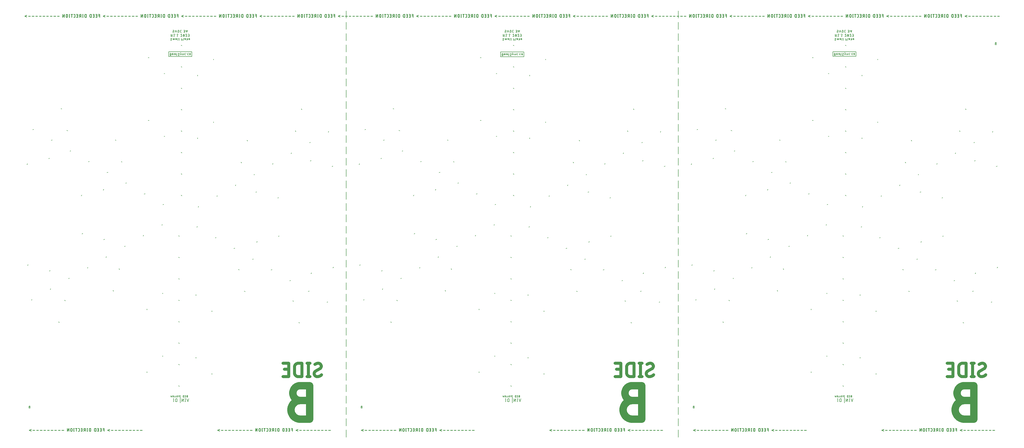
<source format=gbr>
G04 EAGLE Gerber RS-274X export*
G75*
%MOMM*%
%FSLAX34Y34*%
%LPD*%
%INSilkscreen Bottom*%
%IPPOS*%
%AMOC8*
5,1,8,0,0,1.08239X$1,22.5*%
G01*
%ADD10C,0.152400*%
%ADD11C,0.177800*%
%ADD12C,0.254000*%
%ADD13C,1.092200*%
%ADD14C,2.692400*%
%ADD15C,0.203200*%
%ADD16C,0.127000*%
%ADD17C,0.150000*%


D10*
X1216753Y0D02*
X1216753Y26576D01*
X1216753Y41576D02*
X1216753Y68153D01*
X1216753Y83153D02*
X1216753Y109729D01*
X1216753Y124729D02*
X1216753Y151305D01*
X1216753Y166305D02*
X1216753Y192881D01*
X1216753Y207881D02*
X1216753Y234458D01*
X1216753Y249458D02*
X1216753Y276034D01*
X1216753Y291034D02*
X1216753Y317610D01*
X1216753Y332610D02*
X1216753Y359186D01*
X1216753Y374186D02*
X1216753Y400763D01*
X1216753Y415763D02*
X1216753Y442339D01*
X1216753Y457339D02*
X1216753Y483915D01*
X1216753Y498915D02*
X1216753Y525491D01*
X1216753Y540491D02*
X1216753Y567068D01*
X1216753Y582068D02*
X1216753Y608644D01*
X1216753Y623644D02*
X1216753Y650220D01*
X1216753Y665220D02*
X1216753Y691796D01*
X1216753Y706796D02*
X1216753Y733373D01*
X1216753Y748373D02*
X1216753Y774949D01*
X1216753Y789949D02*
X1216753Y816525D01*
X1216753Y831525D02*
X1216753Y858102D01*
X1216753Y873102D02*
X1216753Y899678D01*
X1216753Y914678D02*
X1216753Y941254D01*
X1216753Y956254D02*
X1216753Y982830D01*
X1216753Y997830D02*
X1216753Y1024407D01*
X1216753Y1039407D02*
X1216753Y1065983D01*
X1216753Y1080983D02*
X1216753Y1107559D01*
X1216753Y1122559D02*
X1216753Y1149135D01*
X1216753Y1164135D02*
X1216753Y1190712D01*
X1216753Y1205712D02*
X1216753Y1232288D01*
X1216753Y1247288D02*
X1216753Y1273864D01*
X1216753Y1288864D02*
X1216753Y1315440D01*
X1216753Y1330440D02*
X1216753Y1357017D01*
X1216753Y1372017D02*
X1216753Y1398593D01*
X1216753Y1413593D02*
X1216753Y1440169D01*
X1216753Y1455169D02*
X1216753Y1481745D01*
X1216753Y1496745D02*
X1216753Y1523322D01*
X1216753Y1538322D02*
X1216753Y1564898D01*
X2433431Y26576D02*
X2433431Y0D01*
X2433431Y41576D02*
X2433431Y68153D01*
X2433431Y83153D02*
X2433431Y109729D01*
X2433431Y124729D02*
X2433431Y151305D01*
X2433431Y166305D02*
X2433431Y192881D01*
X2433431Y207881D02*
X2433431Y234458D01*
X2433431Y249458D02*
X2433431Y276034D01*
X2433431Y291034D02*
X2433431Y317610D01*
X2433431Y332610D02*
X2433431Y359186D01*
X2433431Y374186D02*
X2433431Y400763D01*
X2433431Y415763D02*
X2433431Y442339D01*
X2433431Y457339D02*
X2433431Y483915D01*
X2433431Y498915D02*
X2433431Y525491D01*
X2433431Y540491D02*
X2433431Y567068D01*
X2433431Y582068D02*
X2433431Y608644D01*
X2433431Y623644D02*
X2433431Y650220D01*
X2433431Y665220D02*
X2433431Y691796D01*
X2433431Y706796D02*
X2433431Y733373D01*
X2433431Y748373D02*
X2433431Y774949D01*
X2433431Y789949D02*
X2433431Y816525D01*
X2433431Y831525D02*
X2433431Y858102D01*
X2433431Y873102D02*
X2433431Y899678D01*
X2433431Y914678D02*
X2433431Y941254D01*
X2433431Y956254D02*
X2433431Y982830D01*
X2433431Y997830D02*
X2433431Y1024407D01*
X2433431Y1039407D02*
X2433431Y1065983D01*
X2433431Y1080983D02*
X2433431Y1107559D01*
X2433431Y1122559D02*
X2433431Y1149135D01*
X2433431Y1164135D02*
X2433431Y1190712D01*
X2433431Y1205712D02*
X2433431Y1232288D01*
X2433431Y1247288D02*
X2433431Y1273864D01*
X2433431Y1288864D02*
X2433431Y1315440D01*
X2433431Y1330440D02*
X2433431Y1357017D01*
X2433431Y1372017D02*
X2433431Y1398593D01*
X2433431Y1413593D02*
X2433431Y1440169D01*
X2433431Y1455169D02*
X2433431Y1481745D01*
X2433431Y1496745D02*
X2433431Y1523322D01*
X2433431Y1538322D02*
X2433431Y1564898D01*
D11*
X577583Y1461733D02*
X577581Y1461815D01*
X577575Y1461896D01*
X577566Y1461977D01*
X577552Y1462058D01*
X577535Y1462138D01*
X577513Y1462216D01*
X577489Y1462294D01*
X577460Y1462371D01*
X577428Y1462446D01*
X577392Y1462519D01*
X577353Y1462591D01*
X577311Y1462661D01*
X577265Y1462728D01*
X577216Y1462794D01*
X577164Y1462857D01*
X577109Y1462917D01*
X577051Y1462975D01*
X576991Y1463030D01*
X576928Y1463082D01*
X576862Y1463131D01*
X576795Y1463177D01*
X576725Y1463219D01*
X576653Y1463258D01*
X576580Y1463294D01*
X576505Y1463326D01*
X576428Y1463355D01*
X576350Y1463379D01*
X576272Y1463401D01*
X576192Y1463418D01*
X576111Y1463432D01*
X576030Y1463441D01*
X575949Y1463447D01*
X575867Y1463449D01*
X575748Y1463447D01*
X575629Y1463441D01*
X575510Y1463431D01*
X575391Y1463418D01*
X575273Y1463400D01*
X575156Y1463379D01*
X575040Y1463353D01*
X574924Y1463324D01*
X574809Y1463291D01*
X574696Y1463255D01*
X574584Y1463214D01*
X574473Y1463170D01*
X574363Y1463122D01*
X574256Y1463071D01*
X574150Y1463016D01*
X574046Y1462958D01*
X573944Y1462897D01*
X573844Y1462832D01*
X573746Y1462764D01*
X573650Y1462692D01*
X573557Y1462618D01*
X573466Y1462540D01*
X573378Y1462460D01*
X573293Y1462377D01*
X573508Y1457443D02*
X573510Y1457361D01*
X573516Y1457280D01*
X573525Y1457199D01*
X573539Y1457118D01*
X573556Y1457038D01*
X573578Y1456960D01*
X573602Y1456882D01*
X573631Y1456805D01*
X573663Y1456730D01*
X573699Y1456657D01*
X573738Y1456585D01*
X573780Y1456515D01*
X573826Y1456448D01*
X573875Y1456382D01*
X573927Y1456319D01*
X573982Y1456259D01*
X574040Y1456201D01*
X574100Y1456146D01*
X574163Y1456094D01*
X574229Y1456045D01*
X574296Y1455999D01*
X574366Y1455957D01*
X574438Y1455918D01*
X574511Y1455882D01*
X574586Y1455850D01*
X574663Y1455821D01*
X574741Y1455797D01*
X574819Y1455775D01*
X574899Y1455758D01*
X574980Y1455744D01*
X575061Y1455735D01*
X575142Y1455729D01*
X575224Y1455727D01*
X575333Y1455729D01*
X575442Y1455734D01*
X575550Y1455744D01*
X575659Y1455756D01*
X575766Y1455773D01*
X575873Y1455793D01*
X575980Y1455817D01*
X576085Y1455844D01*
X576190Y1455875D01*
X576293Y1455910D01*
X576395Y1455948D01*
X576496Y1455989D01*
X576596Y1456034D01*
X576693Y1456082D01*
X576789Y1456133D01*
X576884Y1456188D01*
X576976Y1456246D01*
X577067Y1456307D01*
X577155Y1456371D01*
X574365Y1458945D02*
X574295Y1458901D01*
X574227Y1458855D01*
X574162Y1458805D01*
X574099Y1458752D01*
X574039Y1458696D01*
X573981Y1458638D01*
X573926Y1458576D01*
X573874Y1458513D01*
X573825Y1458447D01*
X573779Y1458378D01*
X573737Y1458308D01*
X573698Y1458235D01*
X573662Y1458161D01*
X573630Y1458086D01*
X573601Y1458008D01*
X573576Y1457930D01*
X573555Y1457850D01*
X573538Y1457770D01*
X573524Y1457689D01*
X573515Y1457607D01*
X573509Y1457525D01*
X573507Y1457443D01*
X576725Y1460231D02*
X576795Y1460275D01*
X576863Y1460321D01*
X576928Y1460371D01*
X576991Y1460424D01*
X577051Y1460480D01*
X577109Y1460538D01*
X577164Y1460600D01*
X577216Y1460663D01*
X577265Y1460729D01*
X577311Y1460798D01*
X577353Y1460868D01*
X577392Y1460941D01*
X577428Y1461015D01*
X577460Y1461090D01*
X577489Y1461168D01*
X577514Y1461246D01*
X577535Y1461326D01*
X577552Y1461406D01*
X577566Y1461487D01*
X577575Y1461569D01*
X577581Y1461651D01*
X577583Y1461733D01*
X576725Y1460232D02*
X574366Y1458945D01*
X581984Y1458301D02*
X581984Y1463449D01*
X581984Y1458301D02*
X585845Y1458301D01*
X585915Y1458303D01*
X585984Y1458309D01*
X586053Y1458318D01*
X586122Y1458331D01*
X586189Y1458348D01*
X586256Y1458368D01*
X586321Y1458392D01*
X586385Y1458420D01*
X586448Y1458451D01*
X586509Y1458485D01*
X586567Y1458523D01*
X586624Y1458563D01*
X586678Y1458607D01*
X586730Y1458654D01*
X586779Y1458703D01*
X586826Y1458755D01*
X586870Y1458809D01*
X586910Y1458866D01*
X586948Y1458924D01*
X586982Y1458985D01*
X587013Y1459048D01*
X587041Y1459112D01*
X587065Y1459177D01*
X587085Y1459244D01*
X587102Y1459311D01*
X587115Y1459380D01*
X587124Y1459449D01*
X587130Y1459518D01*
X587132Y1459588D01*
X587132Y1463449D01*
X584558Y1463449D02*
X584558Y1458301D01*
X593105Y1460446D02*
X595036Y1460446D01*
X593105Y1460446D02*
X593029Y1460448D01*
X592953Y1460454D01*
X592878Y1460463D01*
X592803Y1460477D01*
X592729Y1460494D01*
X592655Y1460515D01*
X592583Y1460539D01*
X592513Y1460568D01*
X592444Y1460599D01*
X592376Y1460635D01*
X592310Y1460673D01*
X592247Y1460715D01*
X592186Y1460760D01*
X592127Y1460808D01*
X592070Y1460859D01*
X592016Y1460913D01*
X591965Y1460970D01*
X591917Y1461029D01*
X591872Y1461090D01*
X591830Y1461153D01*
X591792Y1461219D01*
X591756Y1461287D01*
X591725Y1461356D01*
X591696Y1461426D01*
X591672Y1461498D01*
X591651Y1461572D01*
X591634Y1461646D01*
X591620Y1461721D01*
X591611Y1461796D01*
X591605Y1461872D01*
X591603Y1461948D01*
X591605Y1462024D01*
X591611Y1462100D01*
X591620Y1462175D01*
X591634Y1462250D01*
X591651Y1462324D01*
X591672Y1462398D01*
X591696Y1462470D01*
X591725Y1462540D01*
X591756Y1462609D01*
X591792Y1462677D01*
X591830Y1462743D01*
X591872Y1462806D01*
X591917Y1462867D01*
X591965Y1462926D01*
X592016Y1462983D01*
X592070Y1463037D01*
X592127Y1463088D01*
X592186Y1463136D01*
X592247Y1463181D01*
X592310Y1463223D01*
X592376Y1463261D01*
X592444Y1463297D01*
X592513Y1463328D01*
X592583Y1463357D01*
X592655Y1463381D01*
X592729Y1463402D01*
X592803Y1463419D01*
X592878Y1463433D01*
X592953Y1463442D01*
X593029Y1463448D01*
X593105Y1463450D01*
X593105Y1463449D02*
X595036Y1463449D01*
X595036Y1459588D01*
X595034Y1459518D01*
X595028Y1459449D01*
X595019Y1459380D01*
X595006Y1459311D01*
X594989Y1459244D01*
X594969Y1459177D01*
X594945Y1459112D01*
X594917Y1459048D01*
X594886Y1458985D01*
X594852Y1458924D01*
X594814Y1458866D01*
X594774Y1458809D01*
X594730Y1458755D01*
X594683Y1458703D01*
X594634Y1458654D01*
X594582Y1458607D01*
X594528Y1458563D01*
X594471Y1458523D01*
X594413Y1458485D01*
X594352Y1458451D01*
X594289Y1458420D01*
X594225Y1458392D01*
X594160Y1458368D01*
X594093Y1458348D01*
X594026Y1458331D01*
X593957Y1458318D01*
X593888Y1458309D01*
X593819Y1458303D01*
X593749Y1458301D01*
X592033Y1458301D01*
X599368Y1455727D02*
X599368Y1462162D01*
X599370Y1462232D01*
X599376Y1462301D01*
X599385Y1462370D01*
X599398Y1462439D01*
X599415Y1462506D01*
X599435Y1462573D01*
X599459Y1462638D01*
X599487Y1462702D01*
X599518Y1462765D01*
X599552Y1462826D01*
X599590Y1462884D01*
X599630Y1462941D01*
X599674Y1462995D01*
X599721Y1463047D01*
X599770Y1463096D01*
X599822Y1463143D01*
X599876Y1463187D01*
X599933Y1463227D01*
X599991Y1463265D01*
X600052Y1463299D01*
X600115Y1463330D01*
X600179Y1463358D01*
X600244Y1463382D01*
X600311Y1463402D01*
X600378Y1463419D01*
X600447Y1463432D01*
X600516Y1463441D01*
X600585Y1463447D01*
X600655Y1463449D01*
X603928Y1462162D02*
X603928Y1455727D01*
X603928Y1462162D02*
X603930Y1462232D01*
X603936Y1462301D01*
X603945Y1462370D01*
X603958Y1462439D01*
X603975Y1462506D01*
X603995Y1462573D01*
X604019Y1462638D01*
X604047Y1462702D01*
X604078Y1462765D01*
X604112Y1462826D01*
X604150Y1462884D01*
X604190Y1462941D01*
X604234Y1462995D01*
X604281Y1463047D01*
X604330Y1463096D01*
X604382Y1463143D01*
X604436Y1463187D01*
X604493Y1463227D01*
X604551Y1463265D01*
X604612Y1463299D01*
X604675Y1463330D01*
X604739Y1463358D01*
X604804Y1463382D01*
X604871Y1463402D01*
X604938Y1463419D01*
X605007Y1463432D01*
X605076Y1463441D01*
X605145Y1463447D01*
X605215Y1463449D01*
X613506Y1463449D02*
X613506Y1455727D01*
X616938Y1455727D01*
X616938Y1459159D02*
X613506Y1459159D01*
X620458Y1462162D02*
X620458Y1455727D01*
X620458Y1462162D02*
X620460Y1462232D01*
X620466Y1462301D01*
X620475Y1462370D01*
X620488Y1462439D01*
X620505Y1462506D01*
X620525Y1462573D01*
X620549Y1462638D01*
X620577Y1462702D01*
X620608Y1462765D01*
X620642Y1462826D01*
X620680Y1462884D01*
X620720Y1462941D01*
X620764Y1462995D01*
X620811Y1463047D01*
X620860Y1463096D01*
X620912Y1463143D01*
X620966Y1463187D01*
X621023Y1463227D01*
X621081Y1463265D01*
X621142Y1463299D01*
X621205Y1463330D01*
X621269Y1463358D01*
X621334Y1463382D01*
X621401Y1463402D01*
X621468Y1463419D01*
X621537Y1463432D01*
X621606Y1463441D01*
X621675Y1463447D01*
X621745Y1463449D01*
X626450Y1460446D02*
X628380Y1460446D01*
X626450Y1460446D02*
X626374Y1460448D01*
X626298Y1460454D01*
X626223Y1460463D01*
X626148Y1460477D01*
X626074Y1460494D01*
X626000Y1460515D01*
X625928Y1460539D01*
X625858Y1460568D01*
X625789Y1460599D01*
X625721Y1460635D01*
X625655Y1460673D01*
X625592Y1460715D01*
X625531Y1460760D01*
X625472Y1460808D01*
X625415Y1460859D01*
X625361Y1460913D01*
X625310Y1460970D01*
X625262Y1461029D01*
X625217Y1461090D01*
X625175Y1461153D01*
X625137Y1461219D01*
X625101Y1461287D01*
X625070Y1461356D01*
X625041Y1461426D01*
X625017Y1461498D01*
X624996Y1461572D01*
X624979Y1461646D01*
X624965Y1461721D01*
X624956Y1461796D01*
X624950Y1461872D01*
X624948Y1461948D01*
X624950Y1462024D01*
X624956Y1462100D01*
X624965Y1462175D01*
X624979Y1462250D01*
X624996Y1462324D01*
X625017Y1462398D01*
X625041Y1462470D01*
X625070Y1462540D01*
X625101Y1462609D01*
X625137Y1462677D01*
X625175Y1462743D01*
X625217Y1462806D01*
X625262Y1462867D01*
X625310Y1462926D01*
X625361Y1462983D01*
X625415Y1463037D01*
X625472Y1463088D01*
X625531Y1463136D01*
X625592Y1463181D01*
X625655Y1463223D01*
X625721Y1463261D01*
X625789Y1463297D01*
X625858Y1463328D01*
X625928Y1463357D01*
X626000Y1463381D01*
X626074Y1463402D01*
X626148Y1463419D01*
X626223Y1463433D01*
X626298Y1463442D01*
X626374Y1463448D01*
X626450Y1463450D01*
X626450Y1463449D02*
X628380Y1463449D01*
X628380Y1459588D01*
X628378Y1459518D01*
X628372Y1459449D01*
X628363Y1459380D01*
X628350Y1459311D01*
X628333Y1459244D01*
X628313Y1459177D01*
X628289Y1459112D01*
X628261Y1459048D01*
X628230Y1458985D01*
X628196Y1458924D01*
X628158Y1458866D01*
X628118Y1458809D01*
X628074Y1458755D01*
X628027Y1458703D01*
X627978Y1458654D01*
X627926Y1458607D01*
X627872Y1458563D01*
X627815Y1458523D01*
X627757Y1458485D01*
X627696Y1458451D01*
X627633Y1458420D01*
X627569Y1458392D01*
X627504Y1458368D01*
X627437Y1458348D01*
X627370Y1458331D01*
X627301Y1458318D01*
X627232Y1458309D01*
X627163Y1458303D01*
X627093Y1458301D01*
X625377Y1458301D01*
X633171Y1455727D02*
X633171Y1463449D01*
X633171Y1460875D02*
X636603Y1458301D01*
X634673Y1459803D02*
X636603Y1463449D01*
X641414Y1463449D02*
X643559Y1463449D01*
X641414Y1463449D02*
X641344Y1463447D01*
X641275Y1463441D01*
X641206Y1463432D01*
X641137Y1463419D01*
X641070Y1463402D01*
X641003Y1463382D01*
X640938Y1463358D01*
X640874Y1463330D01*
X640811Y1463299D01*
X640750Y1463265D01*
X640692Y1463227D01*
X640635Y1463187D01*
X640581Y1463143D01*
X640529Y1463096D01*
X640480Y1463047D01*
X640433Y1462995D01*
X640389Y1462941D01*
X640349Y1462884D01*
X640311Y1462826D01*
X640277Y1462765D01*
X640246Y1462702D01*
X640218Y1462638D01*
X640194Y1462573D01*
X640174Y1462506D01*
X640157Y1462439D01*
X640144Y1462370D01*
X640135Y1462301D01*
X640129Y1462232D01*
X640127Y1462162D01*
X640127Y1460017D01*
X640129Y1459935D01*
X640135Y1459854D01*
X640144Y1459773D01*
X640158Y1459692D01*
X640175Y1459612D01*
X640197Y1459534D01*
X640221Y1459456D01*
X640250Y1459379D01*
X640282Y1459304D01*
X640318Y1459231D01*
X640357Y1459159D01*
X640399Y1459089D01*
X640445Y1459022D01*
X640494Y1458956D01*
X640546Y1458893D01*
X640601Y1458833D01*
X640659Y1458775D01*
X640719Y1458720D01*
X640782Y1458668D01*
X640848Y1458619D01*
X640915Y1458573D01*
X640985Y1458531D01*
X641057Y1458492D01*
X641130Y1458456D01*
X641205Y1458424D01*
X641282Y1458395D01*
X641360Y1458371D01*
X641438Y1458349D01*
X641518Y1458332D01*
X641599Y1458318D01*
X641680Y1458309D01*
X641761Y1458303D01*
X641843Y1458301D01*
X641925Y1458303D01*
X642006Y1458309D01*
X642087Y1458318D01*
X642168Y1458332D01*
X642248Y1458349D01*
X642326Y1458371D01*
X642404Y1458395D01*
X642481Y1458424D01*
X642556Y1458456D01*
X642629Y1458492D01*
X642701Y1458531D01*
X642771Y1458573D01*
X642838Y1458619D01*
X642904Y1458668D01*
X642967Y1458720D01*
X643027Y1458775D01*
X643085Y1458833D01*
X643140Y1458893D01*
X643192Y1458956D01*
X643241Y1459022D01*
X643287Y1459089D01*
X643329Y1459159D01*
X643368Y1459231D01*
X643404Y1459304D01*
X643436Y1459379D01*
X643465Y1459456D01*
X643489Y1459534D01*
X643511Y1459612D01*
X643528Y1459692D01*
X643542Y1459773D01*
X643551Y1459854D01*
X643557Y1459935D01*
X643559Y1460017D01*
X643559Y1460875D01*
X640127Y1460875D01*
X584204Y1493699D02*
X581464Y1493699D01*
X584204Y1493699D02*
X584288Y1493697D01*
X584373Y1493691D01*
X584456Y1493681D01*
X584540Y1493668D01*
X584622Y1493650D01*
X584704Y1493629D01*
X584785Y1493604D01*
X584864Y1493576D01*
X584942Y1493543D01*
X585018Y1493507D01*
X585093Y1493468D01*
X585166Y1493425D01*
X585237Y1493379D01*
X585305Y1493330D01*
X585371Y1493278D01*
X585435Y1493222D01*
X585496Y1493164D01*
X585554Y1493103D01*
X585610Y1493039D01*
X585662Y1492973D01*
X585711Y1492905D01*
X585757Y1492834D01*
X585800Y1492761D01*
X585839Y1492686D01*
X585875Y1492610D01*
X585908Y1492532D01*
X585936Y1492453D01*
X585961Y1492372D01*
X585982Y1492290D01*
X586000Y1492208D01*
X586013Y1492124D01*
X586023Y1492041D01*
X586029Y1491956D01*
X586031Y1491872D01*
X586032Y1491872D02*
X586032Y1490959D01*
X586031Y1490959D02*
X586029Y1490875D01*
X586023Y1490790D01*
X586013Y1490707D01*
X586000Y1490623D01*
X585982Y1490541D01*
X585961Y1490459D01*
X585936Y1490378D01*
X585908Y1490299D01*
X585875Y1490221D01*
X585839Y1490145D01*
X585800Y1490070D01*
X585757Y1489997D01*
X585711Y1489927D01*
X585662Y1489858D01*
X585610Y1489792D01*
X585554Y1489728D01*
X585496Y1489667D01*
X585435Y1489609D01*
X585371Y1489553D01*
X585305Y1489501D01*
X585237Y1489452D01*
X585166Y1489406D01*
X585093Y1489363D01*
X585018Y1489324D01*
X584942Y1489288D01*
X584864Y1489255D01*
X584785Y1489227D01*
X584704Y1489202D01*
X584622Y1489181D01*
X584540Y1489163D01*
X584456Y1489150D01*
X584373Y1489140D01*
X584288Y1489134D01*
X584204Y1489132D01*
X584204Y1489131D02*
X581464Y1489131D01*
X581464Y1485477D01*
X586032Y1485477D01*
X590007Y1485477D02*
X592748Y1493699D01*
X595488Y1485477D01*
X599764Y1485477D02*
X599764Y1493699D01*
X599764Y1485477D02*
X602048Y1485477D01*
X602142Y1485479D01*
X602237Y1485485D01*
X602331Y1485495D01*
X602424Y1485508D01*
X602517Y1485526D01*
X602609Y1485547D01*
X602700Y1485572D01*
X602790Y1485601D01*
X602878Y1485633D01*
X602965Y1485669D01*
X603051Y1485709D01*
X603135Y1485752D01*
X603217Y1485799D01*
X603297Y1485849D01*
X603375Y1485902D01*
X603451Y1485959D01*
X603524Y1486018D01*
X603595Y1486081D01*
X603663Y1486146D01*
X603728Y1486214D01*
X603791Y1486285D01*
X603850Y1486358D01*
X603907Y1486434D01*
X603960Y1486512D01*
X604010Y1486592D01*
X604057Y1486674D01*
X604100Y1486758D01*
X604140Y1486844D01*
X604176Y1486931D01*
X604208Y1487019D01*
X604237Y1487109D01*
X604262Y1487200D01*
X604283Y1487292D01*
X604301Y1487385D01*
X604314Y1487479D01*
X604324Y1487572D01*
X604330Y1487667D01*
X604332Y1487761D01*
X604332Y1491415D01*
X604330Y1491509D01*
X604324Y1491604D01*
X604314Y1491698D01*
X604301Y1491791D01*
X604283Y1491884D01*
X604262Y1491976D01*
X604237Y1492067D01*
X604208Y1492157D01*
X604176Y1492245D01*
X604140Y1492332D01*
X604100Y1492418D01*
X604057Y1492502D01*
X604010Y1492584D01*
X603960Y1492664D01*
X603907Y1492742D01*
X603850Y1492818D01*
X603791Y1492891D01*
X603728Y1492962D01*
X603663Y1493030D01*
X603595Y1493095D01*
X603524Y1493158D01*
X603451Y1493217D01*
X603375Y1493274D01*
X603297Y1493327D01*
X603217Y1493377D01*
X603135Y1493424D01*
X603051Y1493467D01*
X602965Y1493507D01*
X602878Y1493543D01*
X602790Y1493575D01*
X602700Y1493604D01*
X602609Y1493629D01*
X602517Y1493650D01*
X602424Y1493668D01*
X602331Y1493681D01*
X602237Y1493691D01*
X602142Y1493697D01*
X602048Y1493699D01*
X599764Y1493699D01*
X610849Y1493699D02*
X612676Y1493699D01*
X610849Y1493699D02*
X610765Y1493697D01*
X610680Y1493691D01*
X610597Y1493681D01*
X610513Y1493668D01*
X610431Y1493650D01*
X610349Y1493629D01*
X610268Y1493604D01*
X610189Y1493576D01*
X610111Y1493543D01*
X610035Y1493507D01*
X609960Y1493468D01*
X609887Y1493425D01*
X609817Y1493379D01*
X609748Y1493330D01*
X609682Y1493278D01*
X609618Y1493222D01*
X609557Y1493164D01*
X609499Y1493103D01*
X609443Y1493039D01*
X609391Y1492973D01*
X609342Y1492905D01*
X609296Y1492834D01*
X609253Y1492761D01*
X609214Y1492686D01*
X609178Y1492610D01*
X609145Y1492532D01*
X609117Y1492453D01*
X609092Y1492372D01*
X609071Y1492290D01*
X609053Y1492208D01*
X609040Y1492124D01*
X609030Y1492041D01*
X609024Y1491956D01*
X609022Y1491872D01*
X609022Y1487304D01*
X609024Y1487220D01*
X609030Y1487135D01*
X609040Y1487052D01*
X609053Y1486968D01*
X609071Y1486886D01*
X609092Y1486804D01*
X609117Y1486723D01*
X609145Y1486644D01*
X609178Y1486566D01*
X609214Y1486490D01*
X609253Y1486415D01*
X609296Y1486342D01*
X609342Y1486272D01*
X609391Y1486203D01*
X609443Y1486137D01*
X609499Y1486073D01*
X609557Y1486012D01*
X609618Y1485954D01*
X609682Y1485898D01*
X609748Y1485846D01*
X609816Y1485797D01*
X609887Y1485751D01*
X609960Y1485708D01*
X610035Y1485669D01*
X610111Y1485633D01*
X610189Y1485600D01*
X610268Y1485572D01*
X610349Y1485547D01*
X610431Y1485526D01*
X610513Y1485508D01*
X610597Y1485495D01*
X610680Y1485485D01*
X610765Y1485479D01*
X610849Y1485477D01*
X612676Y1485477D01*
X621364Y1493699D02*
X623648Y1493699D01*
X623742Y1493697D01*
X623837Y1493691D01*
X623931Y1493681D01*
X624024Y1493668D01*
X624117Y1493650D01*
X624209Y1493629D01*
X624300Y1493604D01*
X624390Y1493575D01*
X624478Y1493543D01*
X624565Y1493507D01*
X624651Y1493467D01*
X624735Y1493424D01*
X624817Y1493377D01*
X624897Y1493327D01*
X624975Y1493274D01*
X625051Y1493217D01*
X625124Y1493158D01*
X625195Y1493095D01*
X625263Y1493030D01*
X625328Y1492962D01*
X625391Y1492891D01*
X625450Y1492818D01*
X625507Y1492742D01*
X625560Y1492664D01*
X625610Y1492584D01*
X625657Y1492502D01*
X625700Y1492418D01*
X625740Y1492332D01*
X625776Y1492245D01*
X625808Y1492157D01*
X625837Y1492067D01*
X625862Y1491976D01*
X625883Y1491884D01*
X625901Y1491791D01*
X625914Y1491698D01*
X625924Y1491604D01*
X625930Y1491509D01*
X625932Y1491415D01*
X625930Y1491321D01*
X625924Y1491226D01*
X625914Y1491132D01*
X625901Y1491039D01*
X625883Y1490946D01*
X625862Y1490854D01*
X625837Y1490763D01*
X625808Y1490673D01*
X625776Y1490585D01*
X625740Y1490498D01*
X625700Y1490412D01*
X625657Y1490328D01*
X625610Y1490246D01*
X625560Y1490166D01*
X625507Y1490088D01*
X625450Y1490012D01*
X625391Y1489939D01*
X625328Y1489868D01*
X625263Y1489800D01*
X625195Y1489735D01*
X625124Y1489672D01*
X625051Y1489613D01*
X624975Y1489556D01*
X624897Y1489503D01*
X624817Y1489453D01*
X624735Y1489406D01*
X624651Y1489363D01*
X624565Y1489323D01*
X624478Y1489287D01*
X624390Y1489255D01*
X624300Y1489226D01*
X624209Y1489201D01*
X624117Y1489180D01*
X624024Y1489162D01*
X623931Y1489149D01*
X623837Y1489139D01*
X623742Y1489133D01*
X623648Y1489131D01*
X624104Y1485477D02*
X621364Y1485477D01*
X624104Y1485477D02*
X624188Y1485479D01*
X624273Y1485485D01*
X624356Y1485495D01*
X624440Y1485508D01*
X624522Y1485526D01*
X624604Y1485547D01*
X624685Y1485572D01*
X624764Y1485600D01*
X624842Y1485633D01*
X624918Y1485669D01*
X624993Y1485708D01*
X625066Y1485751D01*
X625137Y1485797D01*
X625205Y1485846D01*
X625271Y1485898D01*
X625335Y1485954D01*
X625396Y1486012D01*
X625454Y1486073D01*
X625510Y1486137D01*
X625562Y1486203D01*
X625611Y1486271D01*
X625657Y1486342D01*
X625700Y1486415D01*
X625739Y1486490D01*
X625775Y1486566D01*
X625808Y1486644D01*
X625836Y1486723D01*
X625861Y1486804D01*
X625882Y1486886D01*
X625900Y1486968D01*
X625913Y1487052D01*
X625923Y1487135D01*
X625929Y1487220D01*
X625931Y1487304D01*
X625929Y1487388D01*
X625923Y1487473D01*
X625913Y1487556D01*
X625900Y1487640D01*
X625882Y1487722D01*
X625861Y1487804D01*
X625836Y1487885D01*
X625808Y1487964D01*
X625775Y1488042D01*
X625739Y1488118D01*
X625700Y1488193D01*
X625657Y1488266D01*
X625611Y1488337D01*
X625562Y1488405D01*
X625510Y1488471D01*
X625454Y1488535D01*
X625396Y1488596D01*
X625335Y1488654D01*
X625271Y1488710D01*
X625205Y1488762D01*
X625137Y1488811D01*
X625066Y1488857D01*
X624993Y1488900D01*
X624918Y1488939D01*
X624842Y1488975D01*
X624764Y1489008D01*
X624685Y1489036D01*
X624604Y1489061D01*
X624522Y1489082D01*
X624440Y1489100D01*
X624356Y1489113D01*
X624273Y1489123D01*
X624188Y1489129D01*
X624104Y1489131D01*
X622277Y1489131D01*
X629907Y1493699D02*
X632648Y1485477D01*
X635388Y1493699D01*
X634703Y1491644D02*
X630592Y1491644D01*
X574989Y1478699D02*
X574989Y1470477D01*
X577273Y1470477D01*
X577367Y1470479D01*
X577462Y1470485D01*
X577556Y1470495D01*
X577649Y1470508D01*
X577742Y1470526D01*
X577834Y1470547D01*
X577925Y1470572D01*
X578015Y1470601D01*
X578103Y1470633D01*
X578190Y1470669D01*
X578276Y1470709D01*
X578360Y1470752D01*
X578442Y1470799D01*
X578522Y1470849D01*
X578600Y1470902D01*
X578676Y1470959D01*
X578749Y1471018D01*
X578820Y1471081D01*
X578888Y1471146D01*
X578953Y1471214D01*
X579016Y1471285D01*
X579075Y1471358D01*
X579132Y1471434D01*
X579185Y1471512D01*
X579235Y1471592D01*
X579282Y1471674D01*
X579325Y1471758D01*
X579365Y1471844D01*
X579401Y1471931D01*
X579433Y1472019D01*
X579462Y1472109D01*
X579487Y1472200D01*
X579508Y1472292D01*
X579526Y1472385D01*
X579539Y1472478D01*
X579549Y1472572D01*
X579555Y1472667D01*
X579557Y1472761D01*
X579555Y1472855D01*
X579549Y1472950D01*
X579539Y1473044D01*
X579526Y1473137D01*
X579508Y1473230D01*
X579487Y1473322D01*
X579462Y1473413D01*
X579433Y1473503D01*
X579401Y1473591D01*
X579365Y1473678D01*
X579325Y1473764D01*
X579282Y1473848D01*
X579235Y1473930D01*
X579185Y1474010D01*
X579132Y1474088D01*
X579075Y1474164D01*
X579016Y1474237D01*
X578953Y1474308D01*
X578888Y1474376D01*
X578820Y1474441D01*
X578749Y1474504D01*
X578676Y1474563D01*
X578600Y1474620D01*
X578522Y1474673D01*
X578442Y1474723D01*
X578360Y1474770D01*
X578276Y1474813D01*
X578190Y1474853D01*
X578103Y1474889D01*
X578015Y1474921D01*
X577925Y1474950D01*
X577834Y1474975D01*
X577742Y1474996D01*
X577649Y1475014D01*
X577556Y1475027D01*
X577462Y1475037D01*
X577367Y1475043D01*
X577273Y1475045D01*
X574989Y1475045D01*
X577730Y1475045D02*
X579557Y1478699D01*
X583895Y1472304D02*
X586179Y1470477D01*
X586179Y1478699D01*
X583895Y1478699D02*
X588463Y1478699D01*
X592251Y1478699D02*
X592251Y1478242D01*
X592708Y1478242D01*
X592708Y1478699D01*
X592251Y1478699D01*
X596495Y1472304D02*
X598779Y1470477D01*
X598779Y1478699D01*
X596495Y1478699D02*
X601063Y1478699D01*
X612808Y1470477D02*
X612898Y1470479D01*
X612987Y1470485D01*
X613076Y1470495D01*
X613165Y1470508D01*
X613253Y1470526D01*
X613340Y1470547D01*
X613426Y1470572D01*
X613511Y1470601D01*
X613595Y1470634D01*
X613677Y1470670D01*
X613757Y1470709D01*
X613836Y1470752D01*
X613913Y1470799D01*
X613987Y1470849D01*
X614060Y1470902D01*
X614130Y1470958D01*
X614197Y1471017D01*
X614262Y1471079D01*
X614324Y1471144D01*
X614383Y1471211D01*
X614439Y1471281D01*
X614492Y1471354D01*
X614542Y1471428D01*
X614589Y1471505D01*
X614632Y1471584D01*
X614671Y1471664D01*
X614707Y1471746D01*
X614740Y1471830D01*
X614769Y1471915D01*
X614794Y1472001D01*
X614815Y1472088D01*
X614833Y1472176D01*
X614846Y1472265D01*
X614856Y1472354D01*
X614862Y1472443D01*
X614864Y1472533D01*
X612808Y1470477D02*
X612707Y1470479D01*
X612607Y1470485D01*
X612507Y1470494D01*
X612407Y1470508D01*
X612308Y1470525D01*
X612209Y1470546D01*
X612112Y1470570D01*
X612015Y1470599D01*
X611920Y1470631D01*
X611826Y1470666D01*
X611733Y1470706D01*
X611642Y1470748D01*
X611552Y1470795D01*
X611465Y1470844D01*
X611379Y1470897D01*
X611296Y1470953D01*
X611214Y1471012D01*
X611135Y1471074D01*
X611058Y1471140D01*
X610984Y1471208D01*
X610913Y1471279D01*
X610844Y1471352D01*
X610778Y1471428D01*
X610715Y1471507D01*
X610656Y1471588D01*
X610599Y1471671D01*
X610545Y1471756D01*
X610495Y1471843D01*
X610448Y1471932D01*
X610405Y1472023D01*
X610365Y1472115D01*
X610328Y1472209D01*
X610295Y1472304D01*
X614178Y1474132D02*
X614241Y1474069D01*
X614302Y1474003D01*
X614360Y1473936D01*
X614416Y1473865D01*
X614468Y1473793D01*
X614518Y1473719D01*
X614564Y1473642D01*
X614607Y1473564D01*
X614648Y1473484D01*
X614684Y1473403D01*
X614718Y1473320D01*
X614748Y1473236D01*
X614775Y1473150D01*
X614798Y1473064D01*
X614818Y1472977D01*
X614834Y1472889D01*
X614847Y1472801D01*
X614856Y1472712D01*
X614861Y1472622D01*
X614863Y1472533D01*
X614178Y1474131D02*
X610295Y1478699D01*
X614863Y1478699D01*
X619295Y1474588D02*
X619297Y1474426D01*
X619303Y1474265D01*
X619312Y1474103D01*
X619326Y1473942D01*
X619343Y1473781D01*
X619364Y1473621D01*
X619389Y1473461D01*
X619418Y1473302D01*
X619451Y1473143D01*
X619487Y1472986D01*
X619527Y1472829D01*
X619571Y1472673D01*
X619619Y1472519D01*
X619670Y1472365D01*
X619725Y1472213D01*
X619783Y1472062D01*
X619845Y1471913D01*
X619911Y1471765D01*
X619980Y1471619D01*
X620008Y1471543D01*
X620040Y1471469D01*
X620075Y1471396D01*
X620113Y1471326D01*
X620155Y1471257D01*
X620200Y1471190D01*
X620248Y1471125D01*
X620300Y1471063D01*
X620354Y1471003D01*
X620411Y1470946D01*
X620470Y1470892D01*
X620532Y1470840D01*
X620597Y1470792D01*
X620663Y1470747D01*
X620732Y1470704D01*
X620803Y1470666D01*
X620875Y1470630D01*
X620949Y1470599D01*
X621025Y1470570D01*
X621102Y1470546D01*
X621180Y1470525D01*
X621258Y1470508D01*
X621338Y1470494D01*
X621418Y1470485D01*
X621498Y1470479D01*
X621579Y1470477D01*
X621660Y1470479D01*
X621740Y1470485D01*
X621820Y1470494D01*
X621900Y1470508D01*
X621978Y1470525D01*
X622056Y1470546D01*
X622133Y1470570D01*
X622209Y1470599D01*
X622283Y1470630D01*
X622355Y1470666D01*
X622426Y1470704D01*
X622495Y1470747D01*
X622561Y1470792D01*
X622626Y1470840D01*
X622688Y1470892D01*
X622747Y1470946D01*
X622804Y1471003D01*
X622858Y1471063D01*
X622910Y1471125D01*
X622958Y1471190D01*
X623003Y1471257D01*
X623045Y1471326D01*
X623083Y1471397D01*
X623118Y1471469D01*
X623150Y1471543D01*
X623178Y1471619D01*
X623179Y1471619D02*
X623248Y1471765D01*
X623314Y1471913D01*
X623376Y1472062D01*
X623434Y1472213D01*
X623489Y1472365D01*
X623540Y1472519D01*
X623588Y1472673D01*
X623632Y1472829D01*
X623672Y1472986D01*
X623708Y1473143D01*
X623741Y1473302D01*
X623770Y1473461D01*
X623795Y1473621D01*
X623816Y1473781D01*
X623833Y1473942D01*
X623847Y1474103D01*
X623856Y1474265D01*
X623862Y1474426D01*
X623864Y1474588D01*
X619295Y1474588D02*
X619297Y1474750D01*
X619303Y1474911D01*
X619312Y1475073D01*
X619326Y1475234D01*
X619343Y1475395D01*
X619364Y1475555D01*
X619389Y1475715D01*
X619418Y1475874D01*
X619451Y1476033D01*
X619487Y1476190D01*
X619527Y1476347D01*
X619571Y1476503D01*
X619619Y1476657D01*
X619670Y1476811D01*
X619725Y1476963D01*
X619783Y1477114D01*
X619845Y1477263D01*
X619911Y1477411D01*
X619980Y1477557D01*
X620008Y1477633D01*
X620040Y1477707D01*
X620075Y1477780D01*
X620113Y1477850D01*
X620155Y1477919D01*
X620200Y1477986D01*
X620248Y1478051D01*
X620300Y1478113D01*
X620354Y1478173D01*
X620411Y1478230D01*
X620470Y1478284D01*
X620532Y1478336D01*
X620597Y1478384D01*
X620663Y1478429D01*
X620732Y1478472D01*
X620803Y1478510D01*
X620875Y1478546D01*
X620949Y1478577D01*
X621025Y1478606D01*
X621102Y1478630D01*
X621180Y1478651D01*
X621258Y1478668D01*
X621338Y1478682D01*
X621418Y1478691D01*
X621498Y1478697D01*
X621579Y1478699D01*
X623178Y1477557D02*
X623247Y1477411D01*
X623313Y1477263D01*
X623375Y1477114D01*
X623433Y1476963D01*
X623488Y1476811D01*
X623539Y1476657D01*
X623587Y1476503D01*
X623631Y1476347D01*
X623671Y1476190D01*
X623707Y1476033D01*
X623740Y1475874D01*
X623769Y1475715D01*
X623794Y1475555D01*
X623815Y1475395D01*
X623832Y1475234D01*
X623846Y1475073D01*
X623855Y1474911D01*
X623861Y1474750D01*
X623863Y1474588D01*
X623178Y1477557D02*
X623150Y1477633D01*
X623118Y1477707D01*
X623083Y1477780D01*
X623045Y1477850D01*
X623003Y1477919D01*
X622958Y1477986D01*
X622910Y1478051D01*
X622858Y1478113D01*
X622804Y1478173D01*
X622747Y1478230D01*
X622688Y1478284D01*
X622626Y1478336D01*
X622561Y1478384D01*
X622495Y1478429D01*
X622426Y1478472D01*
X622355Y1478510D01*
X622283Y1478546D01*
X622209Y1478577D01*
X622133Y1478606D01*
X622056Y1478630D01*
X621978Y1478651D01*
X621900Y1478668D01*
X621820Y1478682D01*
X621740Y1478691D01*
X621660Y1478697D01*
X621579Y1478699D01*
X619752Y1476872D02*
X623406Y1472304D01*
X630808Y1470477D02*
X630898Y1470479D01*
X630987Y1470485D01*
X631076Y1470495D01*
X631165Y1470508D01*
X631253Y1470526D01*
X631340Y1470547D01*
X631426Y1470572D01*
X631511Y1470601D01*
X631595Y1470634D01*
X631677Y1470670D01*
X631757Y1470709D01*
X631836Y1470752D01*
X631913Y1470799D01*
X631987Y1470849D01*
X632060Y1470902D01*
X632130Y1470958D01*
X632197Y1471017D01*
X632262Y1471079D01*
X632324Y1471144D01*
X632383Y1471211D01*
X632439Y1471281D01*
X632492Y1471354D01*
X632542Y1471428D01*
X632589Y1471505D01*
X632632Y1471584D01*
X632671Y1471664D01*
X632707Y1471746D01*
X632740Y1471830D01*
X632769Y1471915D01*
X632794Y1472001D01*
X632815Y1472088D01*
X632833Y1472176D01*
X632846Y1472265D01*
X632856Y1472354D01*
X632862Y1472443D01*
X632864Y1472533D01*
X630808Y1470477D02*
X630707Y1470479D01*
X630607Y1470485D01*
X630507Y1470494D01*
X630407Y1470508D01*
X630308Y1470525D01*
X630209Y1470546D01*
X630112Y1470570D01*
X630015Y1470599D01*
X629920Y1470631D01*
X629826Y1470666D01*
X629733Y1470706D01*
X629642Y1470748D01*
X629552Y1470795D01*
X629465Y1470844D01*
X629379Y1470897D01*
X629296Y1470953D01*
X629214Y1471012D01*
X629135Y1471074D01*
X629058Y1471140D01*
X628984Y1471208D01*
X628913Y1471279D01*
X628844Y1471352D01*
X628778Y1471428D01*
X628715Y1471507D01*
X628656Y1471588D01*
X628599Y1471671D01*
X628545Y1471756D01*
X628495Y1471843D01*
X628448Y1471932D01*
X628405Y1472023D01*
X628365Y1472115D01*
X628328Y1472209D01*
X628295Y1472304D01*
X632178Y1474132D02*
X632241Y1474069D01*
X632302Y1474003D01*
X632360Y1473936D01*
X632416Y1473865D01*
X632468Y1473793D01*
X632518Y1473719D01*
X632564Y1473642D01*
X632607Y1473564D01*
X632648Y1473484D01*
X632684Y1473403D01*
X632718Y1473320D01*
X632748Y1473236D01*
X632775Y1473150D01*
X632798Y1473064D01*
X632818Y1472977D01*
X632834Y1472889D01*
X632847Y1472801D01*
X632856Y1472712D01*
X632861Y1472622D01*
X632863Y1472533D01*
X632178Y1474131D02*
X628295Y1478699D01*
X632863Y1478699D01*
X637295Y1478699D02*
X639579Y1478699D01*
X639673Y1478697D01*
X639768Y1478691D01*
X639862Y1478681D01*
X639955Y1478668D01*
X640048Y1478650D01*
X640140Y1478629D01*
X640231Y1478604D01*
X640321Y1478575D01*
X640409Y1478543D01*
X640496Y1478507D01*
X640582Y1478467D01*
X640666Y1478424D01*
X640748Y1478377D01*
X640828Y1478327D01*
X640906Y1478274D01*
X640982Y1478217D01*
X641055Y1478158D01*
X641126Y1478095D01*
X641194Y1478030D01*
X641259Y1477962D01*
X641322Y1477891D01*
X641381Y1477818D01*
X641438Y1477742D01*
X641491Y1477664D01*
X641541Y1477584D01*
X641588Y1477502D01*
X641631Y1477418D01*
X641671Y1477332D01*
X641707Y1477245D01*
X641739Y1477157D01*
X641768Y1477067D01*
X641793Y1476976D01*
X641814Y1476884D01*
X641832Y1476791D01*
X641845Y1476698D01*
X641855Y1476604D01*
X641861Y1476509D01*
X641863Y1476415D01*
X641861Y1476321D01*
X641855Y1476226D01*
X641845Y1476132D01*
X641832Y1476039D01*
X641814Y1475946D01*
X641793Y1475854D01*
X641768Y1475763D01*
X641739Y1475673D01*
X641707Y1475585D01*
X641671Y1475498D01*
X641631Y1475412D01*
X641588Y1475328D01*
X641541Y1475246D01*
X641491Y1475166D01*
X641438Y1475088D01*
X641381Y1475012D01*
X641322Y1474939D01*
X641259Y1474868D01*
X641194Y1474800D01*
X641126Y1474735D01*
X641055Y1474672D01*
X640982Y1474613D01*
X640906Y1474556D01*
X640828Y1474503D01*
X640748Y1474453D01*
X640666Y1474406D01*
X640582Y1474363D01*
X640496Y1474323D01*
X640409Y1474287D01*
X640321Y1474255D01*
X640231Y1474226D01*
X640140Y1474201D01*
X640048Y1474180D01*
X639955Y1474162D01*
X639862Y1474149D01*
X639768Y1474139D01*
X639673Y1474133D01*
X639579Y1474131D01*
X640036Y1470477D02*
X637295Y1470477D01*
X640036Y1470477D02*
X640120Y1470479D01*
X640205Y1470485D01*
X640288Y1470495D01*
X640372Y1470508D01*
X640454Y1470526D01*
X640536Y1470547D01*
X640617Y1470572D01*
X640696Y1470600D01*
X640774Y1470633D01*
X640850Y1470669D01*
X640925Y1470708D01*
X640998Y1470751D01*
X641069Y1470797D01*
X641137Y1470846D01*
X641203Y1470898D01*
X641267Y1470954D01*
X641328Y1471012D01*
X641386Y1471073D01*
X641442Y1471137D01*
X641494Y1471203D01*
X641543Y1471271D01*
X641589Y1471342D01*
X641632Y1471415D01*
X641671Y1471490D01*
X641707Y1471566D01*
X641740Y1471644D01*
X641768Y1471723D01*
X641793Y1471804D01*
X641814Y1471886D01*
X641832Y1471968D01*
X641845Y1472052D01*
X641855Y1472135D01*
X641861Y1472220D01*
X641863Y1472304D01*
X641861Y1472388D01*
X641855Y1472473D01*
X641845Y1472556D01*
X641832Y1472640D01*
X641814Y1472722D01*
X641793Y1472804D01*
X641768Y1472885D01*
X641740Y1472964D01*
X641707Y1473042D01*
X641671Y1473118D01*
X641632Y1473193D01*
X641589Y1473266D01*
X641543Y1473337D01*
X641494Y1473405D01*
X641442Y1473471D01*
X641386Y1473535D01*
X641328Y1473596D01*
X641267Y1473654D01*
X641203Y1473710D01*
X641137Y1473762D01*
X641069Y1473811D01*
X640998Y1473857D01*
X640925Y1473900D01*
X640850Y1473939D01*
X640774Y1473975D01*
X640696Y1474008D01*
X640617Y1474036D01*
X640536Y1474061D01*
X640454Y1474082D01*
X640372Y1474100D01*
X640288Y1474113D01*
X640205Y1474123D01*
X640120Y1474129D01*
X640036Y1474131D01*
X638209Y1474131D01*
D12*
X1151565Y25602D02*
X1158538Y25602D01*
X1145278Y25602D02*
X1138305Y25602D01*
X1132018Y25602D02*
X1125045Y25602D01*
X1118758Y25602D02*
X1111785Y25602D01*
X1105498Y25602D02*
X1098525Y25602D01*
X1092238Y25602D02*
X1085265Y25602D01*
X1078978Y25602D02*
X1072005Y25602D01*
X1065718Y25602D02*
X1058745Y25602D01*
X1052458Y25602D02*
X1045485Y25602D01*
X1039198Y28507D02*
X1032225Y25602D01*
X1039198Y22696D01*
X1019468Y21534D02*
X1019468Y31994D01*
X1014819Y31994D01*
X1014819Y27345D02*
X1019468Y27345D01*
X1009328Y21534D02*
X1004679Y21534D01*
X1009328Y21534D02*
X1009328Y31994D01*
X1004679Y31994D01*
X1005841Y27345D02*
X1009328Y27345D01*
X999188Y21534D02*
X994539Y21534D01*
X999188Y21534D02*
X999188Y31994D01*
X994539Y31994D01*
X995701Y27345D02*
X999188Y27345D01*
X989087Y31994D02*
X989087Y21534D01*
X989087Y31994D02*
X986182Y31994D01*
X986076Y31992D01*
X985970Y31986D01*
X985864Y31977D01*
X985759Y31963D01*
X985654Y31946D01*
X985550Y31924D01*
X985447Y31900D01*
X985345Y31871D01*
X985244Y31838D01*
X985144Y31802D01*
X985045Y31763D01*
X984949Y31719D01*
X984853Y31672D01*
X984760Y31622D01*
X984668Y31569D01*
X984579Y31512D01*
X984491Y31451D01*
X984406Y31388D01*
X984323Y31322D01*
X984243Y31252D01*
X984165Y31180D01*
X984090Y31105D01*
X984018Y31027D01*
X983948Y30947D01*
X983882Y30864D01*
X983819Y30779D01*
X983758Y30691D01*
X983701Y30602D01*
X983648Y30510D01*
X983598Y30417D01*
X983551Y30321D01*
X983507Y30225D01*
X983468Y30126D01*
X983432Y30026D01*
X983399Y29925D01*
X983370Y29823D01*
X983346Y29720D01*
X983324Y29616D01*
X983307Y29511D01*
X983293Y29406D01*
X983284Y29300D01*
X983278Y29194D01*
X983276Y29088D01*
X983276Y24440D01*
X983278Y24334D01*
X983284Y24228D01*
X983293Y24122D01*
X983307Y24017D01*
X983324Y23912D01*
X983346Y23808D01*
X983370Y23705D01*
X983399Y23603D01*
X983432Y23502D01*
X983468Y23402D01*
X983507Y23303D01*
X983551Y23207D01*
X983598Y23111D01*
X983648Y23018D01*
X983701Y22926D01*
X983758Y22837D01*
X983819Y22749D01*
X983882Y22664D01*
X983948Y22581D01*
X984018Y22501D01*
X984090Y22423D01*
X984165Y22348D01*
X984243Y22276D01*
X984323Y22206D01*
X984406Y22140D01*
X984491Y22077D01*
X984579Y22016D01*
X984668Y21959D01*
X984760Y21906D01*
X984853Y21856D01*
X984949Y21809D01*
X985045Y21765D01*
X985144Y21726D01*
X985244Y21690D01*
X985345Y21657D01*
X985447Y21628D01*
X985550Y21604D01*
X985654Y21582D01*
X985759Y21565D01*
X985864Y21551D01*
X985970Y21542D01*
X986076Y21536D01*
X986182Y21534D01*
X989087Y21534D01*
X970368Y21534D02*
X970368Y31994D01*
X967462Y31994D01*
X967356Y31992D01*
X967250Y31986D01*
X967144Y31977D01*
X967039Y31963D01*
X966934Y31946D01*
X966830Y31924D01*
X966727Y31900D01*
X966625Y31871D01*
X966524Y31838D01*
X966424Y31802D01*
X966325Y31763D01*
X966229Y31719D01*
X966133Y31672D01*
X966040Y31622D01*
X965948Y31569D01*
X965859Y31512D01*
X965771Y31451D01*
X965686Y31388D01*
X965603Y31322D01*
X965523Y31252D01*
X965445Y31180D01*
X965370Y31105D01*
X965298Y31027D01*
X965228Y30947D01*
X965162Y30864D01*
X965099Y30779D01*
X965038Y30691D01*
X964981Y30602D01*
X964928Y30510D01*
X964878Y30417D01*
X964831Y30321D01*
X964787Y30225D01*
X964748Y30126D01*
X964712Y30026D01*
X964679Y29925D01*
X964650Y29823D01*
X964626Y29720D01*
X964604Y29616D01*
X964587Y29511D01*
X964573Y29406D01*
X964564Y29300D01*
X964558Y29194D01*
X964556Y29088D01*
X964556Y24440D01*
X964558Y24334D01*
X964564Y24228D01*
X964573Y24122D01*
X964587Y24017D01*
X964604Y23912D01*
X964626Y23808D01*
X964650Y23705D01*
X964679Y23603D01*
X964712Y23502D01*
X964748Y23402D01*
X964787Y23303D01*
X964831Y23207D01*
X964878Y23111D01*
X964928Y23018D01*
X964981Y22926D01*
X965038Y22837D01*
X965099Y22749D01*
X965162Y22664D01*
X965228Y22581D01*
X965298Y22501D01*
X965370Y22423D01*
X965445Y22348D01*
X965523Y22276D01*
X965603Y22206D01*
X965686Y22140D01*
X965771Y22077D01*
X965859Y22016D01*
X965948Y21959D01*
X966040Y21906D01*
X966133Y21856D01*
X966229Y21809D01*
X966325Y21765D01*
X966424Y21726D01*
X966524Y21690D01*
X966625Y21657D01*
X966727Y21628D01*
X966830Y21604D01*
X966934Y21582D01*
X967039Y21565D01*
X967144Y21551D01*
X967250Y21542D01*
X967356Y21536D01*
X967462Y21534D01*
X970368Y21534D01*
X957712Y21534D02*
X957712Y31994D01*
X958874Y21534D02*
X956550Y21534D01*
X956550Y31994D02*
X958874Y31994D01*
X950738Y31994D02*
X950738Y21534D01*
X950738Y31994D02*
X947832Y31994D01*
X947726Y31992D01*
X947620Y31986D01*
X947514Y31977D01*
X947409Y31963D01*
X947304Y31946D01*
X947200Y31924D01*
X947097Y31900D01*
X946995Y31871D01*
X946894Y31838D01*
X946794Y31802D01*
X946695Y31763D01*
X946599Y31719D01*
X946503Y31672D01*
X946410Y31622D01*
X946318Y31569D01*
X946229Y31512D01*
X946141Y31451D01*
X946056Y31388D01*
X945973Y31322D01*
X945893Y31252D01*
X945815Y31180D01*
X945740Y31105D01*
X945668Y31027D01*
X945598Y30947D01*
X945532Y30864D01*
X945469Y30779D01*
X945408Y30691D01*
X945351Y30602D01*
X945298Y30510D01*
X945248Y30417D01*
X945201Y30321D01*
X945157Y30225D01*
X945118Y30126D01*
X945082Y30026D01*
X945049Y29925D01*
X945020Y29823D01*
X944996Y29720D01*
X944974Y29616D01*
X944957Y29511D01*
X944943Y29406D01*
X944934Y29300D01*
X944928Y29194D01*
X944926Y29088D01*
X944928Y28982D01*
X944934Y28876D01*
X944943Y28770D01*
X944957Y28665D01*
X944974Y28560D01*
X944996Y28456D01*
X945020Y28353D01*
X945049Y28251D01*
X945082Y28150D01*
X945118Y28050D01*
X945157Y27951D01*
X945201Y27855D01*
X945248Y27759D01*
X945298Y27666D01*
X945351Y27574D01*
X945408Y27485D01*
X945469Y27397D01*
X945532Y27312D01*
X945598Y27229D01*
X945668Y27149D01*
X945740Y27071D01*
X945815Y26996D01*
X945893Y26924D01*
X945973Y26854D01*
X946056Y26788D01*
X946141Y26725D01*
X946229Y26664D01*
X946318Y26607D01*
X946410Y26554D01*
X946503Y26504D01*
X946599Y26457D01*
X946695Y26413D01*
X946794Y26374D01*
X946894Y26338D01*
X946995Y26305D01*
X947097Y26276D01*
X947200Y26252D01*
X947304Y26230D01*
X947409Y26213D01*
X947514Y26199D01*
X947620Y26190D01*
X947726Y26184D01*
X947832Y26182D01*
X947832Y26183D02*
X950738Y26183D01*
X947251Y26183D02*
X944927Y21534D01*
X938738Y21534D02*
X934089Y21534D01*
X938738Y21534D02*
X938738Y31994D01*
X934089Y31994D01*
X935251Y27345D02*
X938738Y27345D01*
X926762Y21534D02*
X924437Y21534D01*
X926762Y21534D02*
X926856Y21536D01*
X926949Y21542D01*
X927042Y21551D01*
X927135Y21564D01*
X927227Y21581D01*
X927318Y21602D01*
X927409Y21626D01*
X927498Y21654D01*
X927586Y21685D01*
X927673Y21720D01*
X927758Y21758D01*
X927842Y21800D01*
X927924Y21845D01*
X928004Y21894D01*
X928082Y21945D01*
X928158Y22000D01*
X928232Y22058D01*
X928303Y22118D01*
X928372Y22182D01*
X928438Y22248D01*
X928502Y22317D01*
X928562Y22388D01*
X928620Y22462D01*
X928675Y22538D01*
X928726Y22616D01*
X928775Y22696D01*
X928820Y22778D01*
X928862Y22862D01*
X928900Y22947D01*
X928935Y23034D01*
X928966Y23122D01*
X928994Y23211D01*
X929018Y23302D01*
X929039Y23393D01*
X929056Y23485D01*
X929069Y23578D01*
X929078Y23671D01*
X929084Y23764D01*
X929086Y23858D01*
X929086Y29670D01*
X929084Y29764D01*
X929078Y29857D01*
X929069Y29950D01*
X929056Y30043D01*
X929039Y30135D01*
X929018Y30226D01*
X928994Y30317D01*
X928966Y30406D01*
X928935Y30494D01*
X928900Y30581D01*
X928862Y30666D01*
X928820Y30750D01*
X928775Y30832D01*
X928726Y30912D01*
X928675Y30990D01*
X928620Y31066D01*
X928562Y31140D01*
X928502Y31211D01*
X928438Y31280D01*
X928372Y31346D01*
X928303Y31410D01*
X928232Y31470D01*
X928158Y31528D01*
X928082Y31583D01*
X928004Y31634D01*
X927924Y31683D01*
X927842Y31728D01*
X927758Y31770D01*
X927673Y31808D01*
X927586Y31843D01*
X927498Y31874D01*
X927409Y31902D01*
X927318Y31926D01*
X927227Y31947D01*
X927135Y31964D01*
X927042Y31977D01*
X926949Y31986D01*
X926856Y31992D01*
X926762Y31994D01*
X924437Y31994D01*
X917152Y31994D02*
X917152Y21534D01*
X914247Y31994D02*
X920058Y31994D01*
X908572Y31994D02*
X908572Y21534D01*
X909734Y21534D02*
X907410Y21534D01*
X907410Y31994D02*
X909734Y31994D01*
X902118Y29088D02*
X902118Y24440D01*
X902118Y29088D02*
X902116Y29194D01*
X902110Y29300D01*
X902101Y29406D01*
X902087Y29511D01*
X902070Y29616D01*
X902048Y29720D01*
X902024Y29823D01*
X901995Y29925D01*
X901962Y30026D01*
X901926Y30126D01*
X901887Y30225D01*
X901843Y30321D01*
X901796Y30417D01*
X901746Y30510D01*
X901693Y30602D01*
X901636Y30691D01*
X901575Y30779D01*
X901512Y30864D01*
X901446Y30947D01*
X901376Y31027D01*
X901304Y31105D01*
X901229Y31180D01*
X901151Y31252D01*
X901071Y31322D01*
X900988Y31388D01*
X900903Y31451D01*
X900815Y31512D01*
X900726Y31569D01*
X900634Y31622D01*
X900541Y31672D01*
X900445Y31719D01*
X900349Y31763D01*
X900250Y31802D01*
X900150Y31838D01*
X900049Y31871D01*
X899947Y31900D01*
X899844Y31924D01*
X899740Y31946D01*
X899635Y31963D01*
X899530Y31977D01*
X899424Y31986D01*
X899318Y31992D01*
X899212Y31994D01*
X899106Y31992D01*
X899000Y31986D01*
X898894Y31977D01*
X898789Y31963D01*
X898684Y31946D01*
X898580Y31924D01*
X898477Y31900D01*
X898375Y31871D01*
X898274Y31838D01*
X898174Y31802D01*
X898075Y31763D01*
X897979Y31719D01*
X897883Y31672D01*
X897790Y31622D01*
X897698Y31569D01*
X897609Y31512D01*
X897521Y31451D01*
X897436Y31388D01*
X897353Y31322D01*
X897273Y31252D01*
X897195Y31180D01*
X897120Y31105D01*
X897048Y31027D01*
X896978Y30947D01*
X896912Y30864D01*
X896849Y30779D01*
X896788Y30691D01*
X896731Y30602D01*
X896678Y30510D01*
X896628Y30417D01*
X896581Y30321D01*
X896537Y30225D01*
X896498Y30126D01*
X896462Y30026D01*
X896429Y29925D01*
X896400Y29823D01*
X896376Y29720D01*
X896354Y29616D01*
X896337Y29511D01*
X896323Y29406D01*
X896314Y29300D01*
X896308Y29194D01*
X896306Y29088D01*
X896307Y29088D02*
X896307Y24440D01*
X896306Y24440D02*
X896308Y24334D01*
X896314Y24228D01*
X896323Y24122D01*
X896337Y24017D01*
X896354Y23912D01*
X896376Y23808D01*
X896400Y23705D01*
X896429Y23603D01*
X896462Y23502D01*
X896498Y23402D01*
X896537Y23303D01*
X896581Y23207D01*
X896628Y23111D01*
X896678Y23018D01*
X896731Y22926D01*
X896788Y22837D01*
X896849Y22749D01*
X896912Y22664D01*
X896978Y22581D01*
X897048Y22501D01*
X897120Y22423D01*
X897195Y22348D01*
X897273Y22276D01*
X897353Y22206D01*
X897436Y22140D01*
X897521Y22077D01*
X897609Y22016D01*
X897698Y21959D01*
X897790Y21906D01*
X897883Y21856D01*
X897979Y21809D01*
X898075Y21765D01*
X898174Y21726D01*
X898274Y21690D01*
X898375Y21657D01*
X898477Y21628D01*
X898580Y21604D01*
X898684Y21582D01*
X898789Y21565D01*
X898894Y21551D01*
X899000Y21542D01*
X899106Y21536D01*
X899212Y21534D01*
X899318Y21536D01*
X899424Y21542D01*
X899530Y21551D01*
X899635Y21565D01*
X899740Y21582D01*
X899844Y21604D01*
X899947Y21628D01*
X900049Y21657D01*
X900150Y21690D01*
X900250Y21726D01*
X900349Y21765D01*
X900445Y21809D01*
X900541Y21856D01*
X900634Y21906D01*
X900726Y21959D01*
X900815Y22016D01*
X900903Y22077D01*
X900988Y22140D01*
X901071Y22206D01*
X901151Y22276D01*
X901229Y22348D01*
X901304Y22423D01*
X901376Y22501D01*
X901446Y22581D01*
X901512Y22664D01*
X901575Y22749D01*
X901636Y22837D01*
X901693Y22926D01*
X901746Y23018D01*
X901796Y23111D01*
X901843Y23207D01*
X901887Y23303D01*
X901926Y23402D01*
X901962Y23502D01*
X901995Y23603D01*
X902024Y23705D01*
X902048Y23808D01*
X902070Y23912D01*
X902087Y24017D01*
X902101Y24122D01*
X902110Y24228D01*
X902116Y24334D01*
X902118Y24440D01*
X890028Y21534D02*
X890028Y31994D01*
X884217Y21534D01*
X884217Y31994D01*
X871499Y25602D02*
X864526Y25602D01*
X858239Y25602D02*
X851266Y25602D01*
X844979Y25602D02*
X838006Y25602D01*
X831719Y25602D02*
X824746Y25602D01*
X818459Y25602D02*
X811486Y25602D01*
X805199Y25602D02*
X798226Y25602D01*
X791939Y25602D02*
X784966Y25602D01*
X778679Y25602D02*
X771706Y25602D01*
X765419Y25602D02*
X758446Y25602D01*
X752159Y28507D02*
X745186Y25602D01*
X752159Y22696D01*
X468538Y25602D02*
X461565Y25602D01*
X455278Y25602D02*
X448305Y25602D01*
X442018Y25602D02*
X435045Y25602D01*
X428758Y25602D02*
X421785Y25602D01*
X415498Y25602D02*
X408525Y25602D01*
X402238Y25602D02*
X395265Y25602D01*
X388978Y25602D02*
X382005Y25602D01*
X375718Y25602D02*
X368745Y25602D01*
X362458Y25602D02*
X355485Y25602D01*
X349198Y28507D02*
X342225Y25602D01*
X349198Y22696D01*
X329468Y21534D02*
X329468Y31994D01*
X324819Y31994D01*
X324819Y27345D02*
X329468Y27345D01*
X319328Y21534D02*
X314679Y21534D01*
X319328Y21534D02*
X319328Y31994D01*
X314679Y31994D01*
X315841Y27345D02*
X319328Y27345D01*
X309188Y21534D02*
X304539Y21534D01*
X309188Y21534D02*
X309188Y31994D01*
X304539Y31994D01*
X305701Y27345D02*
X309188Y27345D01*
X299087Y31994D02*
X299087Y21534D01*
X299087Y31994D02*
X296182Y31994D01*
X296076Y31992D01*
X295970Y31986D01*
X295864Y31977D01*
X295759Y31963D01*
X295654Y31946D01*
X295550Y31924D01*
X295447Y31900D01*
X295345Y31871D01*
X295244Y31838D01*
X295144Y31802D01*
X295045Y31763D01*
X294949Y31719D01*
X294853Y31672D01*
X294760Y31622D01*
X294668Y31569D01*
X294579Y31512D01*
X294491Y31451D01*
X294406Y31388D01*
X294323Y31322D01*
X294243Y31252D01*
X294165Y31180D01*
X294090Y31105D01*
X294018Y31027D01*
X293948Y30947D01*
X293882Y30864D01*
X293819Y30779D01*
X293758Y30691D01*
X293701Y30602D01*
X293648Y30510D01*
X293598Y30417D01*
X293551Y30321D01*
X293507Y30225D01*
X293468Y30126D01*
X293432Y30026D01*
X293399Y29925D01*
X293370Y29823D01*
X293346Y29720D01*
X293324Y29616D01*
X293307Y29511D01*
X293293Y29406D01*
X293284Y29300D01*
X293278Y29194D01*
X293276Y29088D01*
X293276Y24440D01*
X293278Y24334D01*
X293284Y24228D01*
X293293Y24122D01*
X293307Y24017D01*
X293324Y23912D01*
X293346Y23808D01*
X293370Y23705D01*
X293399Y23603D01*
X293432Y23502D01*
X293468Y23402D01*
X293507Y23303D01*
X293551Y23207D01*
X293598Y23111D01*
X293648Y23018D01*
X293701Y22926D01*
X293758Y22837D01*
X293819Y22749D01*
X293882Y22664D01*
X293948Y22581D01*
X294018Y22501D01*
X294090Y22423D01*
X294165Y22348D01*
X294243Y22276D01*
X294323Y22206D01*
X294406Y22140D01*
X294491Y22077D01*
X294579Y22016D01*
X294668Y21959D01*
X294760Y21906D01*
X294853Y21856D01*
X294949Y21809D01*
X295045Y21765D01*
X295144Y21726D01*
X295244Y21690D01*
X295345Y21657D01*
X295447Y21628D01*
X295550Y21604D01*
X295654Y21582D01*
X295759Y21565D01*
X295864Y21551D01*
X295970Y21542D01*
X296076Y21536D01*
X296182Y21534D01*
X299087Y21534D01*
X280368Y21534D02*
X280368Y31994D01*
X277462Y31994D01*
X277356Y31992D01*
X277250Y31986D01*
X277144Y31977D01*
X277039Y31963D01*
X276934Y31946D01*
X276830Y31924D01*
X276727Y31900D01*
X276625Y31871D01*
X276524Y31838D01*
X276424Y31802D01*
X276325Y31763D01*
X276229Y31719D01*
X276133Y31672D01*
X276040Y31622D01*
X275948Y31569D01*
X275859Y31512D01*
X275771Y31451D01*
X275686Y31388D01*
X275603Y31322D01*
X275523Y31252D01*
X275445Y31180D01*
X275370Y31105D01*
X275298Y31027D01*
X275228Y30947D01*
X275162Y30864D01*
X275099Y30779D01*
X275038Y30691D01*
X274981Y30602D01*
X274928Y30510D01*
X274878Y30417D01*
X274831Y30321D01*
X274787Y30225D01*
X274748Y30126D01*
X274712Y30026D01*
X274679Y29925D01*
X274650Y29823D01*
X274626Y29720D01*
X274604Y29616D01*
X274587Y29511D01*
X274573Y29406D01*
X274564Y29300D01*
X274558Y29194D01*
X274556Y29088D01*
X274556Y24440D01*
X274558Y24334D01*
X274564Y24228D01*
X274573Y24122D01*
X274587Y24017D01*
X274604Y23912D01*
X274626Y23808D01*
X274650Y23705D01*
X274679Y23603D01*
X274712Y23502D01*
X274748Y23402D01*
X274787Y23303D01*
X274831Y23207D01*
X274878Y23111D01*
X274928Y23018D01*
X274981Y22926D01*
X275038Y22837D01*
X275099Y22749D01*
X275162Y22664D01*
X275228Y22581D01*
X275298Y22501D01*
X275370Y22423D01*
X275445Y22348D01*
X275523Y22276D01*
X275603Y22206D01*
X275686Y22140D01*
X275771Y22077D01*
X275859Y22016D01*
X275948Y21959D01*
X276040Y21906D01*
X276133Y21856D01*
X276229Y21809D01*
X276325Y21765D01*
X276424Y21726D01*
X276524Y21690D01*
X276625Y21657D01*
X276727Y21628D01*
X276830Y21604D01*
X276934Y21582D01*
X277039Y21565D01*
X277144Y21551D01*
X277250Y21542D01*
X277356Y21536D01*
X277462Y21534D01*
X280368Y21534D01*
X267712Y21534D02*
X267712Y31994D01*
X268874Y21534D02*
X266550Y21534D01*
X266550Y31994D02*
X268874Y31994D01*
X260738Y31994D02*
X260738Y21534D01*
X260738Y31994D02*
X257832Y31994D01*
X257726Y31992D01*
X257620Y31986D01*
X257514Y31977D01*
X257409Y31963D01*
X257304Y31946D01*
X257200Y31924D01*
X257097Y31900D01*
X256995Y31871D01*
X256894Y31838D01*
X256794Y31802D01*
X256695Y31763D01*
X256599Y31719D01*
X256503Y31672D01*
X256410Y31622D01*
X256318Y31569D01*
X256229Y31512D01*
X256141Y31451D01*
X256056Y31388D01*
X255973Y31322D01*
X255893Y31252D01*
X255815Y31180D01*
X255740Y31105D01*
X255668Y31027D01*
X255598Y30947D01*
X255532Y30864D01*
X255469Y30779D01*
X255408Y30691D01*
X255351Y30602D01*
X255298Y30510D01*
X255248Y30417D01*
X255201Y30321D01*
X255157Y30225D01*
X255118Y30126D01*
X255082Y30026D01*
X255049Y29925D01*
X255020Y29823D01*
X254996Y29720D01*
X254974Y29616D01*
X254957Y29511D01*
X254943Y29406D01*
X254934Y29300D01*
X254928Y29194D01*
X254926Y29088D01*
X254928Y28982D01*
X254934Y28876D01*
X254943Y28770D01*
X254957Y28665D01*
X254974Y28560D01*
X254996Y28456D01*
X255020Y28353D01*
X255049Y28251D01*
X255082Y28150D01*
X255118Y28050D01*
X255157Y27951D01*
X255201Y27855D01*
X255248Y27759D01*
X255298Y27666D01*
X255351Y27574D01*
X255408Y27485D01*
X255469Y27397D01*
X255532Y27312D01*
X255598Y27229D01*
X255668Y27149D01*
X255740Y27071D01*
X255815Y26996D01*
X255893Y26924D01*
X255973Y26854D01*
X256056Y26788D01*
X256141Y26725D01*
X256229Y26664D01*
X256318Y26607D01*
X256410Y26554D01*
X256503Y26504D01*
X256599Y26457D01*
X256695Y26413D01*
X256794Y26374D01*
X256894Y26338D01*
X256995Y26305D01*
X257097Y26276D01*
X257200Y26252D01*
X257304Y26230D01*
X257409Y26213D01*
X257514Y26199D01*
X257620Y26190D01*
X257726Y26184D01*
X257832Y26182D01*
X257832Y26183D02*
X260738Y26183D01*
X257251Y26183D02*
X254927Y21534D01*
X248738Y21534D02*
X244089Y21534D01*
X248738Y21534D02*
X248738Y31994D01*
X244089Y31994D01*
X245251Y27345D02*
X248738Y27345D01*
X236762Y21534D02*
X234437Y21534D01*
X236762Y21534D02*
X236856Y21536D01*
X236949Y21542D01*
X237042Y21551D01*
X237135Y21564D01*
X237227Y21581D01*
X237318Y21602D01*
X237409Y21626D01*
X237498Y21654D01*
X237586Y21685D01*
X237673Y21720D01*
X237758Y21758D01*
X237842Y21800D01*
X237924Y21845D01*
X238004Y21894D01*
X238082Y21945D01*
X238158Y22000D01*
X238232Y22058D01*
X238303Y22118D01*
X238372Y22182D01*
X238438Y22248D01*
X238502Y22317D01*
X238562Y22388D01*
X238620Y22462D01*
X238675Y22538D01*
X238726Y22616D01*
X238775Y22696D01*
X238820Y22778D01*
X238862Y22862D01*
X238900Y22947D01*
X238935Y23034D01*
X238966Y23122D01*
X238994Y23211D01*
X239018Y23302D01*
X239039Y23393D01*
X239056Y23485D01*
X239069Y23578D01*
X239078Y23671D01*
X239084Y23764D01*
X239086Y23858D01*
X239086Y29670D01*
X239084Y29764D01*
X239078Y29857D01*
X239069Y29950D01*
X239056Y30043D01*
X239039Y30135D01*
X239018Y30226D01*
X238994Y30317D01*
X238966Y30406D01*
X238935Y30494D01*
X238900Y30581D01*
X238862Y30666D01*
X238820Y30750D01*
X238775Y30832D01*
X238726Y30912D01*
X238675Y30990D01*
X238620Y31066D01*
X238562Y31140D01*
X238502Y31211D01*
X238438Y31280D01*
X238372Y31346D01*
X238303Y31410D01*
X238232Y31470D01*
X238158Y31528D01*
X238082Y31583D01*
X238004Y31634D01*
X237924Y31683D01*
X237842Y31728D01*
X237758Y31770D01*
X237673Y31808D01*
X237586Y31843D01*
X237498Y31874D01*
X237409Y31902D01*
X237318Y31926D01*
X237227Y31947D01*
X237135Y31964D01*
X237042Y31977D01*
X236949Y31986D01*
X236856Y31992D01*
X236762Y31994D01*
X234437Y31994D01*
X227152Y31994D02*
X227152Y21534D01*
X224247Y31994D02*
X230058Y31994D01*
X218572Y31994D02*
X218572Y21534D01*
X219734Y21534D02*
X217410Y21534D01*
X217410Y31994D02*
X219734Y31994D01*
X212118Y29088D02*
X212118Y24440D01*
X212118Y29088D02*
X212116Y29194D01*
X212110Y29300D01*
X212101Y29406D01*
X212087Y29511D01*
X212070Y29616D01*
X212048Y29720D01*
X212024Y29823D01*
X211995Y29925D01*
X211962Y30026D01*
X211926Y30126D01*
X211887Y30225D01*
X211843Y30321D01*
X211796Y30417D01*
X211746Y30510D01*
X211693Y30602D01*
X211636Y30691D01*
X211575Y30779D01*
X211512Y30864D01*
X211446Y30947D01*
X211376Y31027D01*
X211304Y31105D01*
X211229Y31180D01*
X211151Y31252D01*
X211071Y31322D01*
X210988Y31388D01*
X210903Y31451D01*
X210815Y31512D01*
X210726Y31569D01*
X210634Y31622D01*
X210541Y31672D01*
X210445Y31719D01*
X210349Y31763D01*
X210250Y31802D01*
X210150Y31838D01*
X210049Y31871D01*
X209947Y31900D01*
X209844Y31924D01*
X209740Y31946D01*
X209635Y31963D01*
X209530Y31977D01*
X209424Y31986D01*
X209318Y31992D01*
X209212Y31994D01*
X209106Y31992D01*
X209000Y31986D01*
X208894Y31977D01*
X208789Y31963D01*
X208684Y31946D01*
X208580Y31924D01*
X208477Y31900D01*
X208375Y31871D01*
X208274Y31838D01*
X208174Y31802D01*
X208075Y31763D01*
X207979Y31719D01*
X207883Y31672D01*
X207790Y31622D01*
X207698Y31569D01*
X207609Y31512D01*
X207521Y31451D01*
X207436Y31388D01*
X207353Y31322D01*
X207273Y31252D01*
X207195Y31180D01*
X207120Y31105D01*
X207048Y31027D01*
X206978Y30947D01*
X206912Y30864D01*
X206849Y30779D01*
X206788Y30691D01*
X206731Y30602D01*
X206678Y30510D01*
X206628Y30417D01*
X206581Y30321D01*
X206537Y30225D01*
X206498Y30126D01*
X206462Y30026D01*
X206429Y29925D01*
X206400Y29823D01*
X206376Y29720D01*
X206354Y29616D01*
X206337Y29511D01*
X206323Y29406D01*
X206314Y29300D01*
X206308Y29194D01*
X206306Y29088D01*
X206307Y29088D02*
X206307Y24440D01*
X206306Y24440D02*
X206308Y24334D01*
X206314Y24228D01*
X206323Y24122D01*
X206337Y24017D01*
X206354Y23912D01*
X206376Y23808D01*
X206400Y23705D01*
X206429Y23603D01*
X206462Y23502D01*
X206498Y23402D01*
X206537Y23303D01*
X206581Y23207D01*
X206628Y23111D01*
X206678Y23018D01*
X206731Y22926D01*
X206788Y22837D01*
X206849Y22749D01*
X206912Y22664D01*
X206978Y22581D01*
X207048Y22501D01*
X207120Y22423D01*
X207195Y22348D01*
X207273Y22276D01*
X207353Y22206D01*
X207436Y22140D01*
X207521Y22077D01*
X207609Y22016D01*
X207698Y21959D01*
X207790Y21906D01*
X207883Y21856D01*
X207979Y21809D01*
X208075Y21765D01*
X208174Y21726D01*
X208274Y21690D01*
X208375Y21657D01*
X208477Y21628D01*
X208580Y21604D01*
X208684Y21582D01*
X208789Y21565D01*
X208894Y21551D01*
X209000Y21542D01*
X209106Y21536D01*
X209212Y21534D01*
X209318Y21536D01*
X209424Y21542D01*
X209530Y21551D01*
X209635Y21565D01*
X209740Y21582D01*
X209844Y21604D01*
X209947Y21628D01*
X210049Y21657D01*
X210150Y21690D01*
X210250Y21726D01*
X210349Y21765D01*
X210445Y21809D01*
X210541Y21856D01*
X210634Y21906D01*
X210726Y21959D01*
X210815Y22016D01*
X210903Y22077D01*
X210988Y22140D01*
X211071Y22206D01*
X211151Y22276D01*
X211229Y22348D01*
X211304Y22423D01*
X211376Y22501D01*
X211446Y22581D01*
X211512Y22664D01*
X211575Y22749D01*
X211636Y22837D01*
X211693Y22926D01*
X211746Y23018D01*
X211796Y23111D01*
X211843Y23207D01*
X211887Y23303D01*
X211926Y23402D01*
X211962Y23502D01*
X211995Y23603D01*
X212024Y23705D01*
X212048Y23808D01*
X212070Y23912D01*
X212087Y24017D01*
X212101Y24122D01*
X212110Y24228D01*
X212116Y24334D01*
X212118Y24440D01*
X200028Y21534D02*
X200028Y31994D01*
X194217Y21534D01*
X194217Y31994D01*
X181499Y25602D02*
X174526Y25602D01*
X168239Y25602D02*
X161266Y25602D01*
X154979Y25602D02*
X148006Y25602D01*
X141719Y25602D02*
X134746Y25602D01*
X128459Y25602D02*
X121486Y25602D01*
X115199Y25602D02*
X108226Y25602D01*
X101939Y25602D02*
X94966Y25602D01*
X88679Y25602D02*
X81706Y25602D01*
X75419Y25602D02*
X68446Y25602D01*
X62159Y28507D02*
X55186Y25602D01*
X62159Y22696D01*
X3602569Y1545246D02*
X3609543Y1545246D01*
X3596283Y1545246D02*
X3589309Y1545246D01*
X3583023Y1545246D02*
X3576049Y1545246D01*
X3569763Y1545246D02*
X3562789Y1545246D01*
X3556503Y1545246D02*
X3549529Y1545246D01*
X3543243Y1545246D02*
X3536269Y1545246D01*
X3529983Y1545246D02*
X3523009Y1545246D01*
X3516723Y1545246D02*
X3509749Y1545246D01*
X3503463Y1545246D02*
X3496489Y1545246D01*
X3490203Y1548151D02*
X3483229Y1545246D01*
X3490203Y1542340D01*
X3470472Y1541178D02*
X3470472Y1551638D01*
X3465823Y1551638D01*
X3465823Y1546989D02*
X3470472Y1546989D01*
X3460332Y1541178D02*
X3455683Y1541178D01*
X3460332Y1541178D02*
X3460332Y1551638D01*
X3455683Y1551638D01*
X3456845Y1546989D02*
X3460332Y1546989D01*
X3450192Y1541178D02*
X3445543Y1541178D01*
X3450192Y1541178D02*
X3450192Y1551638D01*
X3445543Y1551638D01*
X3446705Y1546989D02*
X3450192Y1546989D01*
X3440092Y1551638D02*
X3440092Y1541178D01*
X3440092Y1551638D02*
X3437186Y1551638D01*
X3437080Y1551636D01*
X3436974Y1551630D01*
X3436868Y1551621D01*
X3436763Y1551607D01*
X3436658Y1551590D01*
X3436554Y1551568D01*
X3436451Y1551544D01*
X3436349Y1551515D01*
X3436248Y1551482D01*
X3436148Y1551446D01*
X3436049Y1551407D01*
X3435953Y1551363D01*
X3435857Y1551316D01*
X3435764Y1551266D01*
X3435672Y1551213D01*
X3435583Y1551156D01*
X3435495Y1551095D01*
X3435410Y1551032D01*
X3435327Y1550966D01*
X3435247Y1550896D01*
X3435169Y1550824D01*
X3435094Y1550749D01*
X3435022Y1550671D01*
X3434952Y1550591D01*
X3434886Y1550508D01*
X3434823Y1550423D01*
X3434762Y1550335D01*
X3434705Y1550246D01*
X3434652Y1550154D01*
X3434602Y1550061D01*
X3434555Y1549965D01*
X3434511Y1549869D01*
X3434472Y1549770D01*
X3434436Y1549670D01*
X3434403Y1549569D01*
X3434374Y1549467D01*
X3434350Y1549364D01*
X3434328Y1549260D01*
X3434311Y1549155D01*
X3434297Y1549050D01*
X3434288Y1548944D01*
X3434282Y1548838D01*
X3434280Y1548732D01*
X3434281Y1548732D02*
X3434281Y1544084D01*
X3434280Y1544084D02*
X3434282Y1543978D01*
X3434288Y1543872D01*
X3434297Y1543766D01*
X3434311Y1543661D01*
X3434328Y1543556D01*
X3434350Y1543452D01*
X3434374Y1543349D01*
X3434403Y1543247D01*
X3434436Y1543146D01*
X3434472Y1543046D01*
X3434511Y1542947D01*
X3434555Y1542851D01*
X3434602Y1542755D01*
X3434652Y1542662D01*
X3434705Y1542570D01*
X3434762Y1542481D01*
X3434823Y1542393D01*
X3434886Y1542308D01*
X3434952Y1542225D01*
X3435022Y1542145D01*
X3435094Y1542067D01*
X3435169Y1541992D01*
X3435247Y1541920D01*
X3435327Y1541850D01*
X3435410Y1541784D01*
X3435495Y1541721D01*
X3435583Y1541660D01*
X3435672Y1541603D01*
X3435764Y1541550D01*
X3435857Y1541500D01*
X3435953Y1541453D01*
X3436049Y1541409D01*
X3436148Y1541370D01*
X3436248Y1541334D01*
X3436349Y1541301D01*
X3436451Y1541272D01*
X3436554Y1541248D01*
X3436658Y1541226D01*
X3436763Y1541209D01*
X3436868Y1541195D01*
X3436974Y1541186D01*
X3437080Y1541180D01*
X3437186Y1541178D01*
X3440092Y1541178D01*
X3421372Y1541178D02*
X3421372Y1551638D01*
X3418466Y1551638D01*
X3418360Y1551636D01*
X3418254Y1551630D01*
X3418148Y1551621D01*
X3418043Y1551607D01*
X3417938Y1551590D01*
X3417834Y1551568D01*
X3417731Y1551544D01*
X3417629Y1551515D01*
X3417528Y1551482D01*
X3417428Y1551446D01*
X3417329Y1551407D01*
X3417233Y1551363D01*
X3417137Y1551316D01*
X3417044Y1551266D01*
X3416952Y1551213D01*
X3416863Y1551156D01*
X3416775Y1551095D01*
X3416690Y1551032D01*
X3416607Y1550966D01*
X3416527Y1550896D01*
X3416449Y1550824D01*
X3416374Y1550749D01*
X3416302Y1550671D01*
X3416232Y1550591D01*
X3416166Y1550508D01*
X3416103Y1550423D01*
X3416042Y1550335D01*
X3415985Y1550246D01*
X3415932Y1550154D01*
X3415882Y1550061D01*
X3415835Y1549965D01*
X3415791Y1549869D01*
X3415752Y1549770D01*
X3415716Y1549670D01*
X3415683Y1549569D01*
X3415654Y1549467D01*
X3415630Y1549364D01*
X3415608Y1549260D01*
X3415591Y1549155D01*
X3415577Y1549050D01*
X3415568Y1548944D01*
X3415562Y1548838D01*
X3415560Y1548732D01*
X3415561Y1548732D02*
X3415561Y1544084D01*
X3415560Y1544084D02*
X3415562Y1543978D01*
X3415568Y1543872D01*
X3415577Y1543766D01*
X3415591Y1543661D01*
X3415608Y1543556D01*
X3415630Y1543452D01*
X3415654Y1543349D01*
X3415683Y1543247D01*
X3415716Y1543146D01*
X3415752Y1543046D01*
X3415791Y1542947D01*
X3415835Y1542851D01*
X3415882Y1542755D01*
X3415932Y1542662D01*
X3415985Y1542570D01*
X3416042Y1542481D01*
X3416103Y1542393D01*
X3416166Y1542308D01*
X3416232Y1542225D01*
X3416302Y1542145D01*
X3416374Y1542067D01*
X3416449Y1541992D01*
X3416527Y1541920D01*
X3416607Y1541850D01*
X3416690Y1541784D01*
X3416775Y1541721D01*
X3416863Y1541660D01*
X3416952Y1541603D01*
X3417044Y1541550D01*
X3417137Y1541500D01*
X3417233Y1541453D01*
X3417329Y1541409D01*
X3417428Y1541370D01*
X3417528Y1541334D01*
X3417629Y1541301D01*
X3417731Y1541272D01*
X3417834Y1541248D01*
X3417938Y1541226D01*
X3418043Y1541209D01*
X3418148Y1541195D01*
X3418254Y1541186D01*
X3418360Y1541180D01*
X3418466Y1541178D01*
X3421372Y1541178D01*
X3408716Y1541178D02*
X3408716Y1551638D01*
X3409878Y1541178D02*
X3407554Y1541178D01*
X3407554Y1551638D02*
X3409878Y1551638D01*
X3401742Y1551638D02*
X3401742Y1541178D01*
X3401742Y1551638D02*
X3398836Y1551638D01*
X3398730Y1551636D01*
X3398624Y1551630D01*
X3398518Y1551621D01*
X3398413Y1551607D01*
X3398308Y1551590D01*
X3398204Y1551568D01*
X3398101Y1551544D01*
X3397999Y1551515D01*
X3397898Y1551482D01*
X3397798Y1551446D01*
X3397699Y1551407D01*
X3397603Y1551363D01*
X3397507Y1551316D01*
X3397414Y1551266D01*
X3397322Y1551213D01*
X3397233Y1551156D01*
X3397145Y1551095D01*
X3397060Y1551032D01*
X3396977Y1550966D01*
X3396897Y1550896D01*
X3396819Y1550824D01*
X3396744Y1550749D01*
X3396672Y1550671D01*
X3396602Y1550591D01*
X3396536Y1550508D01*
X3396473Y1550423D01*
X3396412Y1550335D01*
X3396355Y1550246D01*
X3396302Y1550154D01*
X3396252Y1550061D01*
X3396205Y1549965D01*
X3396161Y1549869D01*
X3396122Y1549770D01*
X3396086Y1549670D01*
X3396053Y1549569D01*
X3396024Y1549467D01*
X3396000Y1549364D01*
X3395978Y1549260D01*
X3395961Y1549155D01*
X3395947Y1549050D01*
X3395938Y1548944D01*
X3395932Y1548838D01*
X3395930Y1548732D01*
X3395932Y1548626D01*
X3395938Y1548520D01*
X3395947Y1548414D01*
X3395961Y1548309D01*
X3395978Y1548204D01*
X3396000Y1548100D01*
X3396024Y1547997D01*
X3396053Y1547895D01*
X3396086Y1547794D01*
X3396122Y1547694D01*
X3396161Y1547595D01*
X3396205Y1547499D01*
X3396252Y1547403D01*
X3396302Y1547310D01*
X3396355Y1547218D01*
X3396412Y1547129D01*
X3396473Y1547041D01*
X3396536Y1546956D01*
X3396602Y1546873D01*
X3396672Y1546793D01*
X3396744Y1546715D01*
X3396819Y1546640D01*
X3396897Y1546568D01*
X3396977Y1546498D01*
X3397060Y1546432D01*
X3397145Y1546369D01*
X3397233Y1546308D01*
X3397322Y1546251D01*
X3397414Y1546198D01*
X3397507Y1546148D01*
X3397603Y1546101D01*
X3397699Y1546057D01*
X3397798Y1546018D01*
X3397898Y1545982D01*
X3397999Y1545949D01*
X3398101Y1545920D01*
X3398204Y1545896D01*
X3398308Y1545874D01*
X3398413Y1545857D01*
X3398518Y1545843D01*
X3398624Y1545834D01*
X3398730Y1545828D01*
X3398836Y1545826D01*
X3398836Y1545827D02*
X3401742Y1545827D01*
X3398255Y1545827D02*
X3395931Y1541178D01*
X3389742Y1541178D02*
X3385093Y1541178D01*
X3389742Y1541178D02*
X3389742Y1551638D01*
X3385093Y1551638D01*
X3386255Y1546989D02*
X3389742Y1546989D01*
X3377766Y1541178D02*
X3375441Y1541178D01*
X3377766Y1541178D02*
X3377860Y1541180D01*
X3377953Y1541186D01*
X3378046Y1541195D01*
X3378139Y1541208D01*
X3378231Y1541225D01*
X3378322Y1541246D01*
X3378413Y1541270D01*
X3378502Y1541298D01*
X3378590Y1541329D01*
X3378677Y1541364D01*
X3378762Y1541402D01*
X3378846Y1541444D01*
X3378928Y1541489D01*
X3379008Y1541538D01*
X3379086Y1541589D01*
X3379162Y1541644D01*
X3379236Y1541702D01*
X3379307Y1541762D01*
X3379376Y1541826D01*
X3379442Y1541892D01*
X3379506Y1541961D01*
X3379566Y1542032D01*
X3379624Y1542106D01*
X3379679Y1542182D01*
X3379730Y1542260D01*
X3379779Y1542340D01*
X3379824Y1542422D01*
X3379866Y1542506D01*
X3379904Y1542591D01*
X3379939Y1542678D01*
X3379970Y1542766D01*
X3379998Y1542855D01*
X3380022Y1542946D01*
X3380043Y1543037D01*
X3380060Y1543129D01*
X3380073Y1543222D01*
X3380082Y1543315D01*
X3380088Y1543408D01*
X3380090Y1543502D01*
X3380090Y1549314D01*
X3380088Y1549408D01*
X3380082Y1549501D01*
X3380073Y1549594D01*
X3380060Y1549687D01*
X3380043Y1549779D01*
X3380022Y1549870D01*
X3379998Y1549961D01*
X3379970Y1550050D01*
X3379939Y1550138D01*
X3379904Y1550225D01*
X3379866Y1550310D01*
X3379824Y1550394D01*
X3379779Y1550476D01*
X3379730Y1550556D01*
X3379679Y1550634D01*
X3379624Y1550710D01*
X3379566Y1550784D01*
X3379506Y1550855D01*
X3379442Y1550924D01*
X3379376Y1550990D01*
X3379307Y1551054D01*
X3379236Y1551114D01*
X3379162Y1551172D01*
X3379086Y1551227D01*
X3379008Y1551278D01*
X3378928Y1551327D01*
X3378846Y1551372D01*
X3378762Y1551414D01*
X3378677Y1551452D01*
X3378590Y1551487D01*
X3378502Y1551518D01*
X3378413Y1551546D01*
X3378322Y1551570D01*
X3378231Y1551591D01*
X3378139Y1551608D01*
X3378046Y1551621D01*
X3377953Y1551630D01*
X3377860Y1551636D01*
X3377766Y1551638D01*
X3375441Y1551638D01*
X3368156Y1551638D02*
X3368156Y1541178D01*
X3365251Y1551638D02*
X3371062Y1551638D01*
X3359576Y1551638D02*
X3359576Y1541178D01*
X3360738Y1541178D02*
X3358414Y1541178D01*
X3358414Y1551638D02*
X3360738Y1551638D01*
X3353122Y1548732D02*
X3353122Y1544084D01*
X3353122Y1548732D02*
X3353120Y1548838D01*
X3353114Y1548944D01*
X3353105Y1549050D01*
X3353091Y1549155D01*
X3353074Y1549260D01*
X3353052Y1549364D01*
X3353028Y1549467D01*
X3352999Y1549569D01*
X3352966Y1549670D01*
X3352930Y1549770D01*
X3352891Y1549869D01*
X3352847Y1549965D01*
X3352800Y1550061D01*
X3352750Y1550154D01*
X3352697Y1550246D01*
X3352640Y1550335D01*
X3352579Y1550423D01*
X3352516Y1550508D01*
X3352450Y1550591D01*
X3352380Y1550671D01*
X3352308Y1550749D01*
X3352233Y1550824D01*
X3352155Y1550896D01*
X3352075Y1550966D01*
X3351992Y1551032D01*
X3351907Y1551095D01*
X3351819Y1551156D01*
X3351730Y1551213D01*
X3351638Y1551266D01*
X3351545Y1551316D01*
X3351449Y1551363D01*
X3351353Y1551407D01*
X3351254Y1551446D01*
X3351154Y1551482D01*
X3351053Y1551515D01*
X3350951Y1551544D01*
X3350848Y1551568D01*
X3350744Y1551590D01*
X3350639Y1551607D01*
X3350534Y1551621D01*
X3350428Y1551630D01*
X3350322Y1551636D01*
X3350216Y1551638D01*
X3350110Y1551636D01*
X3350004Y1551630D01*
X3349898Y1551621D01*
X3349793Y1551607D01*
X3349688Y1551590D01*
X3349584Y1551568D01*
X3349481Y1551544D01*
X3349379Y1551515D01*
X3349278Y1551482D01*
X3349178Y1551446D01*
X3349079Y1551407D01*
X3348983Y1551363D01*
X3348887Y1551316D01*
X3348794Y1551266D01*
X3348702Y1551213D01*
X3348613Y1551156D01*
X3348525Y1551095D01*
X3348440Y1551032D01*
X3348357Y1550966D01*
X3348277Y1550896D01*
X3348199Y1550824D01*
X3348124Y1550749D01*
X3348052Y1550671D01*
X3347982Y1550591D01*
X3347916Y1550508D01*
X3347853Y1550423D01*
X3347792Y1550335D01*
X3347735Y1550246D01*
X3347682Y1550154D01*
X3347632Y1550061D01*
X3347585Y1549965D01*
X3347541Y1549869D01*
X3347502Y1549770D01*
X3347466Y1549670D01*
X3347433Y1549569D01*
X3347404Y1549467D01*
X3347380Y1549364D01*
X3347358Y1549260D01*
X3347341Y1549155D01*
X3347327Y1549050D01*
X3347318Y1548944D01*
X3347312Y1548838D01*
X3347310Y1548732D01*
X3347311Y1548732D02*
X3347311Y1544084D01*
X3347310Y1544084D02*
X3347312Y1543978D01*
X3347318Y1543872D01*
X3347327Y1543766D01*
X3347341Y1543661D01*
X3347358Y1543556D01*
X3347380Y1543452D01*
X3347404Y1543349D01*
X3347433Y1543247D01*
X3347466Y1543146D01*
X3347502Y1543046D01*
X3347541Y1542947D01*
X3347585Y1542851D01*
X3347632Y1542755D01*
X3347682Y1542662D01*
X3347735Y1542570D01*
X3347792Y1542481D01*
X3347853Y1542393D01*
X3347916Y1542308D01*
X3347982Y1542225D01*
X3348052Y1542145D01*
X3348124Y1542067D01*
X3348199Y1541992D01*
X3348277Y1541920D01*
X3348357Y1541850D01*
X3348440Y1541784D01*
X3348525Y1541721D01*
X3348613Y1541660D01*
X3348702Y1541603D01*
X3348794Y1541550D01*
X3348887Y1541500D01*
X3348983Y1541453D01*
X3349079Y1541409D01*
X3349178Y1541370D01*
X3349278Y1541334D01*
X3349379Y1541301D01*
X3349481Y1541272D01*
X3349584Y1541248D01*
X3349688Y1541226D01*
X3349793Y1541209D01*
X3349898Y1541195D01*
X3350004Y1541186D01*
X3350110Y1541180D01*
X3350216Y1541178D01*
X3350322Y1541180D01*
X3350428Y1541186D01*
X3350534Y1541195D01*
X3350639Y1541209D01*
X3350744Y1541226D01*
X3350848Y1541248D01*
X3350951Y1541272D01*
X3351053Y1541301D01*
X3351154Y1541334D01*
X3351254Y1541370D01*
X3351353Y1541409D01*
X3351449Y1541453D01*
X3351545Y1541500D01*
X3351638Y1541550D01*
X3351730Y1541603D01*
X3351819Y1541660D01*
X3351907Y1541721D01*
X3351992Y1541784D01*
X3352075Y1541850D01*
X3352155Y1541920D01*
X3352233Y1541992D01*
X3352308Y1542067D01*
X3352380Y1542145D01*
X3352450Y1542225D01*
X3352516Y1542308D01*
X3352579Y1542393D01*
X3352640Y1542481D01*
X3352697Y1542570D01*
X3352750Y1542662D01*
X3352800Y1542755D01*
X3352847Y1542851D01*
X3352891Y1542947D01*
X3352930Y1543046D01*
X3352966Y1543146D01*
X3352999Y1543247D01*
X3353028Y1543349D01*
X3353052Y1543452D01*
X3353074Y1543556D01*
X3353091Y1543661D01*
X3353105Y1543766D01*
X3353114Y1543872D01*
X3353120Y1543978D01*
X3353122Y1544084D01*
X3341032Y1541178D02*
X3341032Y1551638D01*
X3335221Y1541178D01*
X3335221Y1551638D01*
X3322503Y1545246D02*
X3315530Y1545246D01*
X3309243Y1545246D02*
X3302270Y1545246D01*
X3295983Y1545246D02*
X3289010Y1545246D01*
X3282723Y1545246D02*
X3275750Y1545246D01*
X3269463Y1545246D02*
X3262490Y1545246D01*
X3256203Y1545246D02*
X3249230Y1545246D01*
X3242943Y1545246D02*
X3235970Y1545246D01*
X3229683Y1545246D02*
X3222710Y1545246D01*
X3216423Y1545246D02*
X3209450Y1545246D01*
X3203163Y1548151D02*
X3196190Y1545246D01*
X3203163Y1542340D01*
X3183432Y1541178D02*
X3183432Y1551638D01*
X3178783Y1551638D01*
X3178783Y1546989D02*
X3183432Y1546989D01*
X3173292Y1541178D02*
X3168643Y1541178D01*
X3173292Y1541178D02*
X3173292Y1551638D01*
X3168643Y1551638D01*
X3169805Y1546989D02*
X3173292Y1546989D01*
X3163152Y1541178D02*
X3158503Y1541178D01*
X3163152Y1541178D02*
X3163152Y1551638D01*
X3158503Y1551638D01*
X3159665Y1546989D02*
X3163152Y1546989D01*
X3153052Y1551638D02*
X3153052Y1541178D01*
X3153052Y1551638D02*
X3150146Y1551638D01*
X3150040Y1551636D01*
X3149934Y1551630D01*
X3149828Y1551621D01*
X3149723Y1551607D01*
X3149618Y1551590D01*
X3149514Y1551568D01*
X3149411Y1551544D01*
X3149309Y1551515D01*
X3149208Y1551482D01*
X3149108Y1551446D01*
X3149009Y1551407D01*
X3148913Y1551363D01*
X3148817Y1551316D01*
X3148724Y1551266D01*
X3148632Y1551213D01*
X3148543Y1551156D01*
X3148455Y1551095D01*
X3148370Y1551032D01*
X3148287Y1550966D01*
X3148207Y1550896D01*
X3148129Y1550824D01*
X3148054Y1550749D01*
X3147982Y1550671D01*
X3147912Y1550591D01*
X3147846Y1550508D01*
X3147783Y1550423D01*
X3147722Y1550335D01*
X3147665Y1550246D01*
X3147612Y1550154D01*
X3147562Y1550061D01*
X3147515Y1549965D01*
X3147471Y1549869D01*
X3147432Y1549770D01*
X3147396Y1549670D01*
X3147363Y1549569D01*
X3147334Y1549467D01*
X3147310Y1549364D01*
X3147288Y1549260D01*
X3147271Y1549155D01*
X3147257Y1549050D01*
X3147248Y1548944D01*
X3147242Y1548838D01*
X3147240Y1548732D01*
X3147241Y1548732D02*
X3147241Y1544084D01*
X3147240Y1544084D02*
X3147242Y1543978D01*
X3147248Y1543872D01*
X3147257Y1543766D01*
X3147271Y1543661D01*
X3147288Y1543556D01*
X3147310Y1543452D01*
X3147334Y1543349D01*
X3147363Y1543247D01*
X3147396Y1543146D01*
X3147432Y1543046D01*
X3147471Y1542947D01*
X3147515Y1542851D01*
X3147562Y1542755D01*
X3147612Y1542662D01*
X3147665Y1542570D01*
X3147722Y1542481D01*
X3147783Y1542393D01*
X3147846Y1542308D01*
X3147912Y1542225D01*
X3147982Y1542145D01*
X3148054Y1542067D01*
X3148129Y1541992D01*
X3148207Y1541920D01*
X3148287Y1541850D01*
X3148370Y1541784D01*
X3148455Y1541721D01*
X3148543Y1541660D01*
X3148632Y1541603D01*
X3148724Y1541550D01*
X3148817Y1541500D01*
X3148913Y1541453D01*
X3149009Y1541409D01*
X3149108Y1541370D01*
X3149208Y1541334D01*
X3149309Y1541301D01*
X3149411Y1541272D01*
X3149514Y1541248D01*
X3149618Y1541226D01*
X3149723Y1541209D01*
X3149828Y1541195D01*
X3149934Y1541186D01*
X3150040Y1541180D01*
X3150146Y1541178D01*
X3153052Y1541178D01*
X3134332Y1541178D02*
X3134332Y1551638D01*
X3131426Y1551638D01*
X3131320Y1551636D01*
X3131214Y1551630D01*
X3131108Y1551621D01*
X3131003Y1551607D01*
X3130898Y1551590D01*
X3130794Y1551568D01*
X3130691Y1551544D01*
X3130589Y1551515D01*
X3130488Y1551482D01*
X3130388Y1551446D01*
X3130289Y1551407D01*
X3130193Y1551363D01*
X3130097Y1551316D01*
X3130004Y1551266D01*
X3129912Y1551213D01*
X3129823Y1551156D01*
X3129735Y1551095D01*
X3129650Y1551032D01*
X3129567Y1550966D01*
X3129487Y1550896D01*
X3129409Y1550824D01*
X3129334Y1550749D01*
X3129262Y1550671D01*
X3129192Y1550591D01*
X3129126Y1550508D01*
X3129063Y1550423D01*
X3129002Y1550335D01*
X3128945Y1550246D01*
X3128892Y1550154D01*
X3128842Y1550061D01*
X3128795Y1549965D01*
X3128751Y1549869D01*
X3128712Y1549770D01*
X3128676Y1549670D01*
X3128643Y1549569D01*
X3128614Y1549467D01*
X3128590Y1549364D01*
X3128568Y1549260D01*
X3128551Y1549155D01*
X3128537Y1549050D01*
X3128528Y1548944D01*
X3128522Y1548838D01*
X3128520Y1548732D01*
X3128521Y1548732D02*
X3128521Y1544084D01*
X3128520Y1544084D02*
X3128522Y1543978D01*
X3128528Y1543872D01*
X3128537Y1543766D01*
X3128551Y1543661D01*
X3128568Y1543556D01*
X3128590Y1543452D01*
X3128614Y1543349D01*
X3128643Y1543247D01*
X3128676Y1543146D01*
X3128712Y1543046D01*
X3128751Y1542947D01*
X3128795Y1542851D01*
X3128842Y1542755D01*
X3128892Y1542662D01*
X3128945Y1542570D01*
X3129002Y1542481D01*
X3129063Y1542393D01*
X3129126Y1542308D01*
X3129192Y1542225D01*
X3129262Y1542145D01*
X3129334Y1542067D01*
X3129409Y1541992D01*
X3129487Y1541920D01*
X3129567Y1541850D01*
X3129650Y1541784D01*
X3129735Y1541721D01*
X3129823Y1541660D01*
X3129912Y1541603D01*
X3130004Y1541550D01*
X3130097Y1541500D01*
X3130193Y1541453D01*
X3130289Y1541409D01*
X3130388Y1541370D01*
X3130488Y1541334D01*
X3130589Y1541301D01*
X3130691Y1541272D01*
X3130794Y1541248D01*
X3130898Y1541226D01*
X3131003Y1541209D01*
X3131108Y1541195D01*
X3131214Y1541186D01*
X3131320Y1541180D01*
X3131426Y1541178D01*
X3134332Y1541178D01*
X3121676Y1541178D02*
X3121676Y1551638D01*
X3122839Y1541178D02*
X3120514Y1541178D01*
X3120514Y1551638D02*
X3122839Y1551638D01*
X3114702Y1551638D02*
X3114702Y1541178D01*
X3114702Y1551638D02*
X3111797Y1551638D01*
X3111691Y1551636D01*
X3111585Y1551630D01*
X3111479Y1551621D01*
X3111374Y1551607D01*
X3111269Y1551590D01*
X3111165Y1551568D01*
X3111062Y1551544D01*
X3110960Y1551515D01*
X3110859Y1551482D01*
X3110759Y1551446D01*
X3110660Y1551407D01*
X3110564Y1551363D01*
X3110468Y1551316D01*
X3110375Y1551266D01*
X3110283Y1551213D01*
X3110194Y1551156D01*
X3110106Y1551095D01*
X3110021Y1551032D01*
X3109938Y1550966D01*
X3109858Y1550896D01*
X3109780Y1550824D01*
X3109705Y1550749D01*
X3109633Y1550671D01*
X3109563Y1550591D01*
X3109497Y1550508D01*
X3109434Y1550423D01*
X3109373Y1550335D01*
X3109316Y1550246D01*
X3109263Y1550154D01*
X3109213Y1550061D01*
X3109166Y1549965D01*
X3109122Y1549869D01*
X3109083Y1549770D01*
X3109047Y1549670D01*
X3109014Y1549569D01*
X3108985Y1549467D01*
X3108961Y1549364D01*
X3108939Y1549260D01*
X3108922Y1549155D01*
X3108908Y1549050D01*
X3108899Y1548944D01*
X3108893Y1548838D01*
X3108891Y1548732D01*
X3108893Y1548626D01*
X3108899Y1548520D01*
X3108908Y1548414D01*
X3108922Y1548309D01*
X3108939Y1548204D01*
X3108961Y1548100D01*
X3108985Y1547997D01*
X3109014Y1547895D01*
X3109047Y1547794D01*
X3109083Y1547694D01*
X3109122Y1547595D01*
X3109166Y1547499D01*
X3109213Y1547403D01*
X3109263Y1547310D01*
X3109316Y1547218D01*
X3109373Y1547129D01*
X3109434Y1547041D01*
X3109497Y1546956D01*
X3109563Y1546873D01*
X3109633Y1546793D01*
X3109705Y1546715D01*
X3109780Y1546640D01*
X3109858Y1546568D01*
X3109938Y1546498D01*
X3110021Y1546432D01*
X3110106Y1546369D01*
X3110194Y1546308D01*
X3110283Y1546251D01*
X3110375Y1546198D01*
X3110468Y1546148D01*
X3110564Y1546101D01*
X3110660Y1546057D01*
X3110759Y1546018D01*
X3110859Y1545982D01*
X3110960Y1545949D01*
X3111062Y1545920D01*
X3111165Y1545896D01*
X3111269Y1545874D01*
X3111374Y1545857D01*
X3111479Y1545843D01*
X3111585Y1545834D01*
X3111691Y1545828D01*
X3111797Y1545826D01*
X3111797Y1545827D02*
X3114702Y1545827D01*
X3111216Y1545827D02*
X3108891Y1541178D01*
X3102702Y1541178D02*
X3098053Y1541178D01*
X3102702Y1541178D02*
X3102702Y1551638D01*
X3098053Y1551638D01*
X3099216Y1546989D02*
X3102702Y1546989D01*
X3090726Y1541178D02*
X3088402Y1541178D01*
X3090726Y1541178D02*
X3090820Y1541180D01*
X3090913Y1541186D01*
X3091006Y1541195D01*
X3091099Y1541208D01*
X3091191Y1541225D01*
X3091282Y1541246D01*
X3091373Y1541270D01*
X3091462Y1541298D01*
X3091550Y1541329D01*
X3091637Y1541364D01*
X3091722Y1541402D01*
X3091806Y1541444D01*
X3091888Y1541489D01*
X3091968Y1541538D01*
X3092046Y1541589D01*
X3092122Y1541644D01*
X3092196Y1541702D01*
X3092267Y1541762D01*
X3092336Y1541826D01*
X3092402Y1541892D01*
X3092466Y1541961D01*
X3092526Y1542032D01*
X3092584Y1542106D01*
X3092639Y1542182D01*
X3092690Y1542260D01*
X3092739Y1542340D01*
X3092784Y1542422D01*
X3092826Y1542506D01*
X3092864Y1542591D01*
X3092899Y1542678D01*
X3092930Y1542766D01*
X3092958Y1542855D01*
X3092982Y1542946D01*
X3093003Y1543037D01*
X3093020Y1543129D01*
X3093033Y1543222D01*
X3093042Y1543315D01*
X3093048Y1543408D01*
X3093050Y1543502D01*
X3093051Y1543502D02*
X3093051Y1549314D01*
X3093050Y1549314D02*
X3093048Y1549408D01*
X3093042Y1549501D01*
X3093033Y1549594D01*
X3093020Y1549687D01*
X3093003Y1549779D01*
X3092982Y1549870D01*
X3092958Y1549961D01*
X3092930Y1550050D01*
X3092899Y1550138D01*
X3092864Y1550225D01*
X3092826Y1550310D01*
X3092784Y1550394D01*
X3092739Y1550476D01*
X3092690Y1550556D01*
X3092639Y1550634D01*
X3092584Y1550710D01*
X3092526Y1550784D01*
X3092466Y1550855D01*
X3092402Y1550924D01*
X3092336Y1550990D01*
X3092267Y1551054D01*
X3092196Y1551114D01*
X3092122Y1551172D01*
X3092046Y1551227D01*
X3091968Y1551278D01*
X3091888Y1551327D01*
X3091806Y1551372D01*
X3091722Y1551414D01*
X3091637Y1551452D01*
X3091550Y1551487D01*
X3091462Y1551518D01*
X3091373Y1551546D01*
X3091282Y1551570D01*
X3091191Y1551591D01*
X3091099Y1551608D01*
X3091006Y1551621D01*
X3090913Y1551630D01*
X3090820Y1551636D01*
X3090726Y1551638D01*
X3088402Y1551638D01*
X3081117Y1551638D02*
X3081117Y1541178D01*
X3084022Y1551638D02*
X3078211Y1551638D01*
X3072537Y1551638D02*
X3072537Y1541178D01*
X3073699Y1541178D02*
X3071374Y1541178D01*
X3071374Y1551638D02*
X3073699Y1551638D01*
X3066082Y1548732D02*
X3066082Y1544084D01*
X3066083Y1548732D02*
X3066081Y1548838D01*
X3066075Y1548944D01*
X3066066Y1549050D01*
X3066052Y1549155D01*
X3066035Y1549260D01*
X3066013Y1549364D01*
X3065989Y1549467D01*
X3065960Y1549569D01*
X3065927Y1549670D01*
X3065891Y1549770D01*
X3065852Y1549869D01*
X3065808Y1549965D01*
X3065761Y1550061D01*
X3065711Y1550154D01*
X3065658Y1550246D01*
X3065601Y1550335D01*
X3065540Y1550423D01*
X3065477Y1550508D01*
X3065411Y1550591D01*
X3065341Y1550671D01*
X3065269Y1550749D01*
X3065194Y1550824D01*
X3065116Y1550896D01*
X3065036Y1550966D01*
X3064953Y1551032D01*
X3064868Y1551095D01*
X3064780Y1551156D01*
X3064691Y1551213D01*
X3064599Y1551266D01*
X3064506Y1551316D01*
X3064410Y1551363D01*
X3064314Y1551407D01*
X3064215Y1551446D01*
X3064115Y1551482D01*
X3064014Y1551515D01*
X3063912Y1551544D01*
X3063809Y1551568D01*
X3063705Y1551590D01*
X3063600Y1551607D01*
X3063495Y1551621D01*
X3063389Y1551630D01*
X3063283Y1551636D01*
X3063177Y1551638D01*
X3063071Y1551636D01*
X3062965Y1551630D01*
X3062859Y1551621D01*
X3062754Y1551607D01*
X3062649Y1551590D01*
X3062545Y1551568D01*
X3062442Y1551544D01*
X3062340Y1551515D01*
X3062239Y1551482D01*
X3062139Y1551446D01*
X3062040Y1551407D01*
X3061944Y1551363D01*
X3061848Y1551316D01*
X3061755Y1551266D01*
X3061663Y1551213D01*
X3061574Y1551156D01*
X3061486Y1551095D01*
X3061401Y1551032D01*
X3061318Y1550966D01*
X3061238Y1550896D01*
X3061160Y1550824D01*
X3061085Y1550749D01*
X3061013Y1550671D01*
X3060943Y1550591D01*
X3060877Y1550508D01*
X3060814Y1550423D01*
X3060753Y1550335D01*
X3060696Y1550246D01*
X3060643Y1550154D01*
X3060593Y1550061D01*
X3060546Y1549965D01*
X3060502Y1549869D01*
X3060463Y1549770D01*
X3060427Y1549670D01*
X3060394Y1549569D01*
X3060365Y1549467D01*
X3060341Y1549364D01*
X3060319Y1549260D01*
X3060302Y1549155D01*
X3060288Y1549050D01*
X3060279Y1548944D01*
X3060273Y1548838D01*
X3060271Y1548732D01*
X3060271Y1544084D01*
X3060273Y1543978D01*
X3060279Y1543872D01*
X3060288Y1543766D01*
X3060302Y1543661D01*
X3060319Y1543556D01*
X3060341Y1543452D01*
X3060365Y1543349D01*
X3060394Y1543247D01*
X3060427Y1543146D01*
X3060463Y1543046D01*
X3060502Y1542947D01*
X3060546Y1542851D01*
X3060593Y1542755D01*
X3060643Y1542662D01*
X3060696Y1542570D01*
X3060753Y1542481D01*
X3060814Y1542393D01*
X3060877Y1542308D01*
X3060943Y1542225D01*
X3061013Y1542145D01*
X3061085Y1542067D01*
X3061160Y1541992D01*
X3061238Y1541920D01*
X3061318Y1541850D01*
X3061401Y1541784D01*
X3061486Y1541721D01*
X3061574Y1541660D01*
X3061663Y1541603D01*
X3061755Y1541550D01*
X3061848Y1541500D01*
X3061944Y1541453D01*
X3062040Y1541409D01*
X3062139Y1541370D01*
X3062239Y1541334D01*
X3062340Y1541301D01*
X3062442Y1541272D01*
X3062545Y1541248D01*
X3062649Y1541226D01*
X3062754Y1541209D01*
X3062859Y1541195D01*
X3062965Y1541186D01*
X3063071Y1541180D01*
X3063177Y1541178D01*
X3063283Y1541180D01*
X3063389Y1541186D01*
X3063495Y1541195D01*
X3063600Y1541209D01*
X3063705Y1541226D01*
X3063809Y1541248D01*
X3063912Y1541272D01*
X3064014Y1541301D01*
X3064115Y1541334D01*
X3064215Y1541370D01*
X3064314Y1541409D01*
X3064410Y1541453D01*
X3064506Y1541500D01*
X3064599Y1541550D01*
X3064691Y1541603D01*
X3064780Y1541660D01*
X3064868Y1541721D01*
X3064953Y1541784D01*
X3065036Y1541850D01*
X3065116Y1541920D01*
X3065194Y1541992D01*
X3065269Y1542067D01*
X3065341Y1542145D01*
X3065411Y1542225D01*
X3065477Y1542308D01*
X3065540Y1542393D01*
X3065601Y1542481D01*
X3065658Y1542570D01*
X3065711Y1542662D01*
X3065761Y1542755D01*
X3065808Y1542851D01*
X3065852Y1542947D01*
X3065891Y1543046D01*
X3065927Y1543146D01*
X3065960Y1543247D01*
X3065989Y1543349D01*
X3066013Y1543452D01*
X3066035Y1543556D01*
X3066052Y1543661D01*
X3066066Y1543766D01*
X3066075Y1543872D01*
X3066081Y1543978D01*
X3066083Y1544084D01*
X3053992Y1541178D02*
X3053992Y1551638D01*
X3048181Y1541178D01*
X3048181Y1551638D01*
X3035463Y1545246D02*
X3028490Y1545246D01*
X3022203Y1545246D02*
X3015230Y1545246D01*
X3008943Y1545246D02*
X3001970Y1545246D01*
X2995683Y1545246D02*
X2988710Y1545246D01*
X2982423Y1545246D02*
X2975450Y1545246D01*
X2969163Y1545246D02*
X2962190Y1545246D01*
X2955903Y1545246D02*
X2948930Y1545246D01*
X2942643Y1545246D02*
X2935670Y1545246D01*
X2929383Y1545246D02*
X2922410Y1545246D01*
X2916123Y1548151D02*
X2909150Y1545246D01*
X2916123Y1542340D01*
X2896392Y1541178D02*
X2896392Y1551638D01*
X2891744Y1551638D01*
X2891744Y1546989D02*
X2896392Y1546989D01*
X2886252Y1541178D02*
X2881604Y1541178D01*
X2886252Y1541178D02*
X2886252Y1551638D01*
X2881604Y1551638D01*
X2882766Y1546989D02*
X2886252Y1546989D01*
X2876112Y1541178D02*
X2871464Y1541178D01*
X2876112Y1541178D02*
X2876112Y1551638D01*
X2871464Y1551638D01*
X2872626Y1546989D02*
X2876112Y1546989D01*
X2866012Y1551638D02*
X2866012Y1541178D01*
X2866012Y1551638D02*
X2863107Y1551638D01*
X2863001Y1551636D01*
X2862895Y1551630D01*
X2862789Y1551621D01*
X2862684Y1551607D01*
X2862579Y1551590D01*
X2862475Y1551568D01*
X2862372Y1551544D01*
X2862270Y1551515D01*
X2862169Y1551482D01*
X2862069Y1551446D01*
X2861970Y1551407D01*
X2861874Y1551363D01*
X2861778Y1551316D01*
X2861685Y1551266D01*
X2861593Y1551213D01*
X2861504Y1551156D01*
X2861416Y1551095D01*
X2861331Y1551032D01*
X2861248Y1550966D01*
X2861168Y1550896D01*
X2861090Y1550824D01*
X2861015Y1550749D01*
X2860943Y1550671D01*
X2860873Y1550591D01*
X2860807Y1550508D01*
X2860744Y1550423D01*
X2860683Y1550335D01*
X2860626Y1550246D01*
X2860573Y1550154D01*
X2860523Y1550061D01*
X2860476Y1549965D01*
X2860432Y1549869D01*
X2860393Y1549770D01*
X2860357Y1549670D01*
X2860324Y1549569D01*
X2860295Y1549467D01*
X2860271Y1549364D01*
X2860249Y1549260D01*
X2860232Y1549155D01*
X2860218Y1549050D01*
X2860209Y1548944D01*
X2860203Y1548838D01*
X2860201Y1548732D01*
X2860201Y1544084D01*
X2860203Y1543978D01*
X2860209Y1543872D01*
X2860218Y1543766D01*
X2860232Y1543661D01*
X2860249Y1543556D01*
X2860271Y1543452D01*
X2860295Y1543349D01*
X2860324Y1543247D01*
X2860357Y1543146D01*
X2860393Y1543046D01*
X2860432Y1542947D01*
X2860476Y1542851D01*
X2860523Y1542755D01*
X2860573Y1542662D01*
X2860626Y1542570D01*
X2860683Y1542481D01*
X2860744Y1542393D01*
X2860807Y1542308D01*
X2860873Y1542225D01*
X2860943Y1542145D01*
X2861015Y1542067D01*
X2861090Y1541992D01*
X2861168Y1541920D01*
X2861248Y1541850D01*
X2861331Y1541784D01*
X2861416Y1541721D01*
X2861504Y1541660D01*
X2861593Y1541603D01*
X2861685Y1541550D01*
X2861778Y1541500D01*
X2861874Y1541453D01*
X2861970Y1541409D01*
X2862069Y1541370D01*
X2862169Y1541334D01*
X2862270Y1541301D01*
X2862372Y1541272D01*
X2862475Y1541248D01*
X2862579Y1541226D01*
X2862684Y1541209D01*
X2862789Y1541195D01*
X2862895Y1541186D01*
X2863001Y1541180D01*
X2863107Y1541178D01*
X2866012Y1541178D01*
X2847292Y1541178D02*
X2847292Y1551638D01*
X2844387Y1551638D01*
X2844281Y1551636D01*
X2844175Y1551630D01*
X2844069Y1551621D01*
X2843964Y1551607D01*
X2843859Y1551590D01*
X2843755Y1551568D01*
X2843652Y1551544D01*
X2843550Y1551515D01*
X2843449Y1551482D01*
X2843349Y1551446D01*
X2843250Y1551407D01*
X2843154Y1551363D01*
X2843058Y1551316D01*
X2842965Y1551266D01*
X2842873Y1551213D01*
X2842784Y1551156D01*
X2842696Y1551095D01*
X2842611Y1551032D01*
X2842528Y1550966D01*
X2842448Y1550896D01*
X2842370Y1550824D01*
X2842295Y1550749D01*
X2842223Y1550671D01*
X2842153Y1550591D01*
X2842087Y1550508D01*
X2842024Y1550423D01*
X2841963Y1550335D01*
X2841906Y1550246D01*
X2841853Y1550154D01*
X2841803Y1550061D01*
X2841756Y1549965D01*
X2841712Y1549869D01*
X2841673Y1549770D01*
X2841637Y1549670D01*
X2841604Y1549569D01*
X2841575Y1549467D01*
X2841551Y1549364D01*
X2841529Y1549260D01*
X2841512Y1549155D01*
X2841498Y1549050D01*
X2841489Y1548944D01*
X2841483Y1548838D01*
X2841481Y1548732D01*
X2841481Y1544084D01*
X2841483Y1543978D01*
X2841489Y1543872D01*
X2841498Y1543766D01*
X2841512Y1543661D01*
X2841529Y1543556D01*
X2841551Y1543452D01*
X2841575Y1543349D01*
X2841604Y1543247D01*
X2841637Y1543146D01*
X2841673Y1543046D01*
X2841712Y1542947D01*
X2841756Y1542851D01*
X2841803Y1542755D01*
X2841853Y1542662D01*
X2841906Y1542570D01*
X2841963Y1542481D01*
X2842024Y1542393D01*
X2842087Y1542308D01*
X2842153Y1542225D01*
X2842223Y1542145D01*
X2842295Y1542067D01*
X2842370Y1541992D01*
X2842448Y1541920D01*
X2842528Y1541850D01*
X2842611Y1541784D01*
X2842696Y1541721D01*
X2842784Y1541660D01*
X2842873Y1541603D01*
X2842965Y1541550D01*
X2843058Y1541500D01*
X2843154Y1541453D01*
X2843250Y1541409D01*
X2843349Y1541370D01*
X2843449Y1541334D01*
X2843550Y1541301D01*
X2843652Y1541272D01*
X2843755Y1541248D01*
X2843859Y1541226D01*
X2843964Y1541209D01*
X2844069Y1541195D01*
X2844175Y1541186D01*
X2844281Y1541180D01*
X2844387Y1541178D01*
X2847292Y1541178D01*
X2834637Y1541178D02*
X2834637Y1551638D01*
X2835799Y1541178D02*
X2833475Y1541178D01*
X2833475Y1551638D02*
X2835799Y1551638D01*
X2827663Y1551638D02*
X2827663Y1541178D01*
X2827663Y1551638D02*
X2824757Y1551638D01*
X2824651Y1551636D01*
X2824545Y1551630D01*
X2824439Y1551621D01*
X2824334Y1551607D01*
X2824229Y1551590D01*
X2824125Y1551568D01*
X2824022Y1551544D01*
X2823920Y1551515D01*
X2823819Y1551482D01*
X2823719Y1551446D01*
X2823620Y1551407D01*
X2823524Y1551363D01*
X2823428Y1551316D01*
X2823335Y1551266D01*
X2823243Y1551213D01*
X2823154Y1551156D01*
X2823066Y1551095D01*
X2822981Y1551032D01*
X2822898Y1550966D01*
X2822818Y1550896D01*
X2822740Y1550824D01*
X2822665Y1550749D01*
X2822593Y1550671D01*
X2822523Y1550591D01*
X2822457Y1550508D01*
X2822394Y1550423D01*
X2822333Y1550335D01*
X2822276Y1550246D01*
X2822223Y1550154D01*
X2822173Y1550061D01*
X2822126Y1549965D01*
X2822082Y1549869D01*
X2822043Y1549770D01*
X2822007Y1549670D01*
X2821974Y1549569D01*
X2821945Y1549467D01*
X2821921Y1549364D01*
X2821899Y1549260D01*
X2821882Y1549155D01*
X2821868Y1549050D01*
X2821859Y1548944D01*
X2821853Y1548838D01*
X2821851Y1548732D01*
X2821853Y1548626D01*
X2821859Y1548520D01*
X2821868Y1548414D01*
X2821882Y1548309D01*
X2821899Y1548204D01*
X2821921Y1548100D01*
X2821945Y1547997D01*
X2821974Y1547895D01*
X2822007Y1547794D01*
X2822043Y1547694D01*
X2822082Y1547595D01*
X2822126Y1547499D01*
X2822173Y1547403D01*
X2822223Y1547310D01*
X2822276Y1547218D01*
X2822333Y1547129D01*
X2822394Y1547041D01*
X2822457Y1546956D01*
X2822523Y1546873D01*
X2822593Y1546793D01*
X2822665Y1546715D01*
X2822740Y1546640D01*
X2822818Y1546568D01*
X2822898Y1546498D01*
X2822981Y1546432D01*
X2823066Y1546369D01*
X2823154Y1546308D01*
X2823243Y1546251D01*
X2823335Y1546198D01*
X2823428Y1546148D01*
X2823524Y1546101D01*
X2823620Y1546057D01*
X2823719Y1546018D01*
X2823819Y1545982D01*
X2823920Y1545949D01*
X2824022Y1545920D01*
X2824125Y1545896D01*
X2824229Y1545874D01*
X2824334Y1545857D01*
X2824439Y1545843D01*
X2824545Y1545834D01*
X2824651Y1545828D01*
X2824757Y1545826D01*
X2824757Y1545827D02*
X2827663Y1545827D01*
X2824176Y1545827D02*
X2821852Y1541178D01*
X2815663Y1541178D02*
X2811014Y1541178D01*
X2815663Y1541178D02*
X2815663Y1551638D01*
X2811014Y1551638D01*
X2812176Y1546989D02*
X2815663Y1546989D01*
X2803686Y1541178D02*
X2801362Y1541178D01*
X2803686Y1541178D02*
X2803780Y1541180D01*
X2803873Y1541186D01*
X2803966Y1541195D01*
X2804059Y1541208D01*
X2804151Y1541225D01*
X2804242Y1541246D01*
X2804333Y1541270D01*
X2804422Y1541298D01*
X2804510Y1541329D01*
X2804597Y1541364D01*
X2804682Y1541402D01*
X2804766Y1541444D01*
X2804848Y1541489D01*
X2804928Y1541538D01*
X2805006Y1541589D01*
X2805082Y1541644D01*
X2805156Y1541702D01*
X2805227Y1541762D01*
X2805296Y1541826D01*
X2805362Y1541892D01*
X2805426Y1541961D01*
X2805486Y1542032D01*
X2805544Y1542106D01*
X2805599Y1542182D01*
X2805650Y1542260D01*
X2805699Y1542340D01*
X2805744Y1542422D01*
X2805786Y1542506D01*
X2805824Y1542591D01*
X2805859Y1542678D01*
X2805890Y1542766D01*
X2805918Y1542855D01*
X2805942Y1542946D01*
X2805963Y1543037D01*
X2805980Y1543129D01*
X2805993Y1543222D01*
X2806002Y1543315D01*
X2806008Y1543408D01*
X2806010Y1543502D01*
X2806011Y1543502D02*
X2806011Y1549314D01*
X2806010Y1549314D02*
X2806008Y1549408D01*
X2806002Y1549501D01*
X2805993Y1549594D01*
X2805980Y1549687D01*
X2805963Y1549779D01*
X2805942Y1549870D01*
X2805918Y1549961D01*
X2805890Y1550050D01*
X2805859Y1550138D01*
X2805824Y1550225D01*
X2805786Y1550310D01*
X2805744Y1550394D01*
X2805699Y1550476D01*
X2805650Y1550556D01*
X2805599Y1550634D01*
X2805544Y1550710D01*
X2805486Y1550784D01*
X2805426Y1550855D01*
X2805362Y1550924D01*
X2805296Y1550990D01*
X2805227Y1551054D01*
X2805156Y1551114D01*
X2805082Y1551172D01*
X2805006Y1551227D01*
X2804928Y1551278D01*
X2804848Y1551327D01*
X2804766Y1551372D01*
X2804682Y1551414D01*
X2804597Y1551452D01*
X2804510Y1551487D01*
X2804422Y1551518D01*
X2804333Y1551546D01*
X2804242Y1551570D01*
X2804151Y1551591D01*
X2804059Y1551608D01*
X2803966Y1551621D01*
X2803873Y1551630D01*
X2803780Y1551636D01*
X2803686Y1551638D01*
X2801362Y1551638D01*
X2794077Y1551638D02*
X2794077Y1541178D01*
X2796982Y1551638D02*
X2791171Y1551638D01*
X2785497Y1551638D02*
X2785497Y1541178D01*
X2786659Y1541178D02*
X2784335Y1541178D01*
X2784335Y1551638D02*
X2786659Y1551638D01*
X2779042Y1548732D02*
X2779042Y1544084D01*
X2779043Y1548732D02*
X2779041Y1548838D01*
X2779035Y1548944D01*
X2779026Y1549050D01*
X2779012Y1549155D01*
X2778995Y1549260D01*
X2778973Y1549364D01*
X2778949Y1549467D01*
X2778920Y1549569D01*
X2778887Y1549670D01*
X2778851Y1549770D01*
X2778812Y1549869D01*
X2778768Y1549965D01*
X2778721Y1550061D01*
X2778671Y1550154D01*
X2778618Y1550246D01*
X2778561Y1550335D01*
X2778500Y1550423D01*
X2778437Y1550508D01*
X2778371Y1550591D01*
X2778301Y1550671D01*
X2778229Y1550749D01*
X2778154Y1550824D01*
X2778076Y1550896D01*
X2777996Y1550966D01*
X2777913Y1551032D01*
X2777828Y1551095D01*
X2777740Y1551156D01*
X2777651Y1551213D01*
X2777559Y1551266D01*
X2777466Y1551316D01*
X2777370Y1551363D01*
X2777274Y1551407D01*
X2777175Y1551446D01*
X2777075Y1551482D01*
X2776974Y1551515D01*
X2776872Y1551544D01*
X2776769Y1551568D01*
X2776665Y1551590D01*
X2776560Y1551607D01*
X2776455Y1551621D01*
X2776349Y1551630D01*
X2776243Y1551636D01*
X2776137Y1551638D01*
X2776031Y1551636D01*
X2775925Y1551630D01*
X2775819Y1551621D01*
X2775714Y1551607D01*
X2775609Y1551590D01*
X2775505Y1551568D01*
X2775402Y1551544D01*
X2775300Y1551515D01*
X2775199Y1551482D01*
X2775099Y1551446D01*
X2775000Y1551407D01*
X2774904Y1551363D01*
X2774808Y1551316D01*
X2774715Y1551266D01*
X2774623Y1551213D01*
X2774534Y1551156D01*
X2774446Y1551095D01*
X2774361Y1551032D01*
X2774278Y1550966D01*
X2774198Y1550896D01*
X2774120Y1550824D01*
X2774045Y1550749D01*
X2773973Y1550671D01*
X2773903Y1550591D01*
X2773837Y1550508D01*
X2773774Y1550423D01*
X2773713Y1550335D01*
X2773656Y1550246D01*
X2773603Y1550154D01*
X2773553Y1550061D01*
X2773506Y1549965D01*
X2773462Y1549869D01*
X2773423Y1549770D01*
X2773387Y1549670D01*
X2773354Y1549569D01*
X2773325Y1549467D01*
X2773301Y1549364D01*
X2773279Y1549260D01*
X2773262Y1549155D01*
X2773248Y1549050D01*
X2773239Y1548944D01*
X2773233Y1548838D01*
X2773231Y1548732D01*
X2773231Y1544084D01*
X2773233Y1543978D01*
X2773239Y1543872D01*
X2773248Y1543766D01*
X2773262Y1543661D01*
X2773279Y1543556D01*
X2773301Y1543452D01*
X2773325Y1543349D01*
X2773354Y1543247D01*
X2773387Y1543146D01*
X2773423Y1543046D01*
X2773462Y1542947D01*
X2773506Y1542851D01*
X2773553Y1542755D01*
X2773603Y1542662D01*
X2773656Y1542570D01*
X2773713Y1542481D01*
X2773774Y1542393D01*
X2773837Y1542308D01*
X2773903Y1542225D01*
X2773973Y1542145D01*
X2774045Y1542067D01*
X2774120Y1541992D01*
X2774198Y1541920D01*
X2774278Y1541850D01*
X2774361Y1541784D01*
X2774446Y1541721D01*
X2774534Y1541660D01*
X2774623Y1541603D01*
X2774715Y1541550D01*
X2774808Y1541500D01*
X2774904Y1541453D01*
X2775000Y1541409D01*
X2775099Y1541370D01*
X2775199Y1541334D01*
X2775300Y1541301D01*
X2775402Y1541272D01*
X2775505Y1541248D01*
X2775609Y1541226D01*
X2775714Y1541209D01*
X2775819Y1541195D01*
X2775925Y1541186D01*
X2776031Y1541180D01*
X2776137Y1541178D01*
X2776243Y1541180D01*
X2776349Y1541186D01*
X2776455Y1541195D01*
X2776560Y1541209D01*
X2776665Y1541226D01*
X2776769Y1541248D01*
X2776872Y1541272D01*
X2776974Y1541301D01*
X2777075Y1541334D01*
X2777175Y1541370D01*
X2777274Y1541409D01*
X2777370Y1541453D01*
X2777466Y1541500D01*
X2777559Y1541550D01*
X2777651Y1541603D01*
X2777740Y1541660D01*
X2777828Y1541721D01*
X2777913Y1541784D01*
X2777996Y1541850D01*
X2778076Y1541920D01*
X2778154Y1541992D01*
X2778229Y1542067D01*
X2778301Y1542145D01*
X2778371Y1542225D01*
X2778437Y1542308D01*
X2778500Y1542393D01*
X2778561Y1542481D01*
X2778618Y1542570D01*
X2778671Y1542662D01*
X2778721Y1542755D01*
X2778768Y1542851D01*
X2778812Y1542947D01*
X2778851Y1543046D01*
X2778887Y1543146D01*
X2778920Y1543247D01*
X2778949Y1543349D01*
X2778973Y1543452D01*
X2778995Y1543556D01*
X2779012Y1543661D01*
X2779026Y1543766D01*
X2779035Y1543872D01*
X2779041Y1543978D01*
X2779043Y1544084D01*
X2766953Y1541178D02*
X2766953Y1551638D01*
X2761141Y1541178D01*
X2761141Y1551638D01*
X2748424Y1545246D02*
X2741450Y1545246D01*
X2735164Y1545246D02*
X2728190Y1545246D01*
X2721904Y1545246D02*
X2714930Y1545246D01*
X2708644Y1545246D02*
X2701670Y1545246D01*
X2695384Y1545246D02*
X2688410Y1545246D01*
X2682124Y1545246D02*
X2675150Y1545246D01*
X2668864Y1545246D02*
X2661890Y1545246D01*
X2655604Y1545246D02*
X2648630Y1545246D01*
X2642344Y1545246D02*
X2635370Y1545246D01*
X2629084Y1548151D02*
X2622110Y1545246D01*
X2629084Y1542340D01*
X2609353Y1541178D02*
X2609353Y1551638D01*
X2604704Y1551638D01*
X2604704Y1546989D02*
X2609353Y1546989D01*
X2599213Y1541178D02*
X2594564Y1541178D01*
X2599213Y1541178D02*
X2599213Y1551638D01*
X2594564Y1551638D01*
X2595726Y1546989D02*
X2599213Y1546989D01*
X2589073Y1541178D02*
X2584424Y1541178D01*
X2589073Y1541178D02*
X2589073Y1551638D01*
X2584424Y1551638D01*
X2585586Y1546989D02*
X2589073Y1546989D01*
X2578973Y1551638D02*
X2578973Y1541178D01*
X2578973Y1551638D02*
X2576067Y1551638D01*
X2575961Y1551636D01*
X2575855Y1551630D01*
X2575749Y1551621D01*
X2575644Y1551607D01*
X2575539Y1551590D01*
X2575435Y1551568D01*
X2575332Y1551544D01*
X2575230Y1551515D01*
X2575129Y1551482D01*
X2575029Y1551446D01*
X2574930Y1551407D01*
X2574834Y1551363D01*
X2574738Y1551316D01*
X2574645Y1551266D01*
X2574553Y1551213D01*
X2574464Y1551156D01*
X2574376Y1551095D01*
X2574291Y1551032D01*
X2574208Y1550966D01*
X2574128Y1550896D01*
X2574050Y1550824D01*
X2573975Y1550749D01*
X2573903Y1550671D01*
X2573833Y1550591D01*
X2573767Y1550508D01*
X2573704Y1550423D01*
X2573643Y1550335D01*
X2573586Y1550246D01*
X2573533Y1550154D01*
X2573483Y1550061D01*
X2573436Y1549965D01*
X2573392Y1549869D01*
X2573353Y1549770D01*
X2573317Y1549670D01*
X2573284Y1549569D01*
X2573255Y1549467D01*
X2573231Y1549364D01*
X2573209Y1549260D01*
X2573192Y1549155D01*
X2573178Y1549050D01*
X2573169Y1548944D01*
X2573163Y1548838D01*
X2573161Y1548732D01*
X2573162Y1548732D02*
X2573162Y1544084D01*
X2573161Y1544084D02*
X2573163Y1543978D01*
X2573169Y1543872D01*
X2573178Y1543766D01*
X2573192Y1543661D01*
X2573209Y1543556D01*
X2573231Y1543452D01*
X2573255Y1543349D01*
X2573284Y1543247D01*
X2573317Y1543146D01*
X2573353Y1543046D01*
X2573392Y1542947D01*
X2573436Y1542851D01*
X2573483Y1542755D01*
X2573533Y1542662D01*
X2573586Y1542570D01*
X2573643Y1542481D01*
X2573704Y1542393D01*
X2573767Y1542308D01*
X2573833Y1542225D01*
X2573903Y1542145D01*
X2573975Y1542067D01*
X2574050Y1541992D01*
X2574128Y1541920D01*
X2574208Y1541850D01*
X2574291Y1541784D01*
X2574376Y1541721D01*
X2574464Y1541660D01*
X2574553Y1541603D01*
X2574645Y1541550D01*
X2574738Y1541500D01*
X2574834Y1541453D01*
X2574930Y1541409D01*
X2575029Y1541370D01*
X2575129Y1541334D01*
X2575230Y1541301D01*
X2575332Y1541272D01*
X2575435Y1541248D01*
X2575539Y1541226D01*
X2575644Y1541209D01*
X2575749Y1541195D01*
X2575855Y1541186D01*
X2575961Y1541180D01*
X2576067Y1541178D01*
X2578973Y1541178D01*
X2560253Y1541178D02*
X2560253Y1551638D01*
X2557347Y1551638D01*
X2557241Y1551636D01*
X2557135Y1551630D01*
X2557029Y1551621D01*
X2556924Y1551607D01*
X2556819Y1551590D01*
X2556715Y1551568D01*
X2556612Y1551544D01*
X2556510Y1551515D01*
X2556409Y1551482D01*
X2556309Y1551446D01*
X2556210Y1551407D01*
X2556114Y1551363D01*
X2556018Y1551316D01*
X2555925Y1551266D01*
X2555833Y1551213D01*
X2555744Y1551156D01*
X2555656Y1551095D01*
X2555571Y1551032D01*
X2555488Y1550966D01*
X2555408Y1550896D01*
X2555330Y1550824D01*
X2555255Y1550749D01*
X2555183Y1550671D01*
X2555113Y1550591D01*
X2555047Y1550508D01*
X2554984Y1550423D01*
X2554923Y1550335D01*
X2554866Y1550246D01*
X2554813Y1550154D01*
X2554763Y1550061D01*
X2554716Y1549965D01*
X2554672Y1549869D01*
X2554633Y1549770D01*
X2554597Y1549670D01*
X2554564Y1549569D01*
X2554535Y1549467D01*
X2554511Y1549364D01*
X2554489Y1549260D01*
X2554472Y1549155D01*
X2554458Y1549050D01*
X2554449Y1548944D01*
X2554443Y1548838D01*
X2554441Y1548732D01*
X2554442Y1548732D02*
X2554442Y1544084D01*
X2554441Y1544084D02*
X2554443Y1543978D01*
X2554449Y1543872D01*
X2554458Y1543766D01*
X2554472Y1543661D01*
X2554489Y1543556D01*
X2554511Y1543452D01*
X2554535Y1543349D01*
X2554564Y1543247D01*
X2554597Y1543146D01*
X2554633Y1543046D01*
X2554672Y1542947D01*
X2554716Y1542851D01*
X2554763Y1542755D01*
X2554813Y1542662D01*
X2554866Y1542570D01*
X2554923Y1542481D01*
X2554984Y1542393D01*
X2555047Y1542308D01*
X2555113Y1542225D01*
X2555183Y1542145D01*
X2555255Y1542067D01*
X2555330Y1541992D01*
X2555408Y1541920D01*
X2555488Y1541850D01*
X2555571Y1541784D01*
X2555656Y1541721D01*
X2555744Y1541660D01*
X2555833Y1541603D01*
X2555925Y1541550D01*
X2556018Y1541500D01*
X2556114Y1541453D01*
X2556210Y1541409D01*
X2556309Y1541370D01*
X2556409Y1541334D01*
X2556510Y1541301D01*
X2556612Y1541272D01*
X2556715Y1541248D01*
X2556819Y1541226D01*
X2556924Y1541209D01*
X2557029Y1541195D01*
X2557135Y1541186D01*
X2557241Y1541180D01*
X2557347Y1541178D01*
X2560253Y1541178D01*
X2547597Y1541178D02*
X2547597Y1551638D01*
X2548759Y1541178D02*
X2546435Y1541178D01*
X2546435Y1551638D02*
X2548759Y1551638D01*
X2540623Y1551638D02*
X2540623Y1541178D01*
X2540623Y1551638D02*
X2537717Y1551638D01*
X2537611Y1551636D01*
X2537505Y1551630D01*
X2537399Y1551621D01*
X2537294Y1551607D01*
X2537189Y1551590D01*
X2537085Y1551568D01*
X2536982Y1551544D01*
X2536880Y1551515D01*
X2536779Y1551482D01*
X2536679Y1551446D01*
X2536580Y1551407D01*
X2536484Y1551363D01*
X2536388Y1551316D01*
X2536295Y1551266D01*
X2536203Y1551213D01*
X2536114Y1551156D01*
X2536026Y1551095D01*
X2535941Y1551032D01*
X2535858Y1550966D01*
X2535778Y1550896D01*
X2535700Y1550824D01*
X2535625Y1550749D01*
X2535553Y1550671D01*
X2535483Y1550591D01*
X2535417Y1550508D01*
X2535354Y1550423D01*
X2535293Y1550335D01*
X2535236Y1550246D01*
X2535183Y1550154D01*
X2535133Y1550061D01*
X2535086Y1549965D01*
X2535042Y1549869D01*
X2535003Y1549770D01*
X2534967Y1549670D01*
X2534934Y1549569D01*
X2534905Y1549467D01*
X2534881Y1549364D01*
X2534859Y1549260D01*
X2534842Y1549155D01*
X2534828Y1549050D01*
X2534819Y1548944D01*
X2534813Y1548838D01*
X2534811Y1548732D01*
X2534813Y1548626D01*
X2534819Y1548520D01*
X2534828Y1548414D01*
X2534842Y1548309D01*
X2534859Y1548204D01*
X2534881Y1548100D01*
X2534905Y1547997D01*
X2534934Y1547895D01*
X2534967Y1547794D01*
X2535003Y1547694D01*
X2535042Y1547595D01*
X2535086Y1547499D01*
X2535133Y1547403D01*
X2535183Y1547310D01*
X2535236Y1547218D01*
X2535293Y1547129D01*
X2535354Y1547041D01*
X2535417Y1546956D01*
X2535483Y1546873D01*
X2535553Y1546793D01*
X2535625Y1546715D01*
X2535700Y1546640D01*
X2535778Y1546568D01*
X2535858Y1546498D01*
X2535941Y1546432D01*
X2536026Y1546369D01*
X2536114Y1546308D01*
X2536203Y1546251D01*
X2536295Y1546198D01*
X2536388Y1546148D01*
X2536484Y1546101D01*
X2536580Y1546057D01*
X2536679Y1546018D01*
X2536779Y1545982D01*
X2536880Y1545949D01*
X2536982Y1545920D01*
X2537085Y1545896D01*
X2537189Y1545874D01*
X2537294Y1545857D01*
X2537399Y1545843D01*
X2537505Y1545834D01*
X2537611Y1545828D01*
X2537717Y1545826D01*
X2537717Y1545827D02*
X2540623Y1545827D01*
X2537136Y1545827D02*
X2534812Y1541178D01*
X2528623Y1541178D02*
X2523974Y1541178D01*
X2528623Y1541178D02*
X2528623Y1551638D01*
X2523974Y1551638D01*
X2525136Y1546989D02*
X2528623Y1546989D01*
X2516647Y1541178D02*
X2514322Y1541178D01*
X2516647Y1541178D02*
X2516741Y1541180D01*
X2516834Y1541186D01*
X2516927Y1541195D01*
X2517020Y1541208D01*
X2517112Y1541225D01*
X2517203Y1541246D01*
X2517294Y1541270D01*
X2517383Y1541298D01*
X2517471Y1541329D01*
X2517558Y1541364D01*
X2517643Y1541402D01*
X2517727Y1541444D01*
X2517809Y1541489D01*
X2517889Y1541538D01*
X2517967Y1541589D01*
X2518043Y1541644D01*
X2518117Y1541702D01*
X2518188Y1541762D01*
X2518257Y1541826D01*
X2518323Y1541892D01*
X2518387Y1541961D01*
X2518447Y1542032D01*
X2518505Y1542106D01*
X2518560Y1542182D01*
X2518611Y1542260D01*
X2518660Y1542340D01*
X2518705Y1542422D01*
X2518747Y1542506D01*
X2518785Y1542591D01*
X2518820Y1542678D01*
X2518851Y1542766D01*
X2518879Y1542855D01*
X2518903Y1542946D01*
X2518924Y1543037D01*
X2518941Y1543129D01*
X2518954Y1543222D01*
X2518963Y1543315D01*
X2518969Y1543408D01*
X2518971Y1543502D01*
X2518971Y1549314D01*
X2518969Y1549408D01*
X2518963Y1549501D01*
X2518954Y1549594D01*
X2518941Y1549687D01*
X2518924Y1549779D01*
X2518903Y1549870D01*
X2518879Y1549961D01*
X2518851Y1550050D01*
X2518820Y1550138D01*
X2518785Y1550225D01*
X2518747Y1550310D01*
X2518705Y1550394D01*
X2518660Y1550476D01*
X2518611Y1550556D01*
X2518560Y1550634D01*
X2518505Y1550710D01*
X2518447Y1550784D01*
X2518387Y1550855D01*
X2518323Y1550924D01*
X2518257Y1550990D01*
X2518188Y1551054D01*
X2518117Y1551114D01*
X2518043Y1551172D01*
X2517967Y1551227D01*
X2517889Y1551278D01*
X2517809Y1551327D01*
X2517727Y1551372D01*
X2517643Y1551414D01*
X2517558Y1551452D01*
X2517471Y1551487D01*
X2517383Y1551518D01*
X2517294Y1551546D01*
X2517203Y1551570D01*
X2517112Y1551591D01*
X2517020Y1551608D01*
X2516927Y1551621D01*
X2516834Y1551630D01*
X2516741Y1551636D01*
X2516647Y1551638D01*
X2514322Y1551638D01*
X2507037Y1551638D02*
X2507037Y1541178D01*
X2504132Y1551638D02*
X2509943Y1551638D01*
X2498457Y1551638D02*
X2498457Y1541178D01*
X2499619Y1541178D02*
X2497295Y1541178D01*
X2497295Y1551638D02*
X2499619Y1551638D01*
X2492003Y1548732D02*
X2492003Y1544084D01*
X2492003Y1548732D02*
X2492001Y1548838D01*
X2491995Y1548944D01*
X2491986Y1549050D01*
X2491972Y1549155D01*
X2491955Y1549260D01*
X2491933Y1549364D01*
X2491909Y1549467D01*
X2491880Y1549569D01*
X2491847Y1549670D01*
X2491811Y1549770D01*
X2491772Y1549869D01*
X2491728Y1549965D01*
X2491681Y1550061D01*
X2491631Y1550154D01*
X2491578Y1550246D01*
X2491521Y1550335D01*
X2491460Y1550423D01*
X2491397Y1550508D01*
X2491331Y1550591D01*
X2491261Y1550671D01*
X2491189Y1550749D01*
X2491114Y1550824D01*
X2491036Y1550896D01*
X2490956Y1550966D01*
X2490873Y1551032D01*
X2490788Y1551095D01*
X2490700Y1551156D01*
X2490611Y1551213D01*
X2490519Y1551266D01*
X2490426Y1551316D01*
X2490330Y1551363D01*
X2490234Y1551407D01*
X2490135Y1551446D01*
X2490035Y1551482D01*
X2489934Y1551515D01*
X2489832Y1551544D01*
X2489729Y1551568D01*
X2489625Y1551590D01*
X2489520Y1551607D01*
X2489415Y1551621D01*
X2489309Y1551630D01*
X2489203Y1551636D01*
X2489097Y1551638D01*
X2488991Y1551636D01*
X2488885Y1551630D01*
X2488779Y1551621D01*
X2488674Y1551607D01*
X2488569Y1551590D01*
X2488465Y1551568D01*
X2488362Y1551544D01*
X2488260Y1551515D01*
X2488159Y1551482D01*
X2488059Y1551446D01*
X2487960Y1551407D01*
X2487864Y1551363D01*
X2487768Y1551316D01*
X2487675Y1551266D01*
X2487583Y1551213D01*
X2487494Y1551156D01*
X2487406Y1551095D01*
X2487321Y1551032D01*
X2487238Y1550966D01*
X2487158Y1550896D01*
X2487080Y1550824D01*
X2487005Y1550749D01*
X2486933Y1550671D01*
X2486863Y1550591D01*
X2486797Y1550508D01*
X2486734Y1550423D01*
X2486673Y1550335D01*
X2486616Y1550246D01*
X2486563Y1550154D01*
X2486513Y1550061D01*
X2486466Y1549965D01*
X2486422Y1549869D01*
X2486383Y1549770D01*
X2486347Y1549670D01*
X2486314Y1549569D01*
X2486285Y1549467D01*
X2486261Y1549364D01*
X2486239Y1549260D01*
X2486222Y1549155D01*
X2486208Y1549050D01*
X2486199Y1548944D01*
X2486193Y1548838D01*
X2486191Y1548732D01*
X2486192Y1548732D02*
X2486192Y1544084D01*
X2486191Y1544084D02*
X2486193Y1543978D01*
X2486199Y1543872D01*
X2486208Y1543766D01*
X2486222Y1543661D01*
X2486239Y1543556D01*
X2486261Y1543452D01*
X2486285Y1543349D01*
X2486314Y1543247D01*
X2486347Y1543146D01*
X2486383Y1543046D01*
X2486422Y1542947D01*
X2486466Y1542851D01*
X2486513Y1542755D01*
X2486563Y1542662D01*
X2486616Y1542570D01*
X2486673Y1542481D01*
X2486734Y1542393D01*
X2486797Y1542308D01*
X2486863Y1542225D01*
X2486933Y1542145D01*
X2487005Y1542067D01*
X2487080Y1541992D01*
X2487158Y1541920D01*
X2487238Y1541850D01*
X2487321Y1541784D01*
X2487406Y1541721D01*
X2487494Y1541660D01*
X2487583Y1541603D01*
X2487675Y1541550D01*
X2487768Y1541500D01*
X2487864Y1541453D01*
X2487960Y1541409D01*
X2488059Y1541370D01*
X2488159Y1541334D01*
X2488260Y1541301D01*
X2488362Y1541272D01*
X2488465Y1541248D01*
X2488569Y1541226D01*
X2488674Y1541209D01*
X2488779Y1541195D01*
X2488885Y1541186D01*
X2488991Y1541180D01*
X2489097Y1541178D01*
X2489203Y1541180D01*
X2489309Y1541186D01*
X2489415Y1541195D01*
X2489520Y1541209D01*
X2489625Y1541226D01*
X2489729Y1541248D01*
X2489832Y1541272D01*
X2489934Y1541301D01*
X2490035Y1541334D01*
X2490135Y1541370D01*
X2490234Y1541409D01*
X2490330Y1541453D01*
X2490426Y1541500D01*
X2490519Y1541550D01*
X2490611Y1541603D01*
X2490700Y1541660D01*
X2490788Y1541721D01*
X2490873Y1541784D01*
X2490956Y1541850D01*
X2491036Y1541920D01*
X2491114Y1541992D01*
X2491189Y1542067D01*
X2491261Y1542145D01*
X2491331Y1542225D01*
X2491397Y1542308D01*
X2491460Y1542393D01*
X2491521Y1542481D01*
X2491578Y1542570D01*
X2491631Y1542662D01*
X2491681Y1542755D01*
X2491728Y1542851D01*
X2491772Y1542947D01*
X2491811Y1543046D01*
X2491847Y1543146D01*
X2491880Y1543247D01*
X2491909Y1543349D01*
X2491933Y1543452D01*
X2491955Y1543556D01*
X2491972Y1543661D01*
X2491986Y1543766D01*
X2491995Y1543872D01*
X2492001Y1543978D01*
X2492003Y1544084D01*
X2479913Y1541178D02*
X2479913Y1551638D01*
X2474102Y1541178D01*
X2474102Y1551638D01*
X2461384Y1545246D02*
X2454411Y1545246D01*
X2448124Y1545246D02*
X2441151Y1545246D01*
X2434864Y1545246D02*
X2427891Y1545246D01*
X2421604Y1545246D02*
X2414631Y1545246D01*
X2408344Y1545246D02*
X2401371Y1545246D01*
X2395084Y1545246D02*
X2388111Y1545246D01*
X2381824Y1545246D02*
X2374851Y1545246D01*
X2368564Y1545246D02*
X2361591Y1545246D01*
X2355304Y1545246D02*
X2348331Y1545246D01*
X2342044Y1548151D02*
X2335071Y1545246D01*
X2342044Y1542340D01*
X2322313Y1541178D02*
X2322313Y1551638D01*
X2317664Y1551638D01*
X2317664Y1546989D02*
X2322313Y1546989D01*
X2312173Y1541178D02*
X2307524Y1541178D01*
X2312173Y1541178D02*
X2312173Y1551638D01*
X2307524Y1551638D01*
X2308686Y1546989D02*
X2312173Y1546989D01*
X2302033Y1541178D02*
X2297384Y1541178D01*
X2302033Y1541178D02*
X2302033Y1551638D01*
X2297384Y1551638D01*
X2298547Y1546989D02*
X2302033Y1546989D01*
X2291933Y1551638D02*
X2291933Y1541178D01*
X2291933Y1551638D02*
X2289027Y1551638D01*
X2288921Y1551636D01*
X2288815Y1551630D01*
X2288709Y1551621D01*
X2288604Y1551607D01*
X2288499Y1551590D01*
X2288395Y1551568D01*
X2288292Y1551544D01*
X2288190Y1551515D01*
X2288089Y1551482D01*
X2287989Y1551446D01*
X2287890Y1551407D01*
X2287794Y1551363D01*
X2287698Y1551316D01*
X2287605Y1551266D01*
X2287513Y1551213D01*
X2287424Y1551156D01*
X2287336Y1551095D01*
X2287251Y1551032D01*
X2287168Y1550966D01*
X2287088Y1550896D01*
X2287010Y1550824D01*
X2286935Y1550749D01*
X2286863Y1550671D01*
X2286793Y1550591D01*
X2286727Y1550508D01*
X2286664Y1550423D01*
X2286603Y1550335D01*
X2286546Y1550246D01*
X2286493Y1550154D01*
X2286443Y1550061D01*
X2286396Y1549965D01*
X2286352Y1549869D01*
X2286313Y1549770D01*
X2286277Y1549670D01*
X2286244Y1549569D01*
X2286215Y1549467D01*
X2286191Y1549364D01*
X2286169Y1549260D01*
X2286152Y1549155D01*
X2286138Y1549050D01*
X2286129Y1548944D01*
X2286123Y1548838D01*
X2286121Y1548732D01*
X2286122Y1548732D02*
X2286122Y1544084D01*
X2286121Y1544084D02*
X2286123Y1543978D01*
X2286129Y1543872D01*
X2286138Y1543766D01*
X2286152Y1543661D01*
X2286169Y1543556D01*
X2286191Y1543452D01*
X2286215Y1543349D01*
X2286244Y1543247D01*
X2286277Y1543146D01*
X2286313Y1543046D01*
X2286352Y1542947D01*
X2286396Y1542851D01*
X2286443Y1542755D01*
X2286493Y1542662D01*
X2286546Y1542570D01*
X2286603Y1542481D01*
X2286664Y1542393D01*
X2286727Y1542308D01*
X2286793Y1542225D01*
X2286863Y1542145D01*
X2286935Y1542067D01*
X2287010Y1541992D01*
X2287088Y1541920D01*
X2287168Y1541850D01*
X2287251Y1541784D01*
X2287336Y1541721D01*
X2287424Y1541660D01*
X2287513Y1541603D01*
X2287605Y1541550D01*
X2287698Y1541500D01*
X2287794Y1541453D01*
X2287890Y1541409D01*
X2287989Y1541370D01*
X2288089Y1541334D01*
X2288190Y1541301D01*
X2288292Y1541272D01*
X2288395Y1541248D01*
X2288499Y1541226D01*
X2288604Y1541209D01*
X2288709Y1541195D01*
X2288815Y1541186D01*
X2288921Y1541180D01*
X2289027Y1541178D01*
X2291933Y1541178D01*
X2273213Y1541178D02*
X2273213Y1551638D01*
X2270307Y1551638D01*
X2270201Y1551636D01*
X2270095Y1551630D01*
X2269989Y1551621D01*
X2269884Y1551607D01*
X2269779Y1551590D01*
X2269675Y1551568D01*
X2269572Y1551544D01*
X2269470Y1551515D01*
X2269369Y1551482D01*
X2269269Y1551446D01*
X2269170Y1551407D01*
X2269074Y1551363D01*
X2268978Y1551316D01*
X2268885Y1551266D01*
X2268793Y1551213D01*
X2268704Y1551156D01*
X2268616Y1551095D01*
X2268531Y1551032D01*
X2268448Y1550966D01*
X2268368Y1550896D01*
X2268290Y1550824D01*
X2268215Y1550749D01*
X2268143Y1550671D01*
X2268073Y1550591D01*
X2268007Y1550508D01*
X2267944Y1550423D01*
X2267883Y1550335D01*
X2267826Y1550246D01*
X2267773Y1550154D01*
X2267723Y1550061D01*
X2267676Y1549965D01*
X2267632Y1549869D01*
X2267593Y1549770D01*
X2267557Y1549670D01*
X2267524Y1549569D01*
X2267495Y1549467D01*
X2267471Y1549364D01*
X2267449Y1549260D01*
X2267432Y1549155D01*
X2267418Y1549050D01*
X2267409Y1548944D01*
X2267403Y1548838D01*
X2267401Y1548732D01*
X2267402Y1548732D02*
X2267402Y1544084D01*
X2267401Y1544084D02*
X2267403Y1543978D01*
X2267409Y1543872D01*
X2267418Y1543766D01*
X2267432Y1543661D01*
X2267449Y1543556D01*
X2267471Y1543452D01*
X2267495Y1543349D01*
X2267524Y1543247D01*
X2267557Y1543146D01*
X2267593Y1543046D01*
X2267632Y1542947D01*
X2267676Y1542851D01*
X2267723Y1542755D01*
X2267773Y1542662D01*
X2267826Y1542570D01*
X2267883Y1542481D01*
X2267944Y1542393D01*
X2268007Y1542308D01*
X2268073Y1542225D01*
X2268143Y1542145D01*
X2268215Y1542067D01*
X2268290Y1541992D01*
X2268368Y1541920D01*
X2268448Y1541850D01*
X2268531Y1541784D01*
X2268616Y1541721D01*
X2268704Y1541660D01*
X2268793Y1541603D01*
X2268885Y1541550D01*
X2268978Y1541500D01*
X2269074Y1541453D01*
X2269170Y1541409D01*
X2269269Y1541370D01*
X2269369Y1541334D01*
X2269470Y1541301D01*
X2269572Y1541272D01*
X2269675Y1541248D01*
X2269779Y1541226D01*
X2269884Y1541209D01*
X2269989Y1541195D01*
X2270095Y1541186D01*
X2270201Y1541180D01*
X2270307Y1541178D01*
X2273213Y1541178D01*
X2260557Y1541178D02*
X2260557Y1551638D01*
X2261720Y1541178D02*
X2259395Y1541178D01*
X2259395Y1551638D02*
X2261720Y1551638D01*
X2253583Y1551638D02*
X2253583Y1541178D01*
X2253583Y1551638D02*
X2250678Y1551638D01*
X2250572Y1551636D01*
X2250466Y1551630D01*
X2250360Y1551621D01*
X2250255Y1551607D01*
X2250150Y1551590D01*
X2250046Y1551568D01*
X2249943Y1551544D01*
X2249841Y1551515D01*
X2249740Y1551482D01*
X2249640Y1551446D01*
X2249541Y1551407D01*
X2249445Y1551363D01*
X2249349Y1551316D01*
X2249256Y1551266D01*
X2249164Y1551213D01*
X2249075Y1551156D01*
X2248987Y1551095D01*
X2248902Y1551032D01*
X2248819Y1550966D01*
X2248739Y1550896D01*
X2248661Y1550824D01*
X2248586Y1550749D01*
X2248514Y1550671D01*
X2248444Y1550591D01*
X2248378Y1550508D01*
X2248315Y1550423D01*
X2248254Y1550335D01*
X2248197Y1550246D01*
X2248144Y1550154D01*
X2248094Y1550061D01*
X2248047Y1549965D01*
X2248003Y1549869D01*
X2247964Y1549770D01*
X2247928Y1549670D01*
X2247895Y1549569D01*
X2247866Y1549467D01*
X2247842Y1549364D01*
X2247820Y1549260D01*
X2247803Y1549155D01*
X2247789Y1549050D01*
X2247780Y1548944D01*
X2247774Y1548838D01*
X2247772Y1548732D01*
X2247774Y1548626D01*
X2247780Y1548520D01*
X2247789Y1548414D01*
X2247803Y1548309D01*
X2247820Y1548204D01*
X2247842Y1548100D01*
X2247866Y1547997D01*
X2247895Y1547895D01*
X2247928Y1547794D01*
X2247964Y1547694D01*
X2248003Y1547595D01*
X2248047Y1547499D01*
X2248094Y1547403D01*
X2248144Y1547310D01*
X2248197Y1547218D01*
X2248254Y1547129D01*
X2248315Y1547041D01*
X2248378Y1546956D01*
X2248444Y1546873D01*
X2248514Y1546793D01*
X2248586Y1546715D01*
X2248661Y1546640D01*
X2248739Y1546568D01*
X2248819Y1546498D01*
X2248902Y1546432D01*
X2248987Y1546369D01*
X2249075Y1546308D01*
X2249164Y1546251D01*
X2249256Y1546198D01*
X2249349Y1546148D01*
X2249445Y1546101D01*
X2249541Y1546057D01*
X2249640Y1546018D01*
X2249740Y1545982D01*
X2249841Y1545949D01*
X2249943Y1545920D01*
X2250046Y1545896D01*
X2250150Y1545874D01*
X2250255Y1545857D01*
X2250360Y1545843D01*
X2250466Y1545834D01*
X2250572Y1545828D01*
X2250678Y1545826D01*
X2250678Y1545827D02*
X2253583Y1545827D01*
X2250097Y1545827D02*
X2247772Y1541178D01*
X2241583Y1541178D02*
X2236934Y1541178D01*
X2241583Y1541178D02*
X2241583Y1551638D01*
X2236934Y1551638D01*
X2238097Y1546989D02*
X2241583Y1546989D01*
X2229607Y1541178D02*
X2227283Y1541178D01*
X2229607Y1541178D02*
X2229701Y1541180D01*
X2229794Y1541186D01*
X2229887Y1541195D01*
X2229980Y1541208D01*
X2230072Y1541225D01*
X2230163Y1541246D01*
X2230254Y1541270D01*
X2230343Y1541298D01*
X2230431Y1541329D01*
X2230518Y1541364D01*
X2230603Y1541402D01*
X2230687Y1541444D01*
X2230769Y1541489D01*
X2230849Y1541538D01*
X2230927Y1541589D01*
X2231003Y1541644D01*
X2231077Y1541702D01*
X2231148Y1541762D01*
X2231217Y1541826D01*
X2231283Y1541892D01*
X2231347Y1541961D01*
X2231407Y1542032D01*
X2231465Y1542106D01*
X2231520Y1542182D01*
X2231571Y1542260D01*
X2231620Y1542340D01*
X2231665Y1542422D01*
X2231707Y1542506D01*
X2231745Y1542591D01*
X2231780Y1542678D01*
X2231811Y1542766D01*
X2231839Y1542855D01*
X2231863Y1542946D01*
X2231884Y1543037D01*
X2231901Y1543129D01*
X2231914Y1543222D01*
X2231923Y1543315D01*
X2231929Y1543408D01*
X2231931Y1543502D01*
X2231932Y1543502D02*
X2231932Y1549314D01*
X2231931Y1549314D02*
X2231929Y1549408D01*
X2231923Y1549501D01*
X2231914Y1549594D01*
X2231901Y1549687D01*
X2231884Y1549779D01*
X2231863Y1549870D01*
X2231839Y1549961D01*
X2231811Y1550050D01*
X2231780Y1550138D01*
X2231745Y1550225D01*
X2231707Y1550310D01*
X2231665Y1550394D01*
X2231620Y1550476D01*
X2231571Y1550556D01*
X2231520Y1550634D01*
X2231465Y1550710D01*
X2231407Y1550784D01*
X2231347Y1550855D01*
X2231283Y1550924D01*
X2231217Y1550990D01*
X2231148Y1551054D01*
X2231077Y1551114D01*
X2231003Y1551172D01*
X2230927Y1551227D01*
X2230849Y1551278D01*
X2230769Y1551327D01*
X2230687Y1551372D01*
X2230603Y1551414D01*
X2230518Y1551452D01*
X2230431Y1551487D01*
X2230343Y1551518D01*
X2230254Y1551546D01*
X2230163Y1551570D01*
X2230072Y1551591D01*
X2229980Y1551608D01*
X2229887Y1551621D01*
X2229794Y1551630D01*
X2229701Y1551636D01*
X2229607Y1551638D01*
X2227283Y1551638D01*
X2219998Y1551638D02*
X2219998Y1541178D01*
X2222903Y1551638D02*
X2217092Y1551638D01*
X2211418Y1551638D02*
X2211418Y1541178D01*
X2212580Y1541178D02*
X2210255Y1541178D01*
X2210255Y1551638D02*
X2212580Y1551638D01*
X2204963Y1548732D02*
X2204963Y1544084D01*
X2204964Y1548732D02*
X2204962Y1548838D01*
X2204956Y1548944D01*
X2204947Y1549050D01*
X2204933Y1549155D01*
X2204916Y1549260D01*
X2204894Y1549364D01*
X2204870Y1549467D01*
X2204841Y1549569D01*
X2204808Y1549670D01*
X2204772Y1549770D01*
X2204733Y1549869D01*
X2204689Y1549965D01*
X2204642Y1550061D01*
X2204592Y1550154D01*
X2204539Y1550246D01*
X2204482Y1550335D01*
X2204421Y1550423D01*
X2204358Y1550508D01*
X2204292Y1550591D01*
X2204222Y1550671D01*
X2204150Y1550749D01*
X2204075Y1550824D01*
X2203997Y1550896D01*
X2203917Y1550966D01*
X2203834Y1551032D01*
X2203749Y1551095D01*
X2203661Y1551156D01*
X2203572Y1551213D01*
X2203480Y1551266D01*
X2203387Y1551316D01*
X2203291Y1551363D01*
X2203195Y1551407D01*
X2203096Y1551446D01*
X2202996Y1551482D01*
X2202895Y1551515D01*
X2202793Y1551544D01*
X2202690Y1551568D01*
X2202586Y1551590D01*
X2202481Y1551607D01*
X2202376Y1551621D01*
X2202270Y1551630D01*
X2202164Y1551636D01*
X2202058Y1551638D01*
X2201952Y1551636D01*
X2201846Y1551630D01*
X2201740Y1551621D01*
X2201635Y1551607D01*
X2201530Y1551590D01*
X2201426Y1551568D01*
X2201323Y1551544D01*
X2201221Y1551515D01*
X2201120Y1551482D01*
X2201020Y1551446D01*
X2200921Y1551407D01*
X2200825Y1551363D01*
X2200729Y1551316D01*
X2200636Y1551266D01*
X2200544Y1551213D01*
X2200455Y1551156D01*
X2200367Y1551095D01*
X2200282Y1551032D01*
X2200199Y1550966D01*
X2200119Y1550896D01*
X2200041Y1550824D01*
X2199966Y1550749D01*
X2199894Y1550671D01*
X2199824Y1550591D01*
X2199758Y1550508D01*
X2199695Y1550423D01*
X2199634Y1550335D01*
X2199577Y1550246D01*
X2199524Y1550154D01*
X2199474Y1550061D01*
X2199427Y1549965D01*
X2199383Y1549869D01*
X2199344Y1549770D01*
X2199308Y1549670D01*
X2199275Y1549569D01*
X2199246Y1549467D01*
X2199222Y1549364D01*
X2199200Y1549260D01*
X2199183Y1549155D01*
X2199169Y1549050D01*
X2199160Y1548944D01*
X2199154Y1548838D01*
X2199152Y1548732D01*
X2199152Y1544084D01*
X2199154Y1543978D01*
X2199160Y1543872D01*
X2199169Y1543766D01*
X2199183Y1543661D01*
X2199200Y1543556D01*
X2199222Y1543452D01*
X2199246Y1543349D01*
X2199275Y1543247D01*
X2199308Y1543146D01*
X2199344Y1543046D01*
X2199383Y1542947D01*
X2199427Y1542851D01*
X2199474Y1542755D01*
X2199524Y1542662D01*
X2199577Y1542570D01*
X2199634Y1542481D01*
X2199695Y1542393D01*
X2199758Y1542308D01*
X2199824Y1542225D01*
X2199894Y1542145D01*
X2199966Y1542067D01*
X2200041Y1541992D01*
X2200119Y1541920D01*
X2200199Y1541850D01*
X2200282Y1541784D01*
X2200367Y1541721D01*
X2200455Y1541660D01*
X2200544Y1541603D01*
X2200636Y1541550D01*
X2200729Y1541500D01*
X2200825Y1541453D01*
X2200921Y1541409D01*
X2201020Y1541370D01*
X2201120Y1541334D01*
X2201221Y1541301D01*
X2201323Y1541272D01*
X2201426Y1541248D01*
X2201530Y1541226D01*
X2201635Y1541209D01*
X2201740Y1541195D01*
X2201846Y1541186D01*
X2201952Y1541180D01*
X2202058Y1541178D01*
X2202164Y1541180D01*
X2202270Y1541186D01*
X2202376Y1541195D01*
X2202481Y1541209D01*
X2202586Y1541226D01*
X2202690Y1541248D01*
X2202793Y1541272D01*
X2202895Y1541301D01*
X2202996Y1541334D01*
X2203096Y1541370D01*
X2203195Y1541409D01*
X2203291Y1541453D01*
X2203387Y1541500D01*
X2203480Y1541550D01*
X2203572Y1541603D01*
X2203661Y1541660D01*
X2203749Y1541721D01*
X2203834Y1541784D01*
X2203917Y1541850D01*
X2203997Y1541920D01*
X2204075Y1541992D01*
X2204150Y1542067D01*
X2204222Y1542145D01*
X2204292Y1542225D01*
X2204358Y1542308D01*
X2204421Y1542393D01*
X2204482Y1542481D01*
X2204539Y1542570D01*
X2204592Y1542662D01*
X2204642Y1542755D01*
X2204689Y1542851D01*
X2204733Y1542947D01*
X2204772Y1543046D01*
X2204808Y1543146D01*
X2204841Y1543247D01*
X2204870Y1543349D01*
X2204894Y1543452D01*
X2204916Y1543556D01*
X2204933Y1543661D01*
X2204947Y1543766D01*
X2204956Y1543872D01*
X2204962Y1543978D01*
X2204964Y1544084D01*
X2192873Y1541178D02*
X2192873Y1551638D01*
X2187062Y1541178D01*
X2187062Y1551638D01*
X2174344Y1545246D02*
X2167371Y1545246D01*
X2161084Y1545246D02*
X2154111Y1545246D01*
X2147824Y1545246D02*
X2140851Y1545246D01*
X2134564Y1545246D02*
X2127591Y1545246D01*
X2121304Y1545246D02*
X2114331Y1545246D01*
X2108044Y1545246D02*
X2101071Y1545246D01*
X2094784Y1545246D02*
X2087811Y1545246D01*
X2081524Y1545246D02*
X2074551Y1545246D01*
X2068264Y1545246D02*
X2061291Y1545246D01*
X2055004Y1548151D02*
X2048031Y1545246D01*
X2055004Y1542340D01*
X2035273Y1541178D02*
X2035273Y1551638D01*
X2030625Y1551638D01*
X2030625Y1546989D02*
X2035273Y1546989D01*
X2025133Y1541178D02*
X2020485Y1541178D01*
X2025133Y1541178D02*
X2025133Y1551638D01*
X2020485Y1551638D01*
X2021647Y1546989D02*
X2025133Y1546989D01*
X2014994Y1541178D02*
X2010345Y1541178D01*
X2014994Y1541178D02*
X2014994Y1551638D01*
X2010345Y1551638D01*
X2011507Y1546989D02*
X2014994Y1546989D01*
X2004893Y1551638D02*
X2004893Y1541178D01*
X2004893Y1551638D02*
X2001988Y1551638D01*
X2001882Y1551636D01*
X2001776Y1551630D01*
X2001670Y1551621D01*
X2001565Y1551607D01*
X2001460Y1551590D01*
X2001356Y1551568D01*
X2001253Y1551544D01*
X2001151Y1551515D01*
X2001050Y1551482D01*
X2000950Y1551446D01*
X2000851Y1551407D01*
X2000755Y1551363D01*
X2000659Y1551316D01*
X2000566Y1551266D01*
X2000474Y1551213D01*
X2000385Y1551156D01*
X2000297Y1551095D01*
X2000212Y1551032D01*
X2000129Y1550966D01*
X2000049Y1550896D01*
X1999971Y1550824D01*
X1999896Y1550749D01*
X1999824Y1550671D01*
X1999754Y1550591D01*
X1999688Y1550508D01*
X1999625Y1550423D01*
X1999564Y1550335D01*
X1999507Y1550246D01*
X1999454Y1550154D01*
X1999404Y1550061D01*
X1999357Y1549965D01*
X1999313Y1549869D01*
X1999274Y1549770D01*
X1999238Y1549670D01*
X1999205Y1549569D01*
X1999176Y1549467D01*
X1999152Y1549364D01*
X1999130Y1549260D01*
X1999113Y1549155D01*
X1999099Y1549050D01*
X1999090Y1548944D01*
X1999084Y1548838D01*
X1999082Y1548732D01*
X1999082Y1544084D01*
X1999084Y1543978D01*
X1999090Y1543872D01*
X1999099Y1543766D01*
X1999113Y1543661D01*
X1999130Y1543556D01*
X1999152Y1543452D01*
X1999176Y1543349D01*
X1999205Y1543247D01*
X1999238Y1543146D01*
X1999274Y1543046D01*
X1999313Y1542947D01*
X1999357Y1542851D01*
X1999404Y1542755D01*
X1999454Y1542662D01*
X1999507Y1542570D01*
X1999564Y1542481D01*
X1999625Y1542393D01*
X1999688Y1542308D01*
X1999754Y1542225D01*
X1999824Y1542145D01*
X1999896Y1542067D01*
X1999971Y1541992D01*
X2000049Y1541920D01*
X2000129Y1541850D01*
X2000212Y1541784D01*
X2000297Y1541721D01*
X2000385Y1541660D01*
X2000474Y1541603D01*
X2000566Y1541550D01*
X2000659Y1541500D01*
X2000755Y1541453D01*
X2000851Y1541409D01*
X2000950Y1541370D01*
X2001050Y1541334D01*
X2001151Y1541301D01*
X2001253Y1541272D01*
X2001356Y1541248D01*
X2001460Y1541226D01*
X2001565Y1541209D01*
X2001670Y1541195D01*
X2001776Y1541186D01*
X2001882Y1541180D01*
X2001988Y1541178D01*
X2004893Y1541178D01*
X1986173Y1541178D02*
X1986173Y1551638D01*
X1983268Y1551638D01*
X1983162Y1551636D01*
X1983056Y1551630D01*
X1982950Y1551621D01*
X1982845Y1551607D01*
X1982740Y1551590D01*
X1982636Y1551568D01*
X1982533Y1551544D01*
X1982431Y1551515D01*
X1982330Y1551482D01*
X1982230Y1551446D01*
X1982131Y1551407D01*
X1982035Y1551363D01*
X1981939Y1551316D01*
X1981846Y1551266D01*
X1981754Y1551213D01*
X1981665Y1551156D01*
X1981577Y1551095D01*
X1981492Y1551032D01*
X1981409Y1550966D01*
X1981329Y1550896D01*
X1981251Y1550824D01*
X1981176Y1550749D01*
X1981104Y1550671D01*
X1981034Y1550591D01*
X1980968Y1550508D01*
X1980905Y1550423D01*
X1980844Y1550335D01*
X1980787Y1550246D01*
X1980734Y1550154D01*
X1980684Y1550061D01*
X1980637Y1549965D01*
X1980593Y1549869D01*
X1980554Y1549770D01*
X1980518Y1549670D01*
X1980485Y1549569D01*
X1980456Y1549467D01*
X1980432Y1549364D01*
X1980410Y1549260D01*
X1980393Y1549155D01*
X1980379Y1549050D01*
X1980370Y1548944D01*
X1980364Y1548838D01*
X1980362Y1548732D01*
X1980362Y1544084D01*
X1980364Y1543978D01*
X1980370Y1543872D01*
X1980379Y1543766D01*
X1980393Y1543661D01*
X1980410Y1543556D01*
X1980432Y1543452D01*
X1980456Y1543349D01*
X1980485Y1543247D01*
X1980518Y1543146D01*
X1980554Y1543046D01*
X1980593Y1542947D01*
X1980637Y1542851D01*
X1980684Y1542755D01*
X1980734Y1542662D01*
X1980787Y1542570D01*
X1980844Y1542481D01*
X1980905Y1542393D01*
X1980968Y1542308D01*
X1981034Y1542225D01*
X1981104Y1542145D01*
X1981176Y1542067D01*
X1981251Y1541992D01*
X1981329Y1541920D01*
X1981409Y1541850D01*
X1981492Y1541784D01*
X1981577Y1541721D01*
X1981665Y1541660D01*
X1981754Y1541603D01*
X1981846Y1541550D01*
X1981939Y1541500D01*
X1982035Y1541453D01*
X1982131Y1541409D01*
X1982230Y1541370D01*
X1982330Y1541334D01*
X1982431Y1541301D01*
X1982533Y1541272D01*
X1982636Y1541248D01*
X1982740Y1541226D01*
X1982845Y1541209D01*
X1982950Y1541195D01*
X1983056Y1541186D01*
X1983162Y1541180D01*
X1983268Y1541178D01*
X1986173Y1541178D01*
X1973518Y1541178D02*
X1973518Y1551638D01*
X1974680Y1541178D02*
X1972356Y1541178D01*
X1972356Y1551638D02*
X1974680Y1551638D01*
X1966544Y1551638D02*
X1966544Y1541178D01*
X1966544Y1551638D02*
X1963638Y1551638D01*
X1963532Y1551636D01*
X1963426Y1551630D01*
X1963320Y1551621D01*
X1963215Y1551607D01*
X1963110Y1551590D01*
X1963006Y1551568D01*
X1962903Y1551544D01*
X1962801Y1551515D01*
X1962700Y1551482D01*
X1962600Y1551446D01*
X1962501Y1551407D01*
X1962405Y1551363D01*
X1962309Y1551316D01*
X1962216Y1551266D01*
X1962124Y1551213D01*
X1962035Y1551156D01*
X1961947Y1551095D01*
X1961862Y1551032D01*
X1961779Y1550966D01*
X1961699Y1550896D01*
X1961621Y1550824D01*
X1961546Y1550749D01*
X1961474Y1550671D01*
X1961404Y1550591D01*
X1961338Y1550508D01*
X1961275Y1550423D01*
X1961214Y1550335D01*
X1961157Y1550246D01*
X1961104Y1550154D01*
X1961054Y1550061D01*
X1961007Y1549965D01*
X1960963Y1549869D01*
X1960924Y1549770D01*
X1960888Y1549670D01*
X1960855Y1549569D01*
X1960826Y1549467D01*
X1960802Y1549364D01*
X1960780Y1549260D01*
X1960763Y1549155D01*
X1960749Y1549050D01*
X1960740Y1548944D01*
X1960734Y1548838D01*
X1960732Y1548732D01*
X1960734Y1548626D01*
X1960740Y1548520D01*
X1960749Y1548414D01*
X1960763Y1548309D01*
X1960780Y1548204D01*
X1960802Y1548100D01*
X1960826Y1547997D01*
X1960855Y1547895D01*
X1960888Y1547794D01*
X1960924Y1547694D01*
X1960963Y1547595D01*
X1961007Y1547499D01*
X1961054Y1547403D01*
X1961104Y1547310D01*
X1961157Y1547218D01*
X1961214Y1547129D01*
X1961275Y1547041D01*
X1961338Y1546956D01*
X1961404Y1546873D01*
X1961474Y1546793D01*
X1961546Y1546715D01*
X1961621Y1546640D01*
X1961699Y1546568D01*
X1961779Y1546498D01*
X1961862Y1546432D01*
X1961947Y1546369D01*
X1962035Y1546308D01*
X1962124Y1546251D01*
X1962216Y1546198D01*
X1962309Y1546148D01*
X1962405Y1546101D01*
X1962501Y1546057D01*
X1962600Y1546018D01*
X1962700Y1545982D01*
X1962801Y1545949D01*
X1962903Y1545920D01*
X1963006Y1545896D01*
X1963110Y1545874D01*
X1963215Y1545857D01*
X1963320Y1545843D01*
X1963426Y1545834D01*
X1963532Y1545828D01*
X1963638Y1545826D01*
X1963638Y1545827D02*
X1966544Y1545827D01*
X1963057Y1545827D02*
X1960733Y1541178D01*
X1954544Y1541178D02*
X1949895Y1541178D01*
X1954544Y1541178D02*
X1954544Y1551638D01*
X1949895Y1551638D01*
X1951057Y1546989D02*
X1954544Y1546989D01*
X1942568Y1541178D02*
X1940243Y1541178D01*
X1942568Y1541178D02*
X1942662Y1541180D01*
X1942755Y1541186D01*
X1942848Y1541195D01*
X1942941Y1541208D01*
X1943033Y1541225D01*
X1943124Y1541246D01*
X1943215Y1541270D01*
X1943304Y1541298D01*
X1943392Y1541329D01*
X1943479Y1541364D01*
X1943564Y1541402D01*
X1943648Y1541444D01*
X1943730Y1541489D01*
X1943810Y1541538D01*
X1943888Y1541589D01*
X1943964Y1541644D01*
X1944038Y1541702D01*
X1944109Y1541762D01*
X1944178Y1541826D01*
X1944244Y1541892D01*
X1944308Y1541961D01*
X1944368Y1542032D01*
X1944426Y1542106D01*
X1944481Y1542182D01*
X1944532Y1542260D01*
X1944581Y1542340D01*
X1944626Y1542422D01*
X1944668Y1542506D01*
X1944706Y1542591D01*
X1944741Y1542678D01*
X1944772Y1542766D01*
X1944800Y1542855D01*
X1944824Y1542946D01*
X1944845Y1543037D01*
X1944862Y1543129D01*
X1944875Y1543222D01*
X1944884Y1543315D01*
X1944890Y1543408D01*
X1944892Y1543502D01*
X1944892Y1549314D01*
X1944890Y1549408D01*
X1944884Y1549501D01*
X1944875Y1549594D01*
X1944862Y1549687D01*
X1944845Y1549779D01*
X1944824Y1549870D01*
X1944800Y1549961D01*
X1944772Y1550050D01*
X1944741Y1550138D01*
X1944706Y1550225D01*
X1944668Y1550310D01*
X1944626Y1550394D01*
X1944581Y1550476D01*
X1944532Y1550556D01*
X1944481Y1550634D01*
X1944426Y1550710D01*
X1944368Y1550784D01*
X1944308Y1550855D01*
X1944244Y1550924D01*
X1944178Y1550990D01*
X1944109Y1551054D01*
X1944038Y1551114D01*
X1943964Y1551172D01*
X1943888Y1551227D01*
X1943810Y1551278D01*
X1943730Y1551327D01*
X1943648Y1551372D01*
X1943564Y1551414D01*
X1943479Y1551452D01*
X1943392Y1551487D01*
X1943304Y1551518D01*
X1943215Y1551546D01*
X1943124Y1551570D01*
X1943033Y1551591D01*
X1942941Y1551608D01*
X1942848Y1551621D01*
X1942755Y1551630D01*
X1942662Y1551636D01*
X1942568Y1551638D01*
X1940243Y1551638D01*
X1932958Y1551638D02*
X1932958Y1541178D01*
X1935863Y1551638D02*
X1930052Y1551638D01*
X1924378Y1551638D02*
X1924378Y1541178D01*
X1925540Y1541178D02*
X1923216Y1541178D01*
X1923216Y1551638D02*
X1925540Y1551638D01*
X1917924Y1548732D02*
X1917924Y1544084D01*
X1917924Y1548732D02*
X1917922Y1548838D01*
X1917916Y1548944D01*
X1917907Y1549050D01*
X1917893Y1549155D01*
X1917876Y1549260D01*
X1917854Y1549364D01*
X1917830Y1549467D01*
X1917801Y1549569D01*
X1917768Y1549670D01*
X1917732Y1549770D01*
X1917693Y1549869D01*
X1917649Y1549965D01*
X1917602Y1550061D01*
X1917552Y1550154D01*
X1917499Y1550246D01*
X1917442Y1550335D01*
X1917381Y1550423D01*
X1917318Y1550508D01*
X1917252Y1550591D01*
X1917182Y1550671D01*
X1917110Y1550749D01*
X1917035Y1550824D01*
X1916957Y1550896D01*
X1916877Y1550966D01*
X1916794Y1551032D01*
X1916709Y1551095D01*
X1916621Y1551156D01*
X1916532Y1551213D01*
X1916440Y1551266D01*
X1916347Y1551316D01*
X1916251Y1551363D01*
X1916155Y1551407D01*
X1916056Y1551446D01*
X1915956Y1551482D01*
X1915855Y1551515D01*
X1915753Y1551544D01*
X1915650Y1551568D01*
X1915546Y1551590D01*
X1915441Y1551607D01*
X1915336Y1551621D01*
X1915230Y1551630D01*
X1915124Y1551636D01*
X1915018Y1551638D01*
X1914912Y1551636D01*
X1914806Y1551630D01*
X1914700Y1551621D01*
X1914595Y1551607D01*
X1914490Y1551590D01*
X1914386Y1551568D01*
X1914283Y1551544D01*
X1914181Y1551515D01*
X1914080Y1551482D01*
X1913980Y1551446D01*
X1913881Y1551407D01*
X1913785Y1551363D01*
X1913689Y1551316D01*
X1913596Y1551266D01*
X1913504Y1551213D01*
X1913415Y1551156D01*
X1913327Y1551095D01*
X1913242Y1551032D01*
X1913159Y1550966D01*
X1913079Y1550896D01*
X1913001Y1550824D01*
X1912926Y1550749D01*
X1912854Y1550671D01*
X1912784Y1550591D01*
X1912718Y1550508D01*
X1912655Y1550423D01*
X1912594Y1550335D01*
X1912537Y1550246D01*
X1912484Y1550154D01*
X1912434Y1550061D01*
X1912387Y1549965D01*
X1912343Y1549869D01*
X1912304Y1549770D01*
X1912268Y1549670D01*
X1912235Y1549569D01*
X1912206Y1549467D01*
X1912182Y1549364D01*
X1912160Y1549260D01*
X1912143Y1549155D01*
X1912129Y1549050D01*
X1912120Y1548944D01*
X1912114Y1548838D01*
X1912112Y1548732D01*
X1912112Y1544084D01*
X1912114Y1543978D01*
X1912120Y1543872D01*
X1912129Y1543766D01*
X1912143Y1543661D01*
X1912160Y1543556D01*
X1912182Y1543452D01*
X1912206Y1543349D01*
X1912235Y1543247D01*
X1912268Y1543146D01*
X1912304Y1543046D01*
X1912343Y1542947D01*
X1912387Y1542851D01*
X1912434Y1542755D01*
X1912484Y1542662D01*
X1912537Y1542570D01*
X1912594Y1542481D01*
X1912655Y1542393D01*
X1912718Y1542308D01*
X1912784Y1542225D01*
X1912854Y1542145D01*
X1912926Y1542067D01*
X1913001Y1541992D01*
X1913079Y1541920D01*
X1913159Y1541850D01*
X1913242Y1541784D01*
X1913327Y1541721D01*
X1913415Y1541660D01*
X1913504Y1541603D01*
X1913596Y1541550D01*
X1913689Y1541500D01*
X1913785Y1541453D01*
X1913881Y1541409D01*
X1913980Y1541370D01*
X1914080Y1541334D01*
X1914181Y1541301D01*
X1914283Y1541272D01*
X1914386Y1541248D01*
X1914490Y1541226D01*
X1914595Y1541209D01*
X1914700Y1541195D01*
X1914806Y1541186D01*
X1914912Y1541180D01*
X1915018Y1541178D01*
X1915124Y1541180D01*
X1915230Y1541186D01*
X1915336Y1541195D01*
X1915441Y1541209D01*
X1915546Y1541226D01*
X1915650Y1541248D01*
X1915753Y1541272D01*
X1915855Y1541301D01*
X1915956Y1541334D01*
X1916056Y1541370D01*
X1916155Y1541409D01*
X1916251Y1541453D01*
X1916347Y1541500D01*
X1916440Y1541550D01*
X1916532Y1541603D01*
X1916621Y1541660D01*
X1916709Y1541721D01*
X1916794Y1541784D01*
X1916877Y1541850D01*
X1916957Y1541920D01*
X1917035Y1541992D01*
X1917110Y1542067D01*
X1917182Y1542145D01*
X1917252Y1542225D01*
X1917318Y1542308D01*
X1917381Y1542393D01*
X1917442Y1542481D01*
X1917499Y1542570D01*
X1917552Y1542662D01*
X1917602Y1542755D01*
X1917649Y1542851D01*
X1917693Y1542947D01*
X1917732Y1543046D01*
X1917768Y1543146D01*
X1917801Y1543247D01*
X1917830Y1543349D01*
X1917854Y1543452D01*
X1917876Y1543556D01*
X1917893Y1543661D01*
X1917907Y1543766D01*
X1917916Y1543872D01*
X1917922Y1543978D01*
X1917924Y1544084D01*
X1905834Y1541178D02*
X1905834Y1551638D01*
X1900022Y1541178D01*
X1900022Y1551638D01*
X1887305Y1545246D02*
X1880331Y1545246D01*
X1874045Y1545246D02*
X1867071Y1545246D01*
X1860785Y1545246D02*
X1853811Y1545246D01*
X1847525Y1545246D02*
X1840551Y1545246D01*
X1834265Y1545246D02*
X1827291Y1545246D01*
X1821005Y1545246D02*
X1814031Y1545246D01*
X1807745Y1545246D02*
X1800771Y1545246D01*
X1794485Y1545246D02*
X1787511Y1545246D01*
X1781225Y1545246D02*
X1774251Y1545246D01*
X1767965Y1548151D02*
X1760991Y1545246D01*
X1767965Y1542340D01*
X1748234Y1541178D02*
X1748234Y1551638D01*
X1743585Y1551638D01*
X1743585Y1546989D02*
X1748234Y1546989D01*
X1738094Y1541178D02*
X1733445Y1541178D01*
X1738094Y1541178D02*
X1738094Y1551638D01*
X1733445Y1551638D01*
X1734607Y1546989D02*
X1738094Y1546989D01*
X1727954Y1541178D02*
X1723305Y1541178D01*
X1727954Y1541178D02*
X1727954Y1551638D01*
X1723305Y1551638D01*
X1724467Y1546989D02*
X1727954Y1546989D01*
X1717854Y1551638D02*
X1717854Y1541178D01*
X1717854Y1551638D02*
X1714948Y1551638D01*
X1714842Y1551636D01*
X1714736Y1551630D01*
X1714630Y1551621D01*
X1714525Y1551607D01*
X1714420Y1551590D01*
X1714316Y1551568D01*
X1714213Y1551544D01*
X1714111Y1551515D01*
X1714010Y1551482D01*
X1713910Y1551446D01*
X1713811Y1551407D01*
X1713715Y1551363D01*
X1713619Y1551316D01*
X1713526Y1551266D01*
X1713434Y1551213D01*
X1713345Y1551156D01*
X1713257Y1551095D01*
X1713172Y1551032D01*
X1713089Y1550966D01*
X1713009Y1550896D01*
X1712931Y1550824D01*
X1712856Y1550749D01*
X1712784Y1550671D01*
X1712714Y1550591D01*
X1712648Y1550508D01*
X1712585Y1550423D01*
X1712524Y1550335D01*
X1712467Y1550246D01*
X1712414Y1550154D01*
X1712364Y1550061D01*
X1712317Y1549965D01*
X1712273Y1549869D01*
X1712234Y1549770D01*
X1712198Y1549670D01*
X1712165Y1549569D01*
X1712136Y1549467D01*
X1712112Y1549364D01*
X1712090Y1549260D01*
X1712073Y1549155D01*
X1712059Y1549050D01*
X1712050Y1548944D01*
X1712044Y1548838D01*
X1712042Y1548732D01*
X1712043Y1548732D02*
X1712043Y1544084D01*
X1712042Y1544084D02*
X1712044Y1543978D01*
X1712050Y1543872D01*
X1712059Y1543766D01*
X1712073Y1543661D01*
X1712090Y1543556D01*
X1712112Y1543452D01*
X1712136Y1543349D01*
X1712165Y1543247D01*
X1712198Y1543146D01*
X1712234Y1543046D01*
X1712273Y1542947D01*
X1712317Y1542851D01*
X1712364Y1542755D01*
X1712414Y1542662D01*
X1712467Y1542570D01*
X1712524Y1542481D01*
X1712585Y1542393D01*
X1712648Y1542308D01*
X1712714Y1542225D01*
X1712784Y1542145D01*
X1712856Y1542067D01*
X1712931Y1541992D01*
X1713009Y1541920D01*
X1713089Y1541850D01*
X1713172Y1541784D01*
X1713257Y1541721D01*
X1713345Y1541660D01*
X1713434Y1541603D01*
X1713526Y1541550D01*
X1713619Y1541500D01*
X1713715Y1541453D01*
X1713811Y1541409D01*
X1713910Y1541370D01*
X1714010Y1541334D01*
X1714111Y1541301D01*
X1714213Y1541272D01*
X1714316Y1541248D01*
X1714420Y1541226D01*
X1714525Y1541209D01*
X1714630Y1541195D01*
X1714736Y1541186D01*
X1714842Y1541180D01*
X1714948Y1541178D01*
X1717854Y1541178D01*
X1699134Y1541178D02*
X1699134Y1551638D01*
X1696228Y1551638D01*
X1696122Y1551636D01*
X1696016Y1551630D01*
X1695910Y1551621D01*
X1695805Y1551607D01*
X1695700Y1551590D01*
X1695596Y1551568D01*
X1695493Y1551544D01*
X1695391Y1551515D01*
X1695290Y1551482D01*
X1695190Y1551446D01*
X1695091Y1551407D01*
X1694995Y1551363D01*
X1694899Y1551316D01*
X1694806Y1551266D01*
X1694714Y1551213D01*
X1694625Y1551156D01*
X1694537Y1551095D01*
X1694452Y1551032D01*
X1694369Y1550966D01*
X1694289Y1550896D01*
X1694211Y1550824D01*
X1694136Y1550749D01*
X1694064Y1550671D01*
X1693994Y1550591D01*
X1693928Y1550508D01*
X1693865Y1550423D01*
X1693804Y1550335D01*
X1693747Y1550246D01*
X1693694Y1550154D01*
X1693644Y1550061D01*
X1693597Y1549965D01*
X1693553Y1549869D01*
X1693514Y1549770D01*
X1693478Y1549670D01*
X1693445Y1549569D01*
X1693416Y1549467D01*
X1693392Y1549364D01*
X1693370Y1549260D01*
X1693353Y1549155D01*
X1693339Y1549050D01*
X1693330Y1548944D01*
X1693324Y1548838D01*
X1693322Y1548732D01*
X1693323Y1548732D02*
X1693323Y1544084D01*
X1693322Y1544084D02*
X1693324Y1543978D01*
X1693330Y1543872D01*
X1693339Y1543766D01*
X1693353Y1543661D01*
X1693370Y1543556D01*
X1693392Y1543452D01*
X1693416Y1543349D01*
X1693445Y1543247D01*
X1693478Y1543146D01*
X1693514Y1543046D01*
X1693553Y1542947D01*
X1693597Y1542851D01*
X1693644Y1542755D01*
X1693694Y1542662D01*
X1693747Y1542570D01*
X1693804Y1542481D01*
X1693865Y1542393D01*
X1693928Y1542308D01*
X1693994Y1542225D01*
X1694064Y1542145D01*
X1694136Y1542067D01*
X1694211Y1541992D01*
X1694289Y1541920D01*
X1694369Y1541850D01*
X1694452Y1541784D01*
X1694537Y1541721D01*
X1694625Y1541660D01*
X1694714Y1541603D01*
X1694806Y1541550D01*
X1694899Y1541500D01*
X1694995Y1541453D01*
X1695091Y1541409D01*
X1695190Y1541370D01*
X1695290Y1541334D01*
X1695391Y1541301D01*
X1695493Y1541272D01*
X1695596Y1541248D01*
X1695700Y1541226D01*
X1695805Y1541209D01*
X1695910Y1541195D01*
X1696016Y1541186D01*
X1696122Y1541180D01*
X1696228Y1541178D01*
X1699134Y1541178D01*
X1686478Y1541178D02*
X1686478Y1551638D01*
X1687640Y1541178D02*
X1685316Y1541178D01*
X1685316Y1551638D02*
X1687640Y1551638D01*
X1679504Y1551638D02*
X1679504Y1541178D01*
X1679504Y1551638D02*
X1676598Y1551638D01*
X1676492Y1551636D01*
X1676386Y1551630D01*
X1676280Y1551621D01*
X1676175Y1551607D01*
X1676070Y1551590D01*
X1675966Y1551568D01*
X1675863Y1551544D01*
X1675761Y1551515D01*
X1675660Y1551482D01*
X1675560Y1551446D01*
X1675461Y1551407D01*
X1675365Y1551363D01*
X1675269Y1551316D01*
X1675176Y1551266D01*
X1675084Y1551213D01*
X1674995Y1551156D01*
X1674907Y1551095D01*
X1674822Y1551032D01*
X1674739Y1550966D01*
X1674659Y1550896D01*
X1674581Y1550824D01*
X1674506Y1550749D01*
X1674434Y1550671D01*
X1674364Y1550591D01*
X1674298Y1550508D01*
X1674235Y1550423D01*
X1674174Y1550335D01*
X1674117Y1550246D01*
X1674064Y1550154D01*
X1674014Y1550061D01*
X1673967Y1549965D01*
X1673923Y1549869D01*
X1673884Y1549770D01*
X1673848Y1549670D01*
X1673815Y1549569D01*
X1673786Y1549467D01*
X1673762Y1549364D01*
X1673740Y1549260D01*
X1673723Y1549155D01*
X1673709Y1549050D01*
X1673700Y1548944D01*
X1673694Y1548838D01*
X1673692Y1548732D01*
X1673694Y1548626D01*
X1673700Y1548520D01*
X1673709Y1548414D01*
X1673723Y1548309D01*
X1673740Y1548204D01*
X1673762Y1548100D01*
X1673786Y1547997D01*
X1673815Y1547895D01*
X1673848Y1547794D01*
X1673884Y1547694D01*
X1673923Y1547595D01*
X1673967Y1547499D01*
X1674014Y1547403D01*
X1674064Y1547310D01*
X1674117Y1547218D01*
X1674174Y1547129D01*
X1674235Y1547041D01*
X1674298Y1546956D01*
X1674364Y1546873D01*
X1674434Y1546793D01*
X1674506Y1546715D01*
X1674581Y1546640D01*
X1674659Y1546568D01*
X1674739Y1546498D01*
X1674822Y1546432D01*
X1674907Y1546369D01*
X1674995Y1546308D01*
X1675084Y1546251D01*
X1675176Y1546198D01*
X1675269Y1546148D01*
X1675365Y1546101D01*
X1675461Y1546057D01*
X1675560Y1546018D01*
X1675660Y1545982D01*
X1675761Y1545949D01*
X1675863Y1545920D01*
X1675966Y1545896D01*
X1676070Y1545874D01*
X1676175Y1545857D01*
X1676280Y1545843D01*
X1676386Y1545834D01*
X1676492Y1545828D01*
X1676598Y1545826D01*
X1676598Y1545827D02*
X1679504Y1545827D01*
X1676017Y1545827D02*
X1673693Y1541178D01*
X1667504Y1541178D02*
X1662855Y1541178D01*
X1667504Y1541178D02*
X1667504Y1551638D01*
X1662855Y1551638D01*
X1664017Y1546989D02*
X1667504Y1546989D01*
X1655528Y1541178D02*
X1653203Y1541178D01*
X1655528Y1541178D02*
X1655622Y1541180D01*
X1655715Y1541186D01*
X1655808Y1541195D01*
X1655901Y1541208D01*
X1655993Y1541225D01*
X1656084Y1541246D01*
X1656175Y1541270D01*
X1656264Y1541298D01*
X1656352Y1541329D01*
X1656439Y1541364D01*
X1656524Y1541402D01*
X1656608Y1541444D01*
X1656690Y1541489D01*
X1656770Y1541538D01*
X1656848Y1541589D01*
X1656924Y1541644D01*
X1656998Y1541702D01*
X1657069Y1541762D01*
X1657138Y1541826D01*
X1657204Y1541892D01*
X1657268Y1541961D01*
X1657328Y1542032D01*
X1657386Y1542106D01*
X1657441Y1542182D01*
X1657492Y1542260D01*
X1657541Y1542340D01*
X1657586Y1542422D01*
X1657628Y1542506D01*
X1657666Y1542591D01*
X1657701Y1542678D01*
X1657732Y1542766D01*
X1657760Y1542855D01*
X1657784Y1542946D01*
X1657805Y1543037D01*
X1657822Y1543129D01*
X1657835Y1543222D01*
X1657844Y1543315D01*
X1657850Y1543408D01*
X1657852Y1543502D01*
X1657852Y1549314D01*
X1657850Y1549408D01*
X1657844Y1549501D01*
X1657835Y1549594D01*
X1657822Y1549687D01*
X1657805Y1549779D01*
X1657784Y1549870D01*
X1657760Y1549961D01*
X1657732Y1550050D01*
X1657701Y1550138D01*
X1657666Y1550225D01*
X1657628Y1550310D01*
X1657586Y1550394D01*
X1657541Y1550476D01*
X1657492Y1550556D01*
X1657441Y1550634D01*
X1657386Y1550710D01*
X1657328Y1550784D01*
X1657268Y1550855D01*
X1657204Y1550924D01*
X1657138Y1550990D01*
X1657069Y1551054D01*
X1656998Y1551114D01*
X1656924Y1551172D01*
X1656848Y1551227D01*
X1656770Y1551278D01*
X1656690Y1551327D01*
X1656608Y1551372D01*
X1656524Y1551414D01*
X1656439Y1551452D01*
X1656352Y1551487D01*
X1656264Y1551518D01*
X1656175Y1551546D01*
X1656084Y1551570D01*
X1655993Y1551591D01*
X1655901Y1551608D01*
X1655808Y1551621D01*
X1655715Y1551630D01*
X1655622Y1551636D01*
X1655528Y1551638D01*
X1653203Y1551638D01*
X1645918Y1551638D02*
X1645918Y1541178D01*
X1643013Y1551638D02*
X1648824Y1551638D01*
X1637338Y1551638D02*
X1637338Y1541178D01*
X1636176Y1541178D02*
X1638501Y1541178D01*
X1638501Y1551638D02*
X1636176Y1551638D01*
X1630884Y1548732D02*
X1630884Y1544084D01*
X1630884Y1548732D02*
X1630882Y1548838D01*
X1630876Y1548944D01*
X1630867Y1549050D01*
X1630853Y1549155D01*
X1630836Y1549260D01*
X1630814Y1549364D01*
X1630790Y1549467D01*
X1630761Y1549569D01*
X1630728Y1549670D01*
X1630692Y1549770D01*
X1630653Y1549869D01*
X1630609Y1549965D01*
X1630562Y1550061D01*
X1630512Y1550154D01*
X1630459Y1550246D01*
X1630402Y1550335D01*
X1630341Y1550423D01*
X1630278Y1550508D01*
X1630212Y1550591D01*
X1630142Y1550671D01*
X1630070Y1550749D01*
X1629995Y1550824D01*
X1629917Y1550896D01*
X1629837Y1550966D01*
X1629754Y1551032D01*
X1629669Y1551095D01*
X1629581Y1551156D01*
X1629492Y1551213D01*
X1629400Y1551266D01*
X1629307Y1551316D01*
X1629211Y1551363D01*
X1629115Y1551407D01*
X1629016Y1551446D01*
X1628916Y1551482D01*
X1628815Y1551515D01*
X1628713Y1551544D01*
X1628610Y1551568D01*
X1628506Y1551590D01*
X1628401Y1551607D01*
X1628296Y1551621D01*
X1628190Y1551630D01*
X1628084Y1551636D01*
X1627978Y1551638D01*
X1627872Y1551636D01*
X1627766Y1551630D01*
X1627660Y1551621D01*
X1627555Y1551607D01*
X1627450Y1551590D01*
X1627346Y1551568D01*
X1627243Y1551544D01*
X1627141Y1551515D01*
X1627040Y1551482D01*
X1626940Y1551446D01*
X1626841Y1551407D01*
X1626745Y1551363D01*
X1626649Y1551316D01*
X1626556Y1551266D01*
X1626464Y1551213D01*
X1626375Y1551156D01*
X1626287Y1551095D01*
X1626202Y1551032D01*
X1626119Y1550966D01*
X1626039Y1550896D01*
X1625961Y1550824D01*
X1625886Y1550749D01*
X1625814Y1550671D01*
X1625744Y1550591D01*
X1625678Y1550508D01*
X1625615Y1550423D01*
X1625554Y1550335D01*
X1625497Y1550246D01*
X1625444Y1550154D01*
X1625394Y1550061D01*
X1625347Y1549965D01*
X1625303Y1549869D01*
X1625264Y1549770D01*
X1625228Y1549670D01*
X1625195Y1549569D01*
X1625166Y1549467D01*
X1625142Y1549364D01*
X1625120Y1549260D01*
X1625103Y1549155D01*
X1625089Y1549050D01*
X1625080Y1548944D01*
X1625074Y1548838D01*
X1625072Y1548732D01*
X1625073Y1548732D02*
X1625073Y1544084D01*
X1625072Y1544084D02*
X1625074Y1543978D01*
X1625080Y1543872D01*
X1625089Y1543766D01*
X1625103Y1543661D01*
X1625120Y1543556D01*
X1625142Y1543452D01*
X1625166Y1543349D01*
X1625195Y1543247D01*
X1625228Y1543146D01*
X1625264Y1543046D01*
X1625303Y1542947D01*
X1625347Y1542851D01*
X1625394Y1542755D01*
X1625444Y1542662D01*
X1625497Y1542570D01*
X1625554Y1542481D01*
X1625615Y1542393D01*
X1625678Y1542308D01*
X1625744Y1542225D01*
X1625814Y1542145D01*
X1625886Y1542067D01*
X1625961Y1541992D01*
X1626039Y1541920D01*
X1626119Y1541850D01*
X1626202Y1541784D01*
X1626287Y1541721D01*
X1626375Y1541660D01*
X1626464Y1541603D01*
X1626556Y1541550D01*
X1626649Y1541500D01*
X1626745Y1541453D01*
X1626841Y1541409D01*
X1626940Y1541370D01*
X1627040Y1541334D01*
X1627141Y1541301D01*
X1627243Y1541272D01*
X1627346Y1541248D01*
X1627450Y1541226D01*
X1627555Y1541209D01*
X1627660Y1541195D01*
X1627766Y1541186D01*
X1627872Y1541180D01*
X1627978Y1541178D01*
X1628084Y1541180D01*
X1628190Y1541186D01*
X1628296Y1541195D01*
X1628401Y1541209D01*
X1628506Y1541226D01*
X1628610Y1541248D01*
X1628713Y1541272D01*
X1628815Y1541301D01*
X1628916Y1541334D01*
X1629016Y1541370D01*
X1629115Y1541409D01*
X1629211Y1541453D01*
X1629307Y1541500D01*
X1629400Y1541550D01*
X1629492Y1541603D01*
X1629581Y1541660D01*
X1629669Y1541721D01*
X1629754Y1541784D01*
X1629837Y1541850D01*
X1629917Y1541920D01*
X1629995Y1541992D01*
X1630070Y1542067D01*
X1630142Y1542145D01*
X1630212Y1542225D01*
X1630278Y1542308D01*
X1630341Y1542393D01*
X1630402Y1542481D01*
X1630459Y1542570D01*
X1630512Y1542662D01*
X1630562Y1542755D01*
X1630609Y1542851D01*
X1630653Y1542947D01*
X1630692Y1543046D01*
X1630728Y1543146D01*
X1630761Y1543247D01*
X1630790Y1543349D01*
X1630814Y1543452D01*
X1630836Y1543556D01*
X1630853Y1543661D01*
X1630867Y1543766D01*
X1630876Y1543872D01*
X1630882Y1543978D01*
X1630884Y1544084D01*
X1618794Y1541178D02*
X1618794Y1551638D01*
X1612983Y1541178D01*
X1612983Y1551638D01*
X1600265Y1545246D02*
X1593292Y1545246D01*
X1587005Y1545246D02*
X1580032Y1545246D01*
X1573745Y1545246D02*
X1566772Y1545246D01*
X1560485Y1545246D02*
X1553512Y1545246D01*
X1547225Y1545246D02*
X1540252Y1545246D01*
X1533965Y1545246D02*
X1526992Y1545246D01*
X1520705Y1545246D02*
X1513732Y1545246D01*
X1507445Y1545246D02*
X1500472Y1545246D01*
X1494185Y1545246D02*
X1487212Y1545246D01*
X1480925Y1548151D02*
X1473952Y1545246D01*
X1480925Y1542340D01*
X1461194Y1541178D02*
X1461194Y1551638D01*
X1456545Y1551638D01*
X1456545Y1546989D02*
X1461194Y1546989D01*
X1451054Y1541178D02*
X1446405Y1541178D01*
X1451054Y1541178D02*
X1451054Y1551638D01*
X1446405Y1551638D01*
X1447568Y1546989D02*
X1451054Y1546989D01*
X1440914Y1541178D02*
X1436265Y1541178D01*
X1440914Y1541178D02*
X1440914Y1551638D01*
X1436265Y1551638D01*
X1437428Y1546989D02*
X1440914Y1546989D01*
X1430814Y1551638D02*
X1430814Y1541178D01*
X1430814Y1551638D02*
X1427908Y1551638D01*
X1427802Y1551636D01*
X1427696Y1551630D01*
X1427590Y1551621D01*
X1427485Y1551607D01*
X1427380Y1551590D01*
X1427276Y1551568D01*
X1427173Y1551544D01*
X1427071Y1551515D01*
X1426970Y1551482D01*
X1426870Y1551446D01*
X1426771Y1551407D01*
X1426675Y1551363D01*
X1426579Y1551316D01*
X1426486Y1551266D01*
X1426394Y1551213D01*
X1426305Y1551156D01*
X1426217Y1551095D01*
X1426132Y1551032D01*
X1426049Y1550966D01*
X1425969Y1550896D01*
X1425891Y1550824D01*
X1425816Y1550749D01*
X1425744Y1550671D01*
X1425674Y1550591D01*
X1425608Y1550508D01*
X1425545Y1550423D01*
X1425484Y1550335D01*
X1425427Y1550246D01*
X1425374Y1550154D01*
X1425324Y1550061D01*
X1425277Y1549965D01*
X1425233Y1549869D01*
X1425194Y1549770D01*
X1425158Y1549670D01*
X1425125Y1549569D01*
X1425096Y1549467D01*
X1425072Y1549364D01*
X1425050Y1549260D01*
X1425033Y1549155D01*
X1425019Y1549050D01*
X1425010Y1548944D01*
X1425004Y1548838D01*
X1425002Y1548732D01*
X1425003Y1548732D02*
X1425003Y1544084D01*
X1425002Y1544084D02*
X1425004Y1543978D01*
X1425010Y1543872D01*
X1425019Y1543766D01*
X1425033Y1543661D01*
X1425050Y1543556D01*
X1425072Y1543452D01*
X1425096Y1543349D01*
X1425125Y1543247D01*
X1425158Y1543146D01*
X1425194Y1543046D01*
X1425233Y1542947D01*
X1425277Y1542851D01*
X1425324Y1542755D01*
X1425374Y1542662D01*
X1425427Y1542570D01*
X1425484Y1542481D01*
X1425545Y1542393D01*
X1425608Y1542308D01*
X1425674Y1542225D01*
X1425744Y1542145D01*
X1425816Y1542067D01*
X1425891Y1541992D01*
X1425969Y1541920D01*
X1426049Y1541850D01*
X1426132Y1541784D01*
X1426217Y1541721D01*
X1426305Y1541660D01*
X1426394Y1541603D01*
X1426486Y1541550D01*
X1426579Y1541500D01*
X1426675Y1541453D01*
X1426771Y1541409D01*
X1426870Y1541370D01*
X1426970Y1541334D01*
X1427071Y1541301D01*
X1427173Y1541272D01*
X1427276Y1541248D01*
X1427380Y1541226D01*
X1427485Y1541209D01*
X1427590Y1541195D01*
X1427696Y1541186D01*
X1427802Y1541180D01*
X1427908Y1541178D01*
X1430814Y1541178D01*
X1412094Y1541178D02*
X1412094Y1551638D01*
X1409189Y1551638D01*
X1409083Y1551636D01*
X1408977Y1551630D01*
X1408871Y1551621D01*
X1408766Y1551607D01*
X1408661Y1551590D01*
X1408557Y1551568D01*
X1408454Y1551544D01*
X1408352Y1551515D01*
X1408251Y1551482D01*
X1408151Y1551446D01*
X1408052Y1551407D01*
X1407956Y1551363D01*
X1407860Y1551316D01*
X1407767Y1551266D01*
X1407675Y1551213D01*
X1407586Y1551156D01*
X1407498Y1551095D01*
X1407413Y1551032D01*
X1407330Y1550966D01*
X1407250Y1550896D01*
X1407172Y1550824D01*
X1407097Y1550749D01*
X1407025Y1550671D01*
X1406955Y1550591D01*
X1406889Y1550508D01*
X1406826Y1550423D01*
X1406765Y1550335D01*
X1406708Y1550246D01*
X1406655Y1550154D01*
X1406605Y1550061D01*
X1406558Y1549965D01*
X1406514Y1549869D01*
X1406475Y1549770D01*
X1406439Y1549670D01*
X1406406Y1549569D01*
X1406377Y1549467D01*
X1406353Y1549364D01*
X1406331Y1549260D01*
X1406314Y1549155D01*
X1406300Y1549050D01*
X1406291Y1548944D01*
X1406285Y1548838D01*
X1406283Y1548732D01*
X1406283Y1544084D01*
X1406285Y1543978D01*
X1406291Y1543872D01*
X1406300Y1543766D01*
X1406314Y1543661D01*
X1406331Y1543556D01*
X1406353Y1543452D01*
X1406377Y1543349D01*
X1406406Y1543247D01*
X1406439Y1543146D01*
X1406475Y1543046D01*
X1406514Y1542947D01*
X1406558Y1542851D01*
X1406605Y1542755D01*
X1406655Y1542662D01*
X1406708Y1542570D01*
X1406765Y1542481D01*
X1406826Y1542393D01*
X1406889Y1542308D01*
X1406955Y1542225D01*
X1407025Y1542145D01*
X1407097Y1542067D01*
X1407172Y1541992D01*
X1407250Y1541920D01*
X1407330Y1541850D01*
X1407413Y1541784D01*
X1407498Y1541721D01*
X1407586Y1541660D01*
X1407675Y1541603D01*
X1407767Y1541550D01*
X1407860Y1541500D01*
X1407956Y1541453D01*
X1408052Y1541409D01*
X1408151Y1541370D01*
X1408251Y1541334D01*
X1408352Y1541301D01*
X1408454Y1541272D01*
X1408557Y1541248D01*
X1408661Y1541226D01*
X1408766Y1541209D01*
X1408871Y1541195D01*
X1408977Y1541186D01*
X1409083Y1541180D01*
X1409189Y1541178D01*
X1412094Y1541178D01*
X1399439Y1541178D02*
X1399439Y1551638D01*
X1400601Y1541178D02*
X1398276Y1541178D01*
X1398276Y1551638D02*
X1400601Y1551638D01*
X1392464Y1551638D02*
X1392464Y1541178D01*
X1392464Y1551638D02*
X1389559Y1551638D01*
X1389453Y1551636D01*
X1389347Y1551630D01*
X1389241Y1551621D01*
X1389136Y1551607D01*
X1389031Y1551590D01*
X1388927Y1551568D01*
X1388824Y1551544D01*
X1388722Y1551515D01*
X1388621Y1551482D01*
X1388521Y1551446D01*
X1388422Y1551407D01*
X1388326Y1551363D01*
X1388230Y1551316D01*
X1388137Y1551266D01*
X1388045Y1551213D01*
X1387956Y1551156D01*
X1387868Y1551095D01*
X1387783Y1551032D01*
X1387700Y1550966D01*
X1387620Y1550896D01*
X1387542Y1550824D01*
X1387467Y1550749D01*
X1387395Y1550671D01*
X1387325Y1550591D01*
X1387259Y1550508D01*
X1387196Y1550423D01*
X1387135Y1550335D01*
X1387078Y1550246D01*
X1387025Y1550154D01*
X1386975Y1550061D01*
X1386928Y1549965D01*
X1386884Y1549869D01*
X1386845Y1549770D01*
X1386809Y1549670D01*
X1386776Y1549569D01*
X1386747Y1549467D01*
X1386723Y1549364D01*
X1386701Y1549260D01*
X1386684Y1549155D01*
X1386670Y1549050D01*
X1386661Y1548944D01*
X1386655Y1548838D01*
X1386653Y1548732D01*
X1386655Y1548626D01*
X1386661Y1548520D01*
X1386670Y1548414D01*
X1386684Y1548309D01*
X1386701Y1548204D01*
X1386723Y1548100D01*
X1386747Y1547997D01*
X1386776Y1547895D01*
X1386809Y1547794D01*
X1386845Y1547694D01*
X1386884Y1547595D01*
X1386928Y1547499D01*
X1386975Y1547403D01*
X1387025Y1547310D01*
X1387078Y1547218D01*
X1387135Y1547129D01*
X1387196Y1547041D01*
X1387259Y1546956D01*
X1387325Y1546873D01*
X1387395Y1546793D01*
X1387467Y1546715D01*
X1387542Y1546640D01*
X1387620Y1546568D01*
X1387700Y1546498D01*
X1387783Y1546432D01*
X1387868Y1546369D01*
X1387956Y1546308D01*
X1388045Y1546251D01*
X1388137Y1546198D01*
X1388230Y1546148D01*
X1388326Y1546101D01*
X1388422Y1546057D01*
X1388521Y1546018D01*
X1388621Y1545982D01*
X1388722Y1545949D01*
X1388824Y1545920D01*
X1388927Y1545896D01*
X1389031Y1545874D01*
X1389136Y1545857D01*
X1389241Y1545843D01*
X1389347Y1545834D01*
X1389453Y1545828D01*
X1389559Y1545826D01*
X1389559Y1545827D02*
X1392464Y1545827D01*
X1388978Y1545827D02*
X1386653Y1541178D01*
X1380464Y1541178D02*
X1375815Y1541178D01*
X1380464Y1541178D02*
X1380464Y1551638D01*
X1375815Y1551638D01*
X1376978Y1546989D02*
X1380464Y1546989D01*
X1368488Y1541178D02*
X1366164Y1541178D01*
X1368488Y1541178D02*
X1368582Y1541180D01*
X1368675Y1541186D01*
X1368768Y1541195D01*
X1368861Y1541208D01*
X1368953Y1541225D01*
X1369044Y1541246D01*
X1369135Y1541270D01*
X1369224Y1541298D01*
X1369312Y1541329D01*
X1369399Y1541364D01*
X1369484Y1541402D01*
X1369568Y1541444D01*
X1369650Y1541489D01*
X1369730Y1541538D01*
X1369808Y1541589D01*
X1369884Y1541644D01*
X1369958Y1541702D01*
X1370029Y1541762D01*
X1370098Y1541826D01*
X1370164Y1541892D01*
X1370228Y1541961D01*
X1370288Y1542032D01*
X1370346Y1542106D01*
X1370401Y1542182D01*
X1370452Y1542260D01*
X1370501Y1542340D01*
X1370546Y1542422D01*
X1370588Y1542506D01*
X1370626Y1542591D01*
X1370661Y1542678D01*
X1370692Y1542766D01*
X1370720Y1542855D01*
X1370744Y1542946D01*
X1370765Y1543037D01*
X1370782Y1543129D01*
X1370795Y1543222D01*
X1370804Y1543315D01*
X1370810Y1543408D01*
X1370812Y1543502D01*
X1370813Y1543502D02*
X1370813Y1549314D01*
X1370812Y1549314D02*
X1370810Y1549408D01*
X1370804Y1549501D01*
X1370795Y1549594D01*
X1370782Y1549687D01*
X1370765Y1549779D01*
X1370744Y1549870D01*
X1370720Y1549961D01*
X1370692Y1550050D01*
X1370661Y1550138D01*
X1370626Y1550225D01*
X1370588Y1550310D01*
X1370546Y1550394D01*
X1370501Y1550476D01*
X1370452Y1550556D01*
X1370401Y1550634D01*
X1370346Y1550710D01*
X1370288Y1550784D01*
X1370228Y1550855D01*
X1370164Y1550924D01*
X1370098Y1550990D01*
X1370029Y1551054D01*
X1369958Y1551114D01*
X1369884Y1551172D01*
X1369808Y1551227D01*
X1369730Y1551278D01*
X1369650Y1551327D01*
X1369568Y1551372D01*
X1369484Y1551414D01*
X1369399Y1551452D01*
X1369312Y1551487D01*
X1369224Y1551518D01*
X1369135Y1551546D01*
X1369044Y1551570D01*
X1368953Y1551591D01*
X1368861Y1551608D01*
X1368768Y1551621D01*
X1368675Y1551630D01*
X1368582Y1551636D01*
X1368488Y1551638D01*
X1366164Y1551638D01*
X1358879Y1551638D02*
X1358879Y1541178D01*
X1361784Y1551638D02*
X1355973Y1551638D01*
X1350299Y1551638D02*
X1350299Y1541178D01*
X1351461Y1541178D02*
X1349136Y1541178D01*
X1349136Y1551638D02*
X1351461Y1551638D01*
X1343844Y1548732D02*
X1343844Y1544084D01*
X1343845Y1548732D02*
X1343843Y1548838D01*
X1343837Y1548944D01*
X1343828Y1549050D01*
X1343814Y1549155D01*
X1343797Y1549260D01*
X1343775Y1549364D01*
X1343751Y1549467D01*
X1343722Y1549569D01*
X1343689Y1549670D01*
X1343653Y1549770D01*
X1343614Y1549869D01*
X1343570Y1549965D01*
X1343523Y1550061D01*
X1343473Y1550154D01*
X1343420Y1550246D01*
X1343363Y1550335D01*
X1343302Y1550423D01*
X1343239Y1550508D01*
X1343173Y1550591D01*
X1343103Y1550671D01*
X1343031Y1550749D01*
X1342956Y1550824D01*
X1342878Y1550896D01*
X1342798Y1550966D01*
X1342715Y1551032D01*
X1342630Y1551095D01*
X1342542Y1551156D01*
X1342453Y1551213D01*
X1342361Y1551266D01*
X1342268Y1551316D01*
X1342172Y1551363D01*
X1342076Y1551407D01*
X1341977Y1551446D01*
X1341877Y1551482D01*
X1341776Y1551515D01*
X1341674Y1551544D01*
X1341571Y1551568D01*
X1341467Y1551590D01*
X1341362Y1551607D01*
X1341257Y1551621D01*
X1341151Y1551630D01*
X1341045Y1551636D01*
X1340939Y1551638D01*
X1340833Y1551636D01*
X1340727Y1551630D01*
X1340621Y1551621D01*
X1340516Y1551607D01*
X1340411Y1551590D01*
X1340307Y1551568D01*
X1340204Y1551544D01*
X1340102Y1551515D01*
X1340001Y1551482D01*
X1339901Y1551446D01*
X1339802Y1551407D01*
X1339706Y1551363D01*
X1339610Y1551316D01*
X1339517Y1551266D01*
X1339425Y1551213D01*
X1339336Y1551156D01*
X1339248Y1551095D01*
X1339163Y1551032D01*
X1339080Y1550966D01*
X1339000Y1550896D01*
X1338922Y1550824D01*
X1338847Y1550749D01*
X1338775Y1550671D01*
X1338705Y1550591D01*
X1338639Y1550508D01*
X1338576Y1550423D01*
X1338515Y1550335D01*
X1338458Y1550246D01*
X1338405Y1550154D01*
X1338355Y1550061D01*
X1338308Y1549965D01*
X1338264Y1549869D01*
X1338225Y1549770D01*
X1338189Y1549670D01*
X1338156Y1549569D01*
X1338127Y1549467D01*
X1338103Y1549364D01*
X1338081Y1549260D01*
X1338064Y1549155D01*
X1338050Y1549050D01*
X1338041Y1548944D01*
X1338035Y1548838D01*
X1338033Y1548732D01*
X1338033Y1544084D01*
X1338035Y1543978D01*
X1338041Y1543872D01*
X1338050Y1543766D01*
X1338064Y1543661D01*
X1338081Y1543556D01*
X1338103Y1543452D01*
X1338127Y1543349D01*
X1338156Y1543247D01*
X1338189Y1543146D01*
X1338225Y1543046D01*
X1338264Y1542947D01*
X1338308Y1542851D01*
X1338355Y1542755D01*
X1338405Y1542662D01*
X1338458Y1542570D01*
X1338515Y1542481D01*
X1338576Y1542393D01*
X1338639Y1542308D01*
X1338705Y1542225D01*
X1338775Y1542145D01*
X1338847Y1542067D01*
X1338922Y1541992D01*
X1339000Y1541920D01*
X1339080Y1541850D01*
X1339163Y1541784D01*
X1339248Y1541721D01*
X1339336Y1541660D01*
X1339425Y1541603D01*
X1339517Y1541550D01*
X1339610Y1541500D01*
X1339706Y1541453D01*
X1339802Y1541409D01*
X1339901Y1541370D01*
X1340001Y1541334D01*
X1340102Y1541301D01*
X1340204Y1541272D01*
X1340307Y1541248D01*
X1340411Y1541226D01*
X1340516Y1541209D01*
X1340621Y1541195D01*
X1340727Y1541186D01*
X1340833Y1541180D01*
X1340939Y1541178D01*
X1341045Y1541180D01*
X1341151Y1541186D01*
X1341257Y1541195D01*
X1341362Y1541209D01*
X1341467Y1541226D01*
X1341571Y1541248D01*
X1341674Y1541272D01*
X1341776Y1541301D01*
X1341877Y1541334D01*
X1341977Y1541370D01*
X1342076Y1541409D01*
X1342172Y1541453D01*
X1342268Y1541500D01*
X1342361Y1541550D01*
X1342453Y1541603D01*
X1342542Y1541660D01*
X1342630Y1541721D01*
X1342715Y1541784D01*
X1342798Y1541850D01*
X1342878Y1541920D01*
X1342956Y1541992D01*
X1343031Y1542067D01*
X1343103Y1542145D01*
X1343173Y1542225D01*
X1343239Y1542308D01*
X1343302Y1542393D01*
X1343363Y1542481D01*
X1343420Y1542570D01*
X1343473Y1542662D01*
X1343523Y1542755D01*
X1343570Y1542851D01*
X1343614Y1542947D01*
X1343653Y1543046D01*
X1343689Y1543146D01*
X1343722Y1543247D01*
X1343751Y1543349D01*
X1343775Y1543452D01*
X1343797Y1543556D01*
X1343814Y1543661D01*
X1343828Y1543766D01*
X1343837Y1543872D01*
X1343843Y1543978D01*
X1343845Y1544084D01*
X1331754Y1541178D02*
X1331754Y1551638D01*
X1325943Y1541178D01*
X1325943Y1551638D01*
X1313225Y1545246D02*
X1306252Y1545246D01*
X1299965Y1545246D02*
X1292992Y1545246D01*
X1286705Y1545246D02*
X1279732Y1545246D01*
X1273445Y1545246D02*
X1266472Y1545246D01*
X1260185Y1545246D02*
X1253212Y1545246D01*
X1246925Y1545246D02*
X1239952Y1545246D01*
X1233665Y1545246D02*
X1226692Y1545246D01*
X1220405Y1545246D02*
X1213432Y1545246D01*
X1207145Y1545246D02*
X1200172Y1545246D01*
X1193885Y1548151D02*
X1186912Y1545246D01*
X1193885Y1542340D01*
X1174154Y1541178D02*
X1174154Y1551638D01*
X1169506Y1551638D01*
X1169506Y1546989D02*
X1174154Y1546989D01*
X1164015Y1541178D02*
X1159366Y1541178D01*
X1164015Y1541178D02*
X1164015Y1551638D01*
X1159366Y1551638D01*
X1160528Y1546989D02*
X1164015Y1546989D01*
X1153875Y1541178D02*
X1149226Y1541178D01*
X1153875Y1541178D02*
X1153875Y1551638D01*
X1149226Y1551638D01*
X1150388Y1546989D02*
X1153875Y1546989D01*
X1143774Y1551638D02*
X1143774Y1541178D01*
X1143774Y1551638D02*
X1140869Y1551638D01*
X1140763Y1551636D01*
X1140657Y1551630D01*
X1140551Y1551621D01*
X1140446Y1551607D01*
X1140341Y1551590D01*
X1140237Y1551568D01*
X1140134Y1551544D01*
X1140032Y1551515D01*
X1139931Y1551482D01*
X1139831Y1551446D01*
X1139732Y1551407D01*
X1139636Y1551363D01*
X1139540Y1551316D01*
X1139447Y1551266D01*
X1139355Y1551213D01*
X1139266Y1551156D01*
X1139178Y1551095D01*
X1139093Y1551032D01*
X1139010Y1550966D01*
X1138930Y1550896D01*
X1138852Y1550824D01*
X1138777Y1550749D01*
X1138705Y1550671D01*
X1138635Y1550591D01*
X1138569Y1550508D01*
X1138506Y1550423D01*
X1138445Y1550335D01*
X1138388Y1550246D01*
X1138335Y1550154D01*
X1138285Y1550061D01*
X1138238Y1549965D01*
X1138194Y1549869D01*
X1138155Y1549770D01*
X1138119Y1549670D01*
X1138086Y1549569D01*
X1138057Y1549467D01*
X1138033Y1549364D01*
X1138011Y1549260D01*
X1137994Y1549155D01*
X1137980Y1549050D01*
X1137971Y1548944D01*
X1137965Y1548838D01*
X1137963Y1548732D01*
X1137963Y1544084D01*
X1137965Y1543978D01*
X1137971Y1543872D01*
X1137980Y1543766D01*
X1137994Y1543661D01*
X1138011Y1543556D01*
X1138033Y1543452D01*
X1138057Y1543349D01*
X1138086Y1543247D01*
X1138119Y1543146D01*
X1138155Y1543046D01*
X1138194Y1542947D01*
X1138238Y1542851D01*
X1138285Y1542755D01*
X1138335Y1542662D01*
X1138388Y1542570D01*
X1138445Y1542481D01*
X1138506Y1542393D01*
X1138569Y1542308D01*
X1138635Y1542225D01*
X1138705Y1542145D01*
X1138777Y1542067D01*
X1138852Y1541992D01*
X1138930Y1541920D01*
X1139010Y1541850D01*
X1139093Y1541784D01*
X1139178Y1541721D01*
X1139266Y1541660D01*
X1139355Y1541603D01*
X1139447Y1541550D01*
X1139540Y1541500D01*
X1139636Y1541453D01*
X1139732Y1541409D01*
X1139831Y1541370D01*
X1139931Y1541334D01*
X1140032Y1541301D01*
X1140134Y1541272D01*
X1140237Y1541248D01*
X1140341Y1541226D01*
X1140446Y1541209D01*
X1140551Y1541195D01*
X1140657Y1541186D01*
X1140763Y1541180D01*
X1140869Y1541178D01*
X1143774Y1541178D01*
X1125054Y1541178D02*
X1125054Y1551638D01*
X1122149Y1551638D01*
X1122043Y1551636D01*
X1121937Y1551630D01*
X1121831Y1551621D01*
X1121726Y1551607D01*
X1121621Y1551590D01*
X1121517Y1551568D01*
X1121414Y1551544D01*
X1121312Y1551515D01*
X1121211Y1551482D01*
X1121111Y1551446D01*
X1121012Y1551407D01*
X1120916Y1551363D01*
X1120820Y1551316D01*
X1120727Y1551266D01*
X1120635Y1551213D01*
X1120546Y1551156D01*
X1120458Y1551095D01*
X1120373Y1551032D01*
X1120290Y1550966D01*
X1120210Y1550896D01*
X1120132Y1550824D01*
X1120057Y1550749D01*
X1119985Y1550671D01*
X1119915Y1550591D01*
X1119849Y1550508D01*
X1119786Y1550423D01*
X1119725Y1550335D01*
X1119668Y1550246D01*
X1119615Y1550154D01*
X1119565Y1550061D01*
X1119518Y1549965D01*
X1119474Y1549869D01*
X1119435Y1549770D01*
X1119399Y1549670D01*
X1119366Y1549569D01*
X1119337Y1549467D01*
X1119313Y1549364D01*
X1119291Y1549260D01*
X1119274Y1549155D01*
X1119260Y1549050D01*
X1119251Y1548944D01*
X1119245Y1548838D01*
X1119243Y1548732D01*
X1119243Y1544084D01*
X1119245Y1543978D01*
X1119251Y1543872D01*
X1119260Y1543766D01*
X1119274Y1543661D01*
X1119291Y1543556D01*
X1119313Y1543452D01*
X1119337Y1543349D01*
X1119366Y1543247D01*
X1119399Y1543146D01*
X1119435Y1543046D01*
X1119474Y1542947D01*
X1119518Y1542851D01*
X1119565Y1542755D01*
X1119615Y1542662D01*
X1119668Y1542570D01*
X1119725Y1542481D01*
X1119786Y1542393D01*
X1119849Y1542308D01*
X1119915Y1542225D01*
X1119985Y1542145D01*
X1120057Y1542067D01*
X1120132Y1541992D01*
X1120210Y1541920D01*
X1120290Y1541850D01*
X1120373Y1541784D01*
X1120458Y1541721D01*
X1120546Y1541660D01*
X1120635Y1541603D01*
X1120727Y1541550D01*
X1120820Y1541500D01*
X1120916Y1541453D01*
X1121012Y1541409D01*
X1121111Y1541370D01*
X1121211Y1541334D01*
X1121312Y1541301D01*
X1121414Y1541272D01*
X1121517Y1541248D01*
X1121621Y1541226D01*
X1121726Y1541209D01*
X1121831Y1541195D01*
X1121937Y1541186D01*
X1122043Y1541180D01*
X1122149Y1541178D01*
X1125054Y1541178D01*
X1112399Y1541178D02*
X1112399Y1551638D01*
X1113561Y1541178D02*
X1111237Y1541178D01*
X1111237Y1551638D02*
X1113561Y1551638D01*
X1105425Y1551638D02*
X1105425Y1541178D01*
X1105425Y1551638D02*
X1102519Y1551638D01*
X1102413Y1551636D01*
X1102307Y1551630D01*
X1102201Y1551621D01*
X1102096Y1551607D01*
X1101991Y1551590D01*
X1101887Y1551568D01*
X1101784Y1551544D01*
X1101682Y1551515D01*
X1101581Y1551482D01*
X1101481Y1551446D01*
X1101382Y1551407D01*
X1101286Y1551363D01*
X1101190Y1551316D01*
X1101097Y1551266D01*
X1101005Y1551213D01*
X1100916Y1551156D01*
X1100828Y1551095D01*
X1100743Y1551032D01*
X1100660Y1550966D01*
X1100580Y1550896D01*
X1100502Y1550824D01*
X1100427Y1550749D01*
X1100355Y1550671D01*
X1100285Y1550591D01*
X1100219Y1550508D01*
X1100156Y1550423D01*
X1100095Y1550335D01*
X1100038Y1550246D01*
X1099985Y1550154D01*
X1099935Y1550061D01*
X1099888Y1549965D01*
X1099844Y1549869D01*
X1099805Y1549770D01*
X1099769Y1549670D01*
X1099736Y1549569D01*
X1099707Y1549467D01*
X1099683Y1549364D01*
X1099661Y1549260D01*
X1099644Y1549155D01*
X1099630Y1549050D01*
X1099621Y1548944D01*
X1099615Y1548838D01*
X1099613Y1548732D01*
X1099615Y1548626D01*
X1099621Y1548520D01*
X1099630Y1548414D01*
X1099644Y1548309D01*
X1099661Y1548204D01*
X1099683Y1548100D01*
X1099707Y1547997D01*
X1099736Y1547895D01*
X1099769Y1547794D01*
X1099805Y1547694D01*
X1099844Y1547595D01*
X1099888Y1547499D01*
X1099935Y1547403D01*
X1099985Y1547310D01*
X1100038Y1547218D01*
X1100095Y1547129D01*
X1100156Y1547041D01*
X1100219Y1546956D01*
X1100285Y1546873D01*
X1100355Y1546793D01*
X1100427Y1546715D01*
X1100502Y1546640D01*
X1100580Y1546568D01*
X1100660Y1546498D01*
X1100743Y1546432D01*
X1100828Y1546369D01*
X1100916Y1546308D01*
X1101005Y1546251D01*
X1101097Y1546198D01*
X1101190Y1546148D01*
X1101286Y1546101D01*
X1101382Y1546057D01*
X1101481Y1546018D01*
X1101581Y1545982D01*
X1101682Y1545949D01*
X1101784Y1545920D01*
X1101887Y1545896D01*
X1101991Y1545874D01*
X1102096Y1545857D01*
X1102201Y1545843D01*
X1102307Y1545834D01*
X1102413Y1545828D01*
X1102519Y1545826D01*
X1102519Y1545827D02*
X1105425Y1545827D01*
X1101938Y1545827D02*
X1099614Y1541178D01*
X1093425Y1541178D02*
X1088776Y1541178D01*
X1093425Y1541178D02*
X1093425Y1551638D01*
X1088776Y1551638D01*
X1089938Y1546989D02*
X1093425Y1546989D01*
X1081449Y1541178D02*
X1079124Y1541178D01*
X1081449Y1541178D02*
X1081543Y1541180D01*
X1081636Y1541186D01*
X1081729Y1541195D01*
X1081822Y1541208D01*
X1081914Y1541225D01*
X1082005Y1541246D01*
X1082096Y1541270D01*
X1082185Y1541298D01*
X1082273Y1541329D01*
X1082360Y1541364D01*
X1082445Y1541402D01*
X1082529Y1541444D01*
X1082611Y1541489D01*
X1082691Y1541538D01*
X1082769Y1541589D01*
X1082845Y1541644D01*
X1082919Y1541702D01*
X1082990Y1541762D01*
X1083059Y1541826D01*
X1083125Y1541892D01*
X1083189Y1541961D01*
X1083249Y1542032D01*
X1083307Y1542106D01*
X1083362Y1542182D01*
X1083413Y1542260D01*
X1083462Y1542340D01*
X1083507Y1542422D01*
X1083549Y1542506D01*
X1083587Y1542591D01*
X1083622Y1542678D01*
X1083653Y1542766D01*
X1083681Y1542855D01*
X1083705Y1542946D01*
X1083726Y1543037D01*
X1083743Y1543129D01*
X1083756Y1543222D01*
X1083765Y1543315D01*
X1083771Y1543408D01*
X1083773Y1543502D01*
X1083773Y1549314D01*
X1083771Y1549408D01*
X1083765Y1549501D01*
X1083756Y1549594D01*
X1083743Y1549687D01*
X1083726Y1549779D01*
X1083705Y1549870D01*
X1083681Y1549961D01*
X1083653Y1550050D01*
X1083622Y1550138D01*
X1083587Y1550225D01*
X1083549Y1550310D01*
X1083507Y1550394D01*
X1083462Y1550476D01*
X1083413Y1550556D01*
X1083362Y1550634D01*
X1083307Y1550710D01*
X1083249Y1550784D01*
X1083189Y1550855D01*
X1083125Y1550924D01*
X1083059Y1550990D01*
X1082990Y1551054D01*
X1082919Y1551114D01*
X1082845Y1551172D01*
X1082769Y1551227D01*
X1082691Y1551278D01*
X1082611Y1551327D01*
X1082529Y1551372D01*
X1082445Y1551414D01*
X1082360Y1551452D01*
X1082273Y1551487D01*
X1082185Y1551518D01*
X1082096Y1551546D01*
X1082005Y1551570D01*
X1081914Y1551591D01*
X1081822Y1551608D01*
X1081729Y1551621D01*
X1081636Y1551630D01*
X1081543Y1551636D01*
X1081449Y1551638D01*
X1079124Y1551638D01*
X1071839Y1551638D02*
X1071839Y1541178D01*
X1074745Y1551638D02*
X1068933Y1551638D01*
X1063259Y1551638D02*
X1063259Y1541178D01*
X1064421Y1541178D02*
X1062097Y1541178D01*
X1062097Y1551638D02*
X1064421Y1551638D01*
X1056805Y1548732D02*
X1056805Y1544084D01*
X1056805Y1548732D02*
X1056803Y1548838D01*
X1056797Y1548944D01*
X1056788Y1549050D01*
X1056774Y1549155D01*
X1056757Y1549260D01*
X1056735Y1549364D01*
X1056711Y1549467D01*
X1056682Y1549569D01*
X1056649Y1549670D01*
X1056613Y1549770D01*
X1056574Y1549869D01*
X1056530Y1549965D01*
X1056483Y1550061D01*
X1056433Y1550154D01*
X1056380Y1550246D01*
X1056323Y1550335D01*
X1056262Y1550423D01*
X1056199Y1550508D01*
X1056133Y1550591D01*
X1056063Y1550671D01*
X1055991Y1550749D01*
X1055916Y1550824D01*
X1055838Y1550896D01*
X1055758Y1550966D01*
X1055675Y1551032D01*
X1055590Y1551095D01*
X1055502Y1551156D01*
X1055413Y1551213D01*
X1055321Y1551266D01*
X1055228Y1551316D01*
X1055132Y1551363D01*
X1055036Y1551407D01*
X1054937Y1551446D01*
X1054837Y1551482D01*
X1054736Y1551515D01*
X1054634Y1551544D01*
X1054531Y1551568D01*
X1054427Y1551590D01*
X1054322Y1551607D01*
X1054217Y1551621D01*
X1054111Y1551630D01*
X1054005Y1551636D01*
X1053899Y1551638D01*
X1053793Y1551636D01*
X1053687Y1551630D01*
X1053581Y1551621D01*
X1053476Y1551607D01*
X1053371Y1551590D01*
X1053267Y1551568D01*
X1053164Y1551544D01*
X1053062Y1551515D01*
X1052961Y1551482D01*
X1052861Y1551446D01*
X1052762Y1551407D01*
X1052666Y1551363D01*
X1052570Y1551316D01*
X1052477Y1551266D01*
X1052385Y1551213D01*
X1052296Y1551156D01*
X1052208Y1551095D01*
X1052123Y1551032D01*
X1052040Y1550966D01*
X1051960Y1550896D01*
X1051882Y1550824D01*
X1051807Y1550749D01*
X1051735Y1550671D01*
X1051665Y1550591D01*
X1051599Y1550508D01*
X1051536Y1550423D01*
X1051475Y1550335D01*
X1051418Y1550246D01*
X1051365Y1550154D01*
X1051315Y1550061D01*
X1051268Y1549965D01*
X1051224Y1549869D01*
X1051185Y1549770D01*
X1051149Y1549670D01*
X1051116Y1549569D01*
X1051087Y1549467D01*
X1051063Y1549364D01*
X1051041Y1549260D01*
X1051024Y1549155D01*
X1051010Y1549050D01*
X1051001Y1548944D01*
X1050995Y1548838D01*
X1050993Y1548732D01*
X1050993Y1544084D01*
X1050995Y1543978D01*
X1051001Y1543872D01*
X1051010Y1543766D01*
X1051024Y1543661D01*
X1051041Y1543556D01*
X1051063Y1543452D01*
X1051087Y1543349D01*
X1051116Y1543247D01*
X1051149Y1543146D01*
X1051185Y1543046D01*
X1051224Y1542947D01*
X1051268Y1542851D01*
X1051315Y1542755D01*
X1051365Y1542662D01*
X1051418Y1542570D01*
X1051475Y1542481D01*
X1051536Y1542393D01*
X1051599Y1542308D01*
X1051665Y1542225D01*
X1051735Y1542145D01*
X1051807Y1542067D01*
X1051882Y1541992D01*
X1051960Y1541920D01*
X1052040Y1541850D01*
X1052123Y1541784D01*
X1052208Y1541721D01*
X1052296Y1541660D01*
X1052385Y1541603D01*
X1052477Y1541550D01*
X1052570Y1541500D01*
X1052666Y1541453D01*
X1052762Y1541409D01*
X1052861Y1541370D01*
X1052961Y1541334D01*
X1053062Y1541301D01*
X1053164Y1541272D01*
X1053267Y1541248D01*
X1053371Y1541226D01*
X1053476Y1541209D01*
X1053581Y1541195D01*
X1053687Y1541186D01*
X1053793Y1541180D01*
X1053899Y1541178D01*
X1054005Y1541180D01*
X1054111Y1541186D01*
X1054217Y1541195D01*
X1054322Y1541209D01*
X1054427Y1541226D01*
X1054531Y1541248D01*
X1054634Y1541272D01*
X1054736Y1541301D01*
X1054837Y1541334D01*
X1054937Y1541370D01*
X1055036Y1541409D01*
X1055132Y1541453D01*
X1055228Y1541500D01*
X1055321Y1541550D01*
X1055413Y1541603D01*
X1055502Y1541660D01*
X1055590Y1541721D01*
X1055675Y1541784D01*
X1055758Y1541850D01*
X1055838Y1541920D01*
X1055916Y1541992D01*
X1055991Y1542067D01*
X1056063Y1542145D01*
X1056133Y1542225D01*
X1056199Y1542308D01*
X1056262Y1542393D01*
X1056323Y1542481D01*
X1056380Y1542570D01*
X1056433Y1542662D01*
X1056483Y1542755D01*
X1056530Y1542851D01*
X1056574Y1542947D01*
X1056613Y1543046D01*
X1056649Y1543146D01*
X1056682Y1543247D01*
X1056711Y1543349D01*
X1056735Y1543452D01*
X1056757Y1543556D01*
X1056774Y1543661D01*
X1056788Y1543766D01*
X1056797Y1543872D01*
X1056803Y1543978D01*
X1056805Y1544084D01*
X1044715Y1541178D02*
X1044715Y1551638D01*
X1038903Y1541178D01*
X1038903Y1551638D01*
X1026186Y1545246D02*
X1019212Y1545246D01*
X1012926Y1545246D02*
X1005952Y1545246D01*
X999666Y1545246D02*
X992692Y1545246D01*
X986406Y1545246D02*
X979432Y1545246D01*
X973146Y1545246D02*
X966172Y1545246D01*
X959886Y1545246D02*
X952912Y1545246D01*
X946626Y1545246D02*
X939652Y1545246D01*
X933366Y1545246D02*
X926392Y1545246D01*
X920106Y1545246D02*
X913132Y1545246D01*
X906846Y1548151D02*
X899872Y1545246D01*
X906846Y1542340D01*
X887115Y1541178D02*
X887115Y1551638D01*
X882466Y1551638D01*
X882466Y1546989D02*
X887115Y1546989D01*
X876975Y1541178D02*
X872326Y1541178D01*
X876975Y1541178D02*
X876975Y1551638D01*
X872326Y1551638D01*
X873488Y1546989D02*
X876975Y1546989D01*
X866835Y1541178D02*
X862186Y1541178D01*
X866835Y1541178D02*
X866835Y1551638D01*
X862186Y1551638D01*
X863348Y1546989D02*
X866835Y1546989D01*
X856735Y1551638D02*
X856735Y1541178D01*
X856735Y1551638D02*
X853829Y1551638D01*
X853723Y1551636D01*
X853617Y1551630D01*
X853511Y1551621D01*
X853406Y1551607D01*
X853301Y1551590D01*
X853197Y1551568D01*
X853094Y1551544D01*
X852992Y1551515D01*
X852891Y1551482D01*
X852791Y1551446D01*
X852692Y1551407D01*
X852596Y1551363D01*
X852500Y1551316D01*
X852407Y1551266D01*
X852315Y1551213D01*
X852226Y1551156D01*
X852138Y1551095D01*
X852053Y1551032D01*
X851970Y1550966D01*
X851890Y1550896D01*
X851812Y1550824D01*
X851737Y1550749D01*
X851665Y1550671D01*
X851595Y1550591D01*
X851529Y1550508D01*
X851466Y1550423D01*
X851405Y1550335D01*
X851348Y1550246D01*
X851295Y1550154D01*
X851245Y1550061D01*
X851198Y1549965D01*
X851154Y1549869D01*
X851115Y1549770D01*
X851079Y1549670D01*
X851046Y1549569D01*
X851017Y1549467D01*
X850993Y1549364D01*
X850971Y1549260D01*
X850954Y1549155D01*
X850940Y1549050D01*
X850931Y1548944D01*
X850925Y1548838D01*
X850923Y1548732D01*
X850924Y1548732D02*
X850924Y1544084D01*
X850923Y1544084D02*
X850925Y1543978D01*
X850931Y1543872D01*
X850940Y1543766D01*
X850954Y1543661D01*
X850971Y1543556D01*
X850993Y1543452D01*
X851017Y1543349D01*
X851046Y1543247D01*
X851079Y1543146D01*
X851115Y1543046D01*
X851154Y1542947D01*
X851198Y1542851D01*
X851245Y1542755D01*
X851295Y1542662D01*
X851348Y1542570D01*
X851405Y1542481D01*
X851466Y1542393D01*
X851529Y1542308D01*
X851595Y1542225D01*
X851665Y1542145D01*
X851737Y1542067D01*
X851812Y1541992D01*
X851890Y1541920D01*
X851970Y1541850D01*
X852053Y1541784D01*
X852138Y1541721D01*
X852226Y1541660D01*
X852315Y1541603D01*
X852407Y1541550D01*
X852500Y1541500D01*
X852596Y1541453D01*
X852692Y1541409D01*
X852791Y1541370D01*
X852891Y1541334D01*
X852992Y1541301D01*
X853094Y1541272D01*
X853197Y1541248D01*
X853301Y1541226D01*
X853406Y1541209D01*
X853511Y1541195D01*
X853617Y1541186D01*
X853723Y1541180D01*
X853829Y1541178D01*
X856735Y1541178D01*
X838015Y1541178D02*
X838015Y1551638D01*
X835109Y1551638D01*
X835003Y1551636D01*
X834897Y1551630D01*
X834791Y1551621D01*
X834686Y1551607D01*
X834581Y1551590D01*
X834477Y1551568D01*
X834374Y1551544D01*
X834272Y1551515D01*
X834171Y1551482D01*
X834071Y1551446D01*
X833972Y1551407D01*
X833876Y1551363D01*
X833780Y1551316D01*
X833687Y1551266D01*
X833595Y1551213D01*
X833506Y1551156D01*
X833418Y1551095D01*
X833333Y1551032D01*
X833250Y1550966D01*
X833170Y1550896D01*
X833092Y1550824D01*
X833017Y1550749D01*
X832945Y1550671D01*
X832875Y1550591D01*
X832809Y1550508D01*
X832746Y1550423D01*
X832685Y1550335D01*
X832628Y1550246D01*
X832575Y1550154D01*
X832525Y1550061D01*
X832478Y1549965D01*
X832434Y1549869D01*
X832395Y1549770D01*
X832359Y1549670D01*
X832326Y1549569D01*
X832297Y1549467D01*
X832273Y1549364D01*
X832251Y1549260D01*
X832234Y1549155D01*
X832220Y1549050D01*
X832211Y1548944D01*
X832205Y1548838D01*
X832203Y1548732D01*
X832204Y1548732D02*
X832204Y1544084D01*
X832203Y1544084D02*
X832205Y1543978D01*
X832211Y1543872D01*
X832220Y1543766D01*
X832234Y1543661D01*
X832251Y1543556D01*
X832273Y1543452D01*
X832297Y1543349D01*
X832326Y1543247D01*
X832359Y1543146D01*
X832395Y1543046D01*
X832434Y1542947D01*
X832478Y1542851D01*
X832525Y1542755D01*
X832575Y1542662D01*
X832628Y1542570D01*
X832685Y1542481D01*
X832746Y1542393D01*
X832809Y1542308D01*
X832875Y1542225D01*
X832945Y1542145D01*
X833017Y1542067D01*
X833092Y1541992D01*
X833170Y1541920D01*
X833250Y1541850D01*
X833333Y1541784D01*
X833418Y1541721D01*
X833506Y1541660D01*
X833595Y1541603D01*
X833687Y1541550D01*
X833780Y1541500D01*
X833876Y1541453D01*
X833972Y1541409D01*
X834071Y1541370D01*
X834171Y1541334D01*
X834272Y1541301D01*
X834374Y1541272D01*
X834477Y1541248D01*
X834581Y1541226D01*
X834686Y1541209D01*
X834791Y1541195D01*
X834897Y1541186D01*
X835003Y1541180D01*
X835109Y1541178D01*
X838015Y1541178D01*
X825359Y1541178D02*
X825359Y1551638D01*
X826521Y1541178D02*
X824197Y1541178D01*
X824197Y1551638D02*
X826521Y1551638D01*
X818385Y1551638D02*
X818385Y1541178D01*
X818385Y1551638D02*
X815480Y1551638D01*
X815374Y1551636D01*
X815268Y1551630D01*
X815162Y1551621D01*
X815057Y1551607D01*
X814952Y1551590D01*
X814848Y1551568D01*
X814745Y1551544D01*
X814643Y1551515D01*
X814542Y1551482D01*
X814442Y1551446D01*
X814343Y1551407D01*
X814247Y1551363D01*
X814151Y1551316D01*
X814058Y1551266D01*
X813966Y1551213D01*
X813877Y1551156D01*
X813789Y1551095D01*
X813704Y1551032D01*
X813621Y1550966D01*
X813541Y1550896D01*
X813463Y1550824D01*
X813388Y1550749D01*
X813316Y1550671D01*
X813246Y1550591D01*
X813180Y1550508D01*
X813117Y1550423D01*
X813056Y1550335D01*
X812999Y1550246D01*
X812946Y1550154D01*
X812896Y1550061D01*
X812849Y1549965D01*
X812805Y1549869D01*
X812766Y1549770D01*
X812730Y1549670D01*
X812697Y1549569D01*
X812668Y1549467D01*
X812644Y1549364D01*
X812622Y1549260D01*
X812605Y1549155D01*
X812591Y1549050D01*
X812582Y1548944D01*
X812576Y1548838D01*
X812574Y1548732D01*
X812576Y1548626D01*
X812582Y1548520D01*
X812591Y1548414D01*
X812605Y1548309D01*
X812622Y1548204D01*
X812644Y1548100D01*
X812668Y1547997D01*
X812697Y1547895D01*
X812730Y1547794D01*
X812766Y1547694D01*
X812805Y1547595D01*
X812849Y1547499D01*
X812896Y1547403D01*
X812946Y1547310D01*
X812999Y1547218D01*
X813056Y1547129D01*
X813117Y1547041D01*
X813180Y1546956D01*
X813246Y1546873D01*
X813316Y1546793D01*
X813388Y1546715D01*
X813463Y1546640D01*
X813541Y1546568D01*
X813621Y1546498D01*
X813704Y1546432D01*
X813789Y1546369D01*
X813877Y1546308D01*
X813966Y1546251D01*
X814058Y1546198D01*
X814151Y1546148D01*
X814247Y1546101D01*
X814343Y1546057D01*
X814442Y1546018D01*
X814542Y1545982D01*
X814643Y1545949D01*
X814745Y1545920D01*
X814848Y1545896D01*
X814952Y1545874D01*
X815057Y1545857D01*
X815162Y1545843D01*
X815268Y1545834D01*
X815374Y1545828D01*
X815480Y1545826D01*
X815480Y1545827D02*
X818385Y1545827D01*
X814898Y1545827D02*
X812574Y1541178D01*
X806385Y1541178D02*
X801736Y1541178D01*
X806385Y1541178D02*
X806385Y1551638D01*
X801736Y1551638D01*
X802898Y1546989D02*
X806385Y1546989D01*
X794409Y1541178D02*
X792084Y1541178D01*
X794409Y1541178D02*
X794503Y1541180D01*
X794596Y1541186D01*
X794689Y1541195D01*
X794782Y1541208D01*
X794874Y1541225D01*
X794965Y1541246D01*
X795056Y1541270D01*
X795145Y1541298D01*
X795233Y1541329D01*
X795320Y1541364D01*
X795405Y1541402D01*
X795489Y1541444D01*
X795571Y1541489D01*
X795651Y1541538D01*
X795729Y1541589D01*
X795805Y1541644D01*
X795879Y1541702D01*
X795950Y1541762D01*
X796019Y1541826D01*
X796085Y1541892D01*
X796149Y1541961D01*
X796209Y1542032D01*
X796267Y1542106D01*
X796322Y1542182D01*
X796373Y1542260D01*
X796422Y1542340D01*
X796467Y1542422D01*
X796509Y1542506D01*
X796547Y1542591D01*
X796582Y1542678D01*
X796613Y1542766D01*
X796641Y1542855D01*
X796665Y1542946D01*
X796686Y1543037D01*
X796703Y1543129D01*
X796716Y1543222D01*
X796725Y1543315D01*
X796731Y1543408D01*
X796733Y1543502D01*
X796733Y1549314D01*
X796731Y1549408D01*
X796725Y1549501D01*
X796716Y1549594D01*
X796703Y1549687D01*
X796686Y1549779D01*
X796665Y1549870D01*
X796641Y1549961D01*
X796613Y1550050D01*
X796582Y1550138D01*
X796547Y1550225D01*
X796509Y1550310D01*
X796467Y1550394D01*
X796422Y1550476D01*
X796373Y1550556D01*
X796322Y1550634D01*
X796267Y1550710D01*
X796209Y1550784D01*
X796149Y1550855D01*
X796085Y1550924D01*
X796019Y1550990D01*
X795950Y1551054D01*
X795879Y1551114D01*
X795805Y1551172D01*
X795729Y1551227D01*
X795651Y1551278D01*
X795571Y1551327D01*
X795489Y1551372D01*
X795405Y1551414D01*
X795320Y1551452D01*
X795233Y1551487D01*
X795145Y1551518D01*
X795056Y1551546D01*
X794965Y1551570D01*
X794874Y1551591D01*
X794782Y1551608D01*
X794689Y1551621D01*
X794596Y1551630D01*
X794503Y1551636D01*
X794409Y1551638D01*
X792084Y1551638D01*
X784799Y1551638D02*
X784799Y1541178D01*
X781894Y1551638D02*
X787705Y1551638D01*
X776219Y1551638D02*
X776219Y1541178D01*
X775057Y1541178D02*
X777382Y1541178D01*
X777382Y1551638D02*
X775057Y1551638D01*
X769765Y1548732D02*
X769765Y1544084D01*
X769765Y1548732D02*
X769763Y1548838D01*
X769757Y1548944D01*
X769748Y1549050D01*
X769734Y1549155D01*
X769717Y1549260D01*
X769695Y1549364D01*
X769671Y1549467D01*
X769642Y1549569D01*
X769609Y1549670D01*
X769573Y1549770D01*
X769534Y1549869D01*
X769490Y1549965D01*
X769443Y1550061D01*
X769393Y1550154D01*
X769340Y1550246D01*
X769283Y1550335D01*
X769222Y1550423D01*
X769159Y1550508D01*
X769093Y1550591D01*
X769023Y1550671D01*
X768951Y1550749D01*
X768876Y1550824D01*
X768798Y1550896D01*
X768718Y1550966D01*
X768635Y1551032D01*
X768550Y1551095D01*
X768462Y1551156D01*
X768373Y1551213D01*
X768281Y1551266D01*
X768188Y1551316D01*
X768092Y1551363D01*
X767996Y1551407D01*
X767897Y1551446D01*
X767797Y1551482D01*
X767696Y1551515D01*
X767594Y1551544D01*
X767491Y1551568D01*
X767387Y1551590D01*
X767282Y1551607D01*
X767177Y1551621D01*
X767071Y1551630D01*
X766965Y1551636D01*
X766859Y1551638D01*
X766753Y1551636D01*
X766647Y1551630D01*
X766541Y1551621D01*
X766436Y1551607D01*
X766331Y1551590D01*
X766227Y1551568D01*
X766124Y1551544D01*
X766022Y1551515D01*
X765921Y1551482D01*
X765821Y1551446D01*
X765722Y1551407D01*
X765626Y1551363D01*
X765530Y1551316D01*
X765437Y1551266D01*
X765345Y1551213D01*
X765256Y1551156D01*
X765168Y1551095D01*
X765083Y1551032D01*
X765000Y1550966D01*
X764920Y1550896D01*
X764842Y1550824D01*
X764767Y1550749D01*
X764695Y1550671D01*
X764625Y1550591D01*
X764559Y1550508D01*
X764496Y1550423D01*
X764435Y1550335D01*
X764378Y1550246D01*
X764325Y1550154D01*
X764275Y1550061D01*
X764228Y1549965D01*
X764184Y1549869D01*
X764145Y1549770D01*
X764109Y1549670D01*
X764076Y1549569D01*
X764047Y1549467D01*
X764023Y1549364D01*
X764001Y1549260D01*
X763984Y1549155D01*
X763970Y1549050D01*
X763961Y1548944D01*
X763955Y1548838D01*
X763953Y1548732D01*
X763954Y1548732D02*
X763954Y1544084D01*
X763953Y1544084D02*
X763955Y1543978D01*
X763961Y1543872D01*
X763970Y1543766D01*
X763984Y1543661D01*
X764001Y1543556D01*
X764023Y1543452D01*
X764047Y1543349D01*
X764076Y1543247D01*
X764109Y1543146D01*
X764145Y1543046D01*
X764184Y1542947D01*
X764228Y1542851D01*
X764275Y1542755D01*
X764325Y1542662D01*
X764378Y1542570D01*
X764435Y1542481D01*
X764496Y1542393D01*
X764559Y1542308D01*
X764625Y1542225D01*
X764695Y1542145D01*
X764767Y1542067D01*
X764842Y1541992D01*
X764920Y1541920D01*
X765000Y1541850D01*
X765083Y1541784D01*
X765168Y1541721D01*
X765256Y1541660D01*
X765345Y1541603D01*
X765437Y1541550D01*
X765530Y1541500D01*
X765626Y1541453D01*
X765722Y1541409D01*
X765821Y1541370D01*
X765921Y1541334D01*
X766022Y1541301D01*
X766124Y1541272D01*
X766227Y1541248D01*
X766331Y1541226D01*
X766436Y1541209D01*
X766541Y1541195D01*
X766647Y1541186D01*
X766753Y1541180D01*
X766859Y1541178D01*
X766965Y1541180D01*
X767071Y1541186D01*
X767177Y1541195D01*
X767282Y1541209D01*
X767387Y1541226D01*
X767491Y1541248D01*
X767594Y1541272D01*
X767696Y1541301D01*
X767797Y1541334D01*
X767897Y1541370D01*
X767996Y1541409D01*
X768092Y1541453D01*
X768188Y1541500D01*
X768281Y1541550D01*
X768373Y1541603D01*
X768462Y1541660D01*
X768550Y1541721D01*
X768635Y1541784D01*
X768718Y1541850D01*
X768798Y1541920D01*
X768876Y1541992D01*
X768951Y1542067D01*
X769023Y1542145D01*
X769093Y1542225D01*
X769159Y1542308D01*
X769222Y1542393D01*
X769283Y1542481D01*
X769340Y1542570D01*
X769393Y1542662D01*
X769443Y1542755D01*
X769490Y1542851D01*
X769534Y1542947D01*
X769573Y1543046D01*
X769609Y1543146D01*
X769642Y1543247D01*
X769671Y1543349D01*
X769695Y1543452D01*
X769717Y1543556D01*
X769734Y1543661D01*
X769748Y1543766D01*
X769757Y1543872D01*
X769763Y1543978D01*
X769765Y1544084D01*
X757675Y1541178D02*
X757675Y1551638D01*
X751864Y1541178D01*
X751864Y1551638D01*
X739146Y1545246D02*
X732173Y1545246D01*
X725886Y1545246D02*
X718913Y1545246D01*
X712626Y1545246D02*
X705653Y1545246D01*
X699366Y1545246D02*
X692393Y1545246D01*
X686106Y1545246D02*
X679133Y1545246D01*
X672846Y1545246D02*
X665873Y1545246D01*
X659586Y1545246D02*
X652613Y1545246D01*
X646326Y1545246D02*
X639353Y1545246D01*
X633066Y1545246D02*
X626093Y1545246D01*
X619806Y1548151D02*
X612833Y1545246D01*
X619806Y1542340D01*
X600075Y1541178D02*
X600075Y1551638D01*
X595426Y1551638D01*
X595426Y1546989D02*
X600075Y1546989D01*
X589935Y1541178D02*
X585286Y1541178D01*
X589935Y1541178D02*
X589935Y1551638D01*
X585286Y1551638D01*
X586449Y1546989D02*
X589935Y1546989D01*
X579795Y1541178D02*
X575146Y1541178D01*
X579795Y1541178D02*
X579795Y1551638D01*
X575146Y1551638D01*
X576309Y1546989D02*
X579795Y1546989D01*
X569695Y1551638D02*
X569695Y1541178D01*
X569695Y1551638D02*
X566790Y1551638D01*
X566684Y1551636D01*
X566578Y1551630D01*
X566472Y1551621D01*
X566367Y1551607D01*
X566262Y1551590D01*
X566158Y1551568D01*
X566055Y1551544D01*
X565953Y1551515D01*
X565852Y1551482D01*
X565752Y1551446D01*
X565653Y1551407D01*
X565557Y1551363D01*
X565461Y1551316D01*
X565368Y1551266D01*
X565276Y1551213D01*
X565187Y1551156D01*
X565099Y1551095D01*
X565014Y1551032D01*
X564931Y1550966D01*
X564851Y1550896D01*
X564773Y1550824D01*
X564698Y1550749D01*
X564626Y1550671D01*
X564556Y1550591D01*
X564490Y1550508D01*
X564427Y1550423D01*
X564366Y1550335D01*
X564309Y1550246D01*
X564256Y1550154D01*
X564206Y1550061D01*
X564159Y1549965D01*
X564115Y1549869D01*
X564076Y1549770D01*
X564040Y1549670D01*
X564007Y1549569D01*
X563978Y1549467D01*
X563954Y1549364D01*
X563932Y1549260D01*
X563915Y1549155D01*
X563901Y1549050D01*
X563892Y1548944D01*
X563886Y1548838D01*
X563884Y1548732D01*
X563884Y1544084D01*
X563886Y1543978D01*
X563892Y1543872D01*
X563901Y1543766D01*
X563915Y1543661D01*
X563932Y1543556D01*
X563954Y1543452D01*
X563978Y1543349D01*
X564007Y1543247D01*
X564040Y1543146D01*
X564076Y1543046D01*
X564115Y1542947D01*
X564159Y1542851D01*
X564206Y1542755D01*
X564256Y1542662D01*
X564309Y1542570D01*
X564366Y1542481D01*
X564427Y1542393D01*
X564490Y1542308D01*
X564556Y1542225D01*
X564626Y1542145D01*
X564698Y1542067D01*
X564773Y1541992D01*
X564851Y1541920D01*
X564931Y1541850D01*
X565014Y1541784D01*
X565099Y1541721D01*
X565187Y1541660D01*
X565276Y1541603D01*
X565368Y1541550D01*
X565461Y1541500D01*
X565557Y1541453D01*
X565653Y1541409D01*
X565752Y1541370D01*
X565852Y1541334D01*
X565953Y1541301D01*
X566055Y1541272D01*
X566158Y1541248D01*
X566262Y1541226D01*
X566367Y1541209D01*
X566472Y1541195D01*
X566578Y1541186D01*
X566684Y1541180D01*
X566790Y1541178D01*
X569695Y1541178D01*
X550975Y1541178D02*
X550975Y1551638D01*
X548070Y1551638D01*
X547964Y1551636D01*
X547858Y1551630D01*
X547752Y1551621D01*
X547647Y1551607D01*
X547542Y1551590D01*
X547438Y1551568D01*
X547335Y1551544D01*
X547233Y1551515D01*
X547132Y1551482D01*
X547032Y1551446D01*
X546933Y1551407D01*
X546837Y1551363D01*
X546741Y1551316D01*
X546648Y1551266D01*
X546556Y1551213D01*
X546467Y1551156D01*
X546379Y1551095D01*
X546294Y1551032D01*
X546211Y1550966D01*
X546131Y1550896D01*
X546053Y1550824D01*
X545978Y1550749D01*
X545906Y1550671D01*
X545836Y1550591D01*
X545770Y1550508D01*
X545707Y1550423D01*
X545646Y1550335D01*
X545589Y1550246D01*
X545536Y1550154D01*
X545486Y1550061D01*
X545439Y1549965D01*
X545395Y1549869D01*
X545356Y1549770D01*
X545320Y1549670D01*
X545287Y1549569D01*
X545258Y1549467D01*
X545234Y1549364D01*
X545212Y1549260D01*
X545195Y1549155D01*
X545181Y1549050D01*
X545172Y1548944D01*
X545166Y1548838D01*
X545164Y1548732D01*
X545164Y1544084D01*
X545166Y1543978D01*
X545172Y1543872D01*
X545181Y1543766D01*
X545195Y1543661D01*
X545212Y1543556D01*
X545234Y1543452D01*
X545258Y1543349D01*
X545287Y1543247D01*
X545320Y1543146D01*
X545356Y1543046D01*
X545395Y1542947D01*
X545439Y1542851D01*
X545486Y1542755D01*
X545536Y1542662D01*
X545589Y1542570D01*
X545646Y1542481D01*
X545707Y1542393D01*
X545770Y1542308D01*
X545836Y1542225D01*
X545906Y1542145D01*
X545978Y1542067D01*
X546053Y1541992D01*
X546131Y1541920D01*
X546211Y1541850D01*
X546294Y1541784D01*
X546379Y1541721D01*
X546467Y1541660D01*
X546556Y1541603D01*
X546648Y1541550D01*
X546741Y1541500D01*
X546837Y1541453D01*
X546933Y1541409D01*
X547032Y1541370D01*
X547132Y1541334D01*
X547233Y1541301D01*
X547335Y1541272D01*
X547438Y1541248D01*
X547542Y1541226D01*
X547647Y1541209D01*
X547752Y1541195D01*
X547858Y1541186D01*
X547964Y1541180D01*
X548070Y1541178D01*
X550975Y1541178D01*
X538320Y1541178D02*
X538320Y1551638D01*
X539482Y1541178D02*
X537157Y1541178D01*
X537157Y1551638D02*
X539482Y1551638D01*
X531345Y1551638D02*
X531345Y1541178D01*
X531345Y1551638D02*
X528440Y1551638D01*
X528334Y1551636D01*
X528228Y1551630D01*
X528122Y1551621D01*
X528017Y1551607D01*
X527912Y1551590D01*
X527808Y1551568D01*
X527705Y1551544D01*
X527603Y1551515D01*
X527502Y1551482D01*
X527402Y1551446D01*
X527303Y1551407D01*
X527207Y1551363D01*
X527111Y1551316D01*
X527018Y1551266D01*
X526926Y1551213D01*
X526837Y1551156D01*
X526749Y1551095D01*
X526664Y1551032D01*
X526581Y1550966D01*
X526501Y1550896D01*
X526423Y1550824D01*
X526348Y1550749D01*
X526276Y1550671D01*
X526206Y1550591D01*
X526140Y1550508D01*
X526077Y1550423D01*
X526016Y1550335D01*
X525959Y1550246D01*
X525906Y1550154D01*
X525856Y1550061D01*
X525809Y1549965D01*
X525765Y1549869D01*
X525726Y1549770D01*
X525690Y1549670D01*
X525657Y1549569D01*
X525628Y1549467D01*
X525604Y1549364D01*
X525582Y1549260D01*
X525565Y1549155D01*
X525551Y1549050D01*
X525542Y1548944D01*
X525536Y1548838D01*
X525534Y1548732D01*
X525536Y1548626D01*
X525542Y1548520D01*
X525551Y1548414D01*
X525565Y1548309D01*
X525582Y1548204D01*
X525604Y1548100D01*
X525628Y1547997D01*
X525657Y1547895D01*
X525690Y1547794D01*
X525726Y1547694D01*
X525765Y1547595D01*
X525809Y1547499D01*
X525856Y1547403D01*
X525906Y1547310D01*
X525959Y1547218D01*
X526016Y1547129D01*
X526077Y1547041D01*
X526140Y1546956D01*
X526206Y1546873D01*
X526276Y1546793D01*
X526348Y1546715D01*
X526423Y1546640D01*
X526501Y1546568D01*
X526581Y1546498D01*
X526664Y1546432D01*
X526749Y1546369D01*
X526837Y1546308D01*
X526926Y1546251D01*
X527018Y1546198D01*
X527111Y1546148D01*
X527207Y1546101D01*
X527303Y1546057D01*
X527402Y1546018D01*
X527502Y1545982D01*
X527603Y1545949D01*
X527705Y1545920D01*
X527808Y1545896D01*
X527912Y1545874D01*
X528017Y1545857D01*
X528122Y1545843D01*
X528228Y1545834D01*
X528334Y1545828D01*
X528440Y1545826D01*
X528440Y1545827D02*
X531345Y1545827D01*
X527859Y1545827D02*
X525534Y1541178D01*
X519345Y1541178D02*
X514696Y1541178D01*
X519345Y1541178D02*
X519345Y1551638D01*
X514696Y1551638D01*
X515859Y1546989D02*
X519345Y1546989D01*
X507369Y1541178D02*
X505045Y1541178D01*
X507369Y1541178D02*
X507463Y1541180D01*
X507556Y1541186D01*
X507649Y1541195D01*
X507742Y1541208D01*
X507834Y1541225D01*
X507925Y1541246D01*
X508016Y1541270D01*
X508105Y1541298D01*
X508193Y1541329D01*
X508280Y1541364D01*
X508365Y1541402D01*
X508449Y1541444D01*
X508531Y1541489D01*
X508611Y1541538D01*
X508689Y1541589D01*
X508765Y1541644D01*
X508839Y1541702D01*
X508910Y1541762D01*
X508979Y1541826D01*
X509045Y1541892D01*
X509109Y1541961D01*
X509169Y1542032D01*
X509227Y1542106D01*
X509282Y1542182D01*
X509333Y1542260D01*
X509382Y1542340D01*
X509427Y1542422D01*
X509469Y1542506D01*
X509507Y1542591D01*
X509542Y1542678D01*
X509573Y1542766D01*
X509601Y1542855D01*
X509625Y1542946D01*
X509646Y1543037D01*
X509663Y1543129D01*
X509676Y1543222D01*
X509685Y1543315D01*
X509691Y1543408D01*
X509693Y1543502D01*
X509694Y1543502D02*
X509694Y1549314D01*
X509693Y1549314D02*
X509691Y1549408D01*
X509685Y1549501D01*
X509676Y1549594D01*
X509663Y1549687D01*
X509646Y1549779D01*
X509625Y1549870D01*
X509601Y1549961D01*
X509573Y1550050D01*
X509542Y1550138D01*
X509507Y1550225D01*
X509469Y1550310D01*
X509427Y1550394D01*
X509382Y1550476D01*
X509333Y1550556D01*
X509282Y1550634D01*
X509227Y1550710D01*
X509169Y1550784D01*
X509109Y1550855D01*
X509045Y1550924D01*
X508979Y1550990D01*
X508910Y1551054D01*
X508839Y1551114D01*
X508765Y1551172D01*
X508689Y1551227D01*
X508611Y1551278D01*
X508531Y1551327D01*
X508449Y1551372D01*
X508365Y1551414D01*
X508280Y1551452D01*
X508193Y1551487D01*
X508105Y1551518D01*
X508016Y1551546D01*
X507925Y1551570D01*
X507834Y1551591D01*
X507742Y1551608D01*
X507649Y1551621D01*
X507556Y1551630D01*
X507463Y1551636D01*
X507369Y1551638D01*
X505045Y1551638D01*
X497760Y1551638D02*
X497760Y1541178D01*
X500665Y1551638D02*
X494854Y1551638D01*
X489180Y1551638D02*
X489180Y1541178D01*
X490342Y1541178D02*
X488017Y1541178D01*
X488017Y1551638D02*
X490342Y1551638D01*
X482725Y1548732D02*
X482725Y1544084D01*
X482726Y1548732D02*
X482724Y1548838D01*
X482718Y1548944D01*
X482709Y1549050D01*
X482695Y1549155D01*
X482678Y1549260D01*
X482656Y1549364D01*
X482632Y1549467D01*
X482603Y1549569D01*
X482570Y1549670D01*
X482534Y1549770D01*
X482495Y1549869D01*
X482451Y1549965D01*
X482404Y1550061D01*
X482354Y1550154D01*
X482301Y1550246D01*
X482244Y1550335D01*
X482183Y1550423D01*
X482120Y1550508D01*
X482054Y1550591D01*
X481984Y1550671D01*
X481912Y1550749D01*
X481837Y1550824D01*
X481759Y1550896D01*
X481679Y1550966D01*
X481596Y1551032D01*
X481511Y1551095D01*
X481423Y1551156D01*
X481334Y1551213D01*
X481242Y1551266D01*
X481149Y1551316D01*
X481053Y1551363D01*
X480957Y1551407D01*
X480858Y1551446D01*
X480758Y1551482D01*
X480657Y1551515D01*
X480555Y1551544D01*
X480452Y1551568D01*
X480348Y1551590D01*
X480243Y1551607D01*
X480138Y1551621D01*
X480032Y1551630D01*
X479926Y1551636D01*
X479820Y1551638D01*
X479714Y1551636D01*
X479608Y1551630D01*
X479502Y1551621D01*
X479397Y1551607D01*
X479292Y1551590D01*
X479188Y1551568D01*
X479085Y1551544D01*
X478983Y1551515D01*
X478882Y1551482D01*
X478782Y1551446D01*
X478683Y1551407D01*
X478587Y1551363D01*
X478491Y1551316D01*
X478398Y1551266D01*
X478306Y1551213D01*
X478217Y1551156D01*
X478129Y1551095D01*
X478044Y1551032D01*
X477961Y1550966D01*
X477881Y1550896D01*
X477803Y1550824D01*
X477728Y1550749D01*
X477656Y1550671D01*
X477586Y1550591D01*
X477520Y1550508D01*
X477457Y1550423D01*
X477396Y1550335D01*
X477339Y1550246D01*
X477286Y1550154D01*
X477236Y1550061D01*
X477189Y1549965D01*
X477145Y1549869D01*
X477106Y1549770D01*
X477070Y1549670D01*
X477037Y1549569D01*
X477008Y1549467D01*
X476984Y1549364D01*
X476962Y1549260D01*
X476945Y1549155D01*
X476931Y1549050D01*
X476922Y1548944D01*
X476916Y1548838D01*
X476914Y1548732D01*
X476914Y1544084D01*
X476916Y1543978D01*
X476922Y1543872D01*
X476931Y1543766D01*
X476945Y1543661D01*
X476962Y1543556D01*
X476984Y1543452D01*
X477008Y1543349D01*
X477037Y1543247D01*
X477070Y1543146D01*
X477106Y1543046D01*
X477145Y1542947D01*
X477189Y1542851D01*
X477236Y1542755D01*
X477286Y1542662D01*
X477339Y1542570D01*
X477396Y1542481D01*
X477457Y1542393D01*
X477520Y1542308D01*
X477586Y1542225D01*
X477656Y1542145D01*
X477728Y1542067D01*
X477803Y1541992D01*
X477881Y1541920D01*
X477961Y1541850D01*
X478044Y1541784D01*
X478129Y1541721D01*
X478217Y1541660D01*
X478306Y1541603D01*
X478398Y1541550D01*
X478491Y1541500D01*
X478587Y1541453D01*
X478683Y1541409D01*
X478782Y1541370D01*
X478882Y1541334D01*
X478983Y1541301D01*
X479085Y1541272D01*
X479188Y1541248D01*
X479292Y1541226D01*
X479397Y1541209D01*
X479502Y1541195D01*
X479608Y1541186D01*
X479714Y1541180D01*
X479820Y1541178D01*
X479926Y1541180D01*
X480032Y1541186D01*
X480138Y1541195D01*
X480243Y1541209D01*
X480348Y1541226D01*
X480452Y1541248D01*
X480555Y1541272D01*
X480657Y1541301D01*
X480758Y1541334D01*
X480858Y1541370D01*
X480957Y1541409D01*
X481053Y1541453D01*
X481149Y1541500D01*
X481242Y1541550D01*
X481334Y1541603D01*
X481423Y1541660D01*
X481511Y1541721D01*
X481596Y1541784D01*
X481679Y1541850D01*
X481759Y1541920D01*
X481837Y1541992D01*
X481912Y1542067D01*
X481984Y1542145D01*
X482054Y1542225D01*
X482120Y1542308D01*
X482183Y1542393D01*
X482244Y1542481D01*
X482301Y1542570D01*
X482354Y1542662D01*
X482404Y1542755D01*
X482451Y1542851D01*
X482495Y1542947D01*
X482534Y1543046D01*
X482570Y1543146D01*
X482603Y1543247D01*
X482632Y1543349D01*
X482656Y1543452D01*
X482678Y1543556D01*
X482695Y1543661D01*
X482709Y1543766D01*
X482718Y1543872D01*
X482724Y1543978D01*
X482726Y1544084D01*
X470635Y1541178D02*
X470635Y1551638D01*
X464824Y1541178D01*
X464824Y1551638D01*
X452106Y1545246D02*
X445133Y1545246D01*
X438846Y1545246D02*
X431873Y1545246D01*
X425586Y1545246D02*
X418613Y1545246D01*
X412326Y1545246D02*
X405353Y1545246D01*
X399066Y1545246D02*
X392093Y1545246D01*
X385806Y1545246D02*
X378833Y1545246D01*
X372546Y1545246D02*
X365573Y1545246D01*
X359286Y1545246D02*
X352313Y1545246D01*
X346026Y1545246D02*
X339053Y1545246D01*
X332766Y1548151D02*
X325793Y1545246D01*
X332766Y1542340D01*
X313036Y1541178D02*
X313036Y1551638D01*
X308387Y1551638D01*
X308387Y1546989D02*
X313036Y1546989D01*
X302896Y1541178D02*
X298247Y1541178D01*
X302896Y1541178D02*
X302896Y1551638D01*
X298247Y1551638D01*
X299409Y1546989D02*
X302896Y1546989D01*
X292756Y1541178D02*
X288107Y1541178D01*
X292756Y1541178D02*
X292756Y1551638D01*
X288107Y1551638D01*
X289269Y1546989D02*
X292756Y1546989D01*
X282655Y1551638D02*
X282655Y1541178D01*
X282655Y1551638D02*
X279750Y1551638D01*
X279644Y1551636D01*
X279538Y1551630D01*
X279432Y1551621D01*
X279327Y1551607D01*
X279222Y1551590D01*
X279118Y1551568D01*
X279015Y1551544D01*
X278913Y1551515D01*
X278812Y1551482D01*
X278712Y1551446D01*
X278613Y1551407D01*
X278517Y1551363D01*
X278421Y1551316D01*
X278328Y1551266D01*
X278236Y1551213D01*
X278147Y1551156D01*
X278059Y1551095D01*
X277974Y1551032D01*
X277891Y1550966D01*
X277811Y1550896D01*
X277733Y1550824D01*
X277658Y1550749D01*
X277586Y1550671D01*
X277516Y1550591D01*
X277450Y1550508D01*
X277387Y1550423D01*
X277326Y1550335D01*
X277269Y1550246D01*
X277216Y1550154D01*
X277166Y1550061D01*
X277119Y1549965D01*
X277075Y1549869D01*
X277036Y1549770D01*
X277000Y1549670D01*
X276967Y1549569D01*
X276938Y1549467D01*
X276914Y1549364D01*
X276892Y1549260D01*
X276875Y1549155D01*
X276861Y1549050D01*
X276852Y1548944D01*
X276846Y1548838D01*
X276844Y1548732D01*
X276844Y1544084D01*
X276846Y1543978D01*
X276852Y1543872D01*
X276861Y1543766D01*
X276875Y1543661D01*
X276892Y1543556D01*
X276914Y1543452D01*
X276938Y1543349D01*
X276967Y1543247D01*
X277000Y1543146D01*
X277036Y1543046D01*
X277075Y1542947D01*
X277119Y1542851D01*
X277166Y1542755D01*
X277216Y1542662D01*
X277269Y1542570D01*
X277326Y1542481D01*
X277387Y1542393D01*
X277450Y1542308D01*
X277516Y1542225D01*
X277586Y1542145D01*
X277658Y1542067D01*
X277733Y1541992D01*
X277811Y1541920D01*
X277891Y1541850D01*
X277974Y1541784D01*
X278059Y1541721D01*
X278147Y1541660D01*
X278236Y1541603D01*
X278328Y1541550D01*
X278421Y1541500D01*
X278517Y1541453D01*
X278613Y1541409D01*
X278712Y1541370D01*
X278812Y1541334D01*
X278913Y1541301D01*
X279015Y1541272D01*
X279118Y1541248D01*
X279222Y1541226D01*
X279327Y1541209D01*
X279432Y1541195D01*
X279538Y1541186D01*
X279644Y1541180D01*
X279750Y1541178D01*
X282655Y1541178D01*
X263935Y1541178D02*
X263935Y1551638D01*
X261030Y1551638D01*
X260924Y1551636D01*
X260818Y1551630D01*
X260712Y1551621D01*
X260607Y1551607D01*
X260502
... [267175 chars truncated]
</source>
